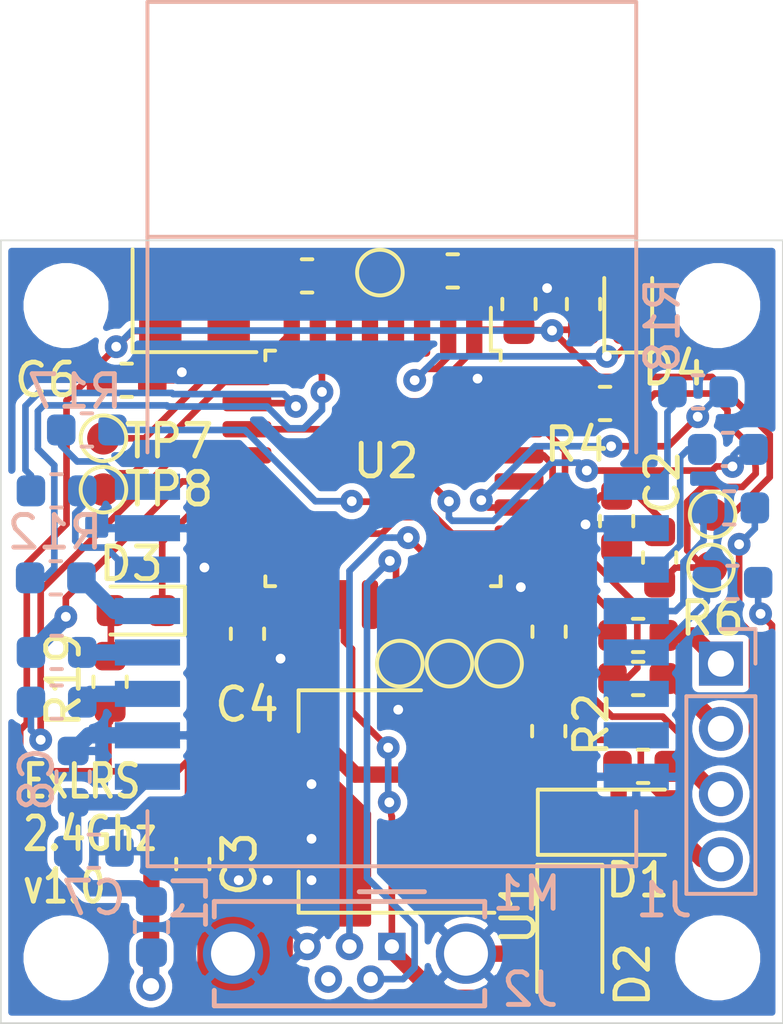
<source format=kicad_pcb>
(kicad_pcb (version 20171130) (host pcbnew "(5.1.5)-3")

  (general
    (thickness 1.6)
    (drawings 5)
    (tracks 439)
    (zones 0)
    (modules 50)
    (nets 46)
  )

  (page A4)
  (layers
    (0 F.Cu signal)
    (31 B.Cu signal)
    (32 B.Adhes user hide)
    (33 F.Adhes user hide)
    (34 B.Paste user hide)
    (35 F.Paste user hide)
    (36 B.SilkS user)
    (37 F.SilkS user)
    (38 B.Mask user)
    (39 F.Mask user)
    (40 Dwgs.User user hide)
    (41 Cmts.User user hide)
    (42 Eco1.User user hide)
    (43 Eco2.User user hide)
    (44 Edge.Cuts user)
    (45 Margin user hide)
    (46 B.CrtYd user hide)
    (47 F.CrtYd user)
    (48 B.Fab user hide)
    (49 F.Fab user hide)
  )

  (setup
    (last_trace_width 0.2032)
    (user_trace_width 0.203)
    (user_trace_width 0.3)
    (user_trace_width 0.5)
    (trace_clearance 0.1778)
    (zone_clearance 0.508)
    (zone_45_only no)
    (trace_min 0.2)
    (via_size 0.8)
    (via_drill 0.4)
    (via_min_size 0.4)
    (via_min_drill 0.3)
    (user_via 0.7 0.3)
    (uvia_size 0.3)
    (uvia_drill 0.1)
    (uvias_allowed no)
    (uvia_min_size 0.2)
    (uvia_min_drill 0.1)
    (edge_width 0.05)
    (segment_width 0.2)
    (pcb_text_width 0.3)
    (pcb_text_size 1.5 1.5)
    (mod_edge_width 0.12)
    (mod_text_size 1 1)
    (mod_text_width 0.15)
    (pad_size 1.524 1.524)
    (pad_drill 0.762)
    (pad_to_mask_clearance 0.051)
    (solder_mask_min_width 0.25)
    (aux_axis_origin 0 0)
    (visible_elements 7FFFFFFF)
    (pcbplotparams
      (layerselection 0x010fc_ffffffff)
      (usegerberextensions false)
      (usegerberattributes false)
      (usegerberadvancedattributes false)
      (creategerberjobfile false)
      (excludeedgelayer true)
      (linewidth 0.100000)
      (plotframeref false)
      (viasonmask false)
      (mode 1)
      (useauxorigin false)
      (hpglpennumber 1)
      (hpglpenspeed 20)
      (hpglpendiameter 15.000000)
      (psnegative false)
      (psa4output false)
      (plotreference true)
      (plotvalue true)
      (plotinvisibletext false)
      (padsonsilk false)
      (subtractmaskfromsilk false)
      (outputformat 1)
      (mirror false)
      (drillshape 1)
      (scaleselection 1)
      (outputdirectory ""))
  )

  (net 0 "")
  (net 1 GND)
  (net 2 "Net-(C1-Pad1)")
  (net 3 "Net-(C2-Pad2)")
  (net 4 +3V3)
  (net 5 "Net-(C7-Pad1)")
  (net 6 /VIN)
  (net 7 "Net-(D1-Pad1)")
  (net 8 /USBVDD)
  (net 9 "Net-(M1-Pad8)")
  (net 10 "Net-(M1-Pad9)")
  (net 11 "Net-(M1-Pad6)")
  (net 12 "Net-(M1-Pad11)")
  (net 13 "Net-(M1-Pad5)")
  (net 14 "Net-(M1-Pad4)")
  (net 15 "Net-(M1-Pad13)")
  (net 16 "Net-(M1-Pad3)")
  (net 17 "Net-(J1-Pad3)")
  (net 18 /BOOT0)
  (net 19 "Net-(R5-Pad1)")
  (net 20 /U1TX)
  (net 21 "Net-(R6-Pad1)")
  (net 22 /U1RX)
  (net 23 "Net-(R7-Pad1)")
  (net 24 /SX1280_MOSI)
  (net 25 /SX1280_MISO)
  (net 26 /SX1280_SCK)
  (net 27 /SX1280_nCS)
  (net 28 /SX1280_nRESET)
  (net 29 /SX1280_BUSY)
  (net 30 /CLK8M)
  (net 31 "Net-(R15-Pad1)")
  (net 32 /SX1280_DIO1)
  (net 33 /SX1280_RXEN)
  (net 34 /SX1280_TXEN)
  (net 35 /SWCLK)
  (net 36 /SWDIO)
  (net 37 /USB_DP)
  (net 38 /USB_DM)
  (net 39 /U2RX)
  (net 40 /U2TX)
  (net 41 "Net-(D3-Pad2)")
  (net 42 "Net-(D3-Pad1)")
  (net 43 "Net-(D4-Pad2)")
  (net 44 "Net-(D4-Pad1)")
  (net 45 "Net-(M1-Pad12)")

  (net_class Default "This is the default net class."
    (clearance 0.1778)
    (trace_width 0.2032)
    (via_dia 0.8)
    (via_drill 0.4)
    (uvia_dia 0.3)
    (uvia_drill 0.1)
    (add_net +3V3)
    (add_net /BOOT0)
    (add_net /CLK8M)
    (add_net /SWCLK)
    (add_net /SWDIO)
    (add_net /SX1280_BUSY)
    (add_net /SX1280_DIO1)
    (add_net /SX1280_MISO)
    (add_net /SX1280_MOSI)
    (add_net /SX1280_RXEN)
    (add_net /SX1280_SCK)
    (add_net /SX1280_TXEN)
    (add_net /SX1280_nCS)
    (add_net /SX1280_nRESET)
    (add_net /U1RX)
    (add_net /U1TX)
    (add_net /U2RX)
    (add_net /U2TX)
    (add_net /USBVDD)
    (add_net /USB_DM)
    (add_net /USB_DP)
    (add_net /VIN)
    (add_net GND)
    (add_net "Net-(C1-Pad1)")
    (add_net "Net-(C2-Pad2)")
    (add_net "Net-(C7-Pad1)")
    (add_net "Net-(D1-Pad1)")
    (add_net "Net-(D3-Pad1)")
    (add_net "Net-(D3-Pad2)")
    (add_net "Net-(D4-Pad1)")
    (add_net "Net-(D4-Pad2)")
    (add_net "Net-(J1-Pad3)")
    (add_net "Net-(M1-Pad11)")
    (add_net "Net-(M1-Pad12)")
    (add_net "Net-(M1-Pad13)")
    (add_net "Net-(M1-Pad3)")
    (add_net "Net-(M1-Pad4)")
    (add_net "Net-(M1-Pad5)")
    (add_net "Net-(M1-Pad6)")
    (add_net "Net-(M1-Pad8)")
    (add_net "Net-(M1-Pad9)")
    (add_net "Net-(R15-Pad1)")
    (add_net "Net-(R5-Pad1)")
    (add_net "Net-(R6-Pad1)")
    (add_net "Net-(R7-Pad1)")
  )

  (module MountingHole:MountingHole_2.2mm_M2_ISO7380 locked (layer F.Cu) (tedit 56D1B4CB) (tstamp 5EAB929A)
    (at 109 101)
    (descr "Mounting Hole 2.2mm, no annular, M2, ISO7380")
    (tags "mounting hole 2.2mm no annular m2 iso7380")
    (attr virtual)
    (fp_text reference MH1 (at 0.0676 0.0412) (layer F.SilkS) hide
      (effects (font (size 1 1) (thickness 0.15)))
    )
    (fp_text value MountingHole_2.2mm_M2_ISO7380 (at 0 2.75) (layer F.Fab) hide
      (effects (font (size 1 1) (thickness 0.15)))
    )
    (fp_text user %R (at 0.3 0) (layer F.Fab) hide
      (effects (font (size 1 1) (thickness 0.15)))
    )
    (fp_circle (center 0 0) (end 1.75 0) (layer Cmts.User) (width 0.15))
    (fp_circle (center 0 0) (end 2 0) (layer F.CrtYd) (width 0.05))
    (pad 1 np_thru_hole circle (at 0 0) (size 2.2 2.2) (drill 2.2) (layers *.Cu *.Mask))
  )

  (module MountingHole:MountingHole_2.2mm_M2_ISO7380 locked (layer F.Cu) (tedit 56D1B4CB) (tstamp 5EAB9293)
    (at 129 101)
    (descr "Mounting Hole 2.2mm, no annular, M2, ISO7380")
    (tags "mounting hole 2.2mm no annular m2 iso7380")
    (attr virtual)
    (fp_text reference MH2 (at 0.032 -0.0096) (layer F.SilkS) hide
      (effects (font (size 1 1) (thickness 0.15)))
    )
    (fp_text value MountingHole_2.2mm_M2_ISO7380 (at 0 2.75) (layer F.Fab) hide
      (effects (font (size 1 1) (thickness 0.15)))
    )
    (fp_circle (center 0 0) (end 2 0) (layer F.CrtYd) (width 0.05))
    (fp_circle (center 0 0) (end 1.75 0) (layer Cmts.User) (width 0.15))
    (fp_text user %R (at 0.3 0) (layer F.Fab) hide
      (effects (font (size 1 1) (thickness 0.15)))
    )
    (pad 1 np_thru_hole circle (at 0 0) (size 2.2 2.2) (drill 2.2) (layers *.Cu *.Mask))
  )

  (module MountingHole:MountingHole_2.2mm_M2_ISO7380 locked (layer F.Cu) (tedit 56D1B4CB) (tstamp 5EAB923A)
    (at 129 121)
    (descr "Mounting Hole 2.2mm, no annular, M2, ISO7380")
    (tags "mounting hole 2.2mm no annular m2 iso7380")
    (attr virtual)
    (fp_text reference MH2 (at -0.0188 -0.0452) (layer F.SilkS) hide
      (effects (font (size 1 1) (thickness 0.15)))
    )
    (fp_text value MountingHole_2.2mm_M2_ISO7380 (at 0 2.75) (layer F.Fab) hide
      (effects (font (size 1 1) (thickness 0.15)))
    )
    (fp_text user %R (at 0.3 0) (layer F.Fab) hide
      (effects (font (size 1 1) (thickness 0.15)))
    )
    (fp_circle (center 0 0) (end 1.75 0) (layer Cmts.User) (width 0.15))
    (fp_circle (center 0 0) (end 2 0) (layer F.CrtYd) (width 0.05))
    (pad 1 np_thru_hole circle (at 0 0) (size 2.2 2.2) (drill 2.2) (layers *.Cu *.Mask))
  )

  (module MountingHole:MountingHole_2.2mm_M2_ISO7380 locked (layer F.Cu) (tedit 56D1B4CB) (tstamp 5EAB9224)
    (at 109 121)
    (descr "Mounting Hole 2.2mm, no annular, M2, ISO7380")
    (tags "mounting hole 2.2mm no annular m2 iso7380")
    (attr virtual)
    (fp_text reference MH1 (at 0.0168 0.0056) (layer F.SilkS) hide
      (effects (font (size 1 1) (thickness 0.15)))
    )
    (fp_text value MountingHole_2.2mm_M2_ISO7380 (at 0 2.75) (layer F.Fab) hide
      (effects (font (size 1 1) (thickness 0.15)))
    )
    (fp_circle (center 0 0) (end 2 0) (layer F.CrtYd) (width 0.05))
    (fp_circle (center 0 0) (end 1.75 0) (layer Cmts.User) (width 0.15))
    (fp_text user %R (at 0.3 0) (layer F.Fab) hide
      (effects (font (size 1 1) (thickness 0.15)))
    )
    (pad 1 np_thru_hole circle (at 0 0) (size 2.2 2.2) (drill 2.2) (layers *.Cu *.Mask))
  )

  (module Connector_USB:USB_Micro-B_Wuerth_614105150721_Vertical_CircularHoles (layer B.Cu) (tedit 5A142044) (tstamp 5EAB891E)
    (at 119 120.65 180)
    (descr "USB Micro-B receptacle, through-hole, vertical, http://katalog.we-online.de/em/datasheet/614105150721.pdf")
    (tags "usb micro receptacle vertical")
    (path /5EAD631D)
    (fp_text reference J2 (at -4.2408 -1.3208) (layer B.SilkS)
      (effects (font (size 1 1) (thickness 0.15)) (justify mirror))
    )
    (fp_text value USB_B_Micro (at 1.3 -2.92) (layer B.Fab)
      (effects (font (size 1 1) (thickness 0.15)) (justify mirror))
    )
    (fp_text user %R (at 1.3 -0.22) (layer B.Fab)
      (effects (font (size 1 1) (thickness 0.15)) (justify mirror))
    )
    (fp_line (start 6.3 1.73) (end -3.7 1.73) (layer B.CrtYd) (width 0.05))
    (fp_line (start 6.3 -2.17) (end 6.3 1.73) (layer B.CrtYd) (width 0.05))
    (fp_line (start -3.7 -2.17) (end 6.3 -2.17) (layer B.CrtYd) (width 0.05))
    (fp_line (start -3.7 1.73) (end -3.7 -2.17) (layer B.CrtYd) (width 0.05))
    (fp_line (start -1 1.68) (end 1 1.68) (layer B.SilkS) (width 0.15))
    (fp_line (start 5.45 -1.82) (end 5.45 -1.345) (layer B.SilkS) (width 0.15))
    (fp_line (start -2.85 -1.82) (end 5.45 -1.82) (layer B.SilkS) (width 0.15))
    (fp_line (start -2.85 -1.345) (end -2.85 -1.82) (layer B.SilkS) (width 0.15))
    (fp_line (start 5.45 1.38) (end 5.45 0.905) (layer B.SilkS) (width 0.15))
    (fp_line (start -2.85 1.38) (end 5.45 1.38) (layer B.SilkS) (width 0.15))
    (fp_line (start -2.85 0.905) (end -2.85 1.38) (layer B.SilkS) (width 0.15))
    (fp_line (start -2.7 -1.67) (end -2.7 1.23) (layer B.Fab) (width 0.15))
    (fp_line (start 5.3 -1.67) (end -2.7 -1.67) (layer B.Fab) (width 0.15))
    (fp_line (start 5.3 1.23) (end 5.3 -1.67) (layer B.Fab) (width 0.15))
    (fp_line (start 1 1.23) (end 5.3 1.23) (layer B.Fab) (width 0.15))
    (fp_line (start 0 0.23) (end 1 1.23) (layer B.Fab) (width 0.15))
    (fp_line (start -1 1.23) (end 0 0.23) (layer B.Fab) (width 0.15))
    (fp_line (start -2.7 1.23) (end -1 1.23) (layer B.Fab) (width 0.15))
    (pad 6 thru_hole circle (at 4.875 -0.22 180) (size 1.85 1.85) (drill 1.35) (layers *.Cu *.Mask)
      (net 1 GND))
    (pad 6 thru_hole circle (at -2.275 -0.22 180) (size 1.85 1.85) (drill 1.35) (layers *.Cu *.Mask)
      (net 1 GND))
    (pad 5 thru_hole circle (at 2.6 0 180) (size 0.84 0.84) (drill 0.44) (layers *.Cu *.Mask)
      (net 1 GND))
    (pad 4 thru_hole circle (at 1.95 -1 180) (size 0.84 0.84) (drill 0.44) (layers *.Cu *.Mask))
    (pad 3 thru_hole circle (at 1.3 0 180) (size 0.84 0.84) (drill 0.44) (layers *.Cu *.Mask)
      (net 37 /USB_DP))
    (pad 2 thru_hole circle (at 0.65 -1 180) (size 0.84 0.84) (drill 0.44) (layers *.Cu *.Mask)
      (net 38 /USB_DM))
    (pad 1 thru_hole rect (at 0 0 180) (size 0.84 0.84) (drill 0.44) (layers *.Cu *.Mask)
      (net 8 /USBVDD))
    (model ${KIPRJMOD}/models/614105150721_Download_STP_614105150721_rev1.stp
      (offset (xyz 1.2954 -0.127 1.5494))
      (scale (xyz 1 1 1))
      (rotate (xyz 90 0 0))
    )
  )

  (module TestPoint:TestPoint_Pad_D1.0mm (layer F.Cu) (tedit 5A0F774F) (tstamp 5EAB8C1C)
    (at 110.1496 106.6424)
    (descr "SMD pad as test Point, diameter 1.0mm")
    (tags "test point SMD pad")
    (path /5EC7BBE4)
    (attr virtual)
    (fp_text reference TP8 (at 2.0168 -0.0132) (layer F.SilkS)
      (effects (font (size 1 1) (thickness 0.15)))
    )
    (fp_text value TestPoint (at -6.7208 -0.1148) (layer F.Fab)
      (effects (font (size 1 1) (thickness 0.15)))
    )
    (fp_circle (center 0 0) (end 0 0.7) (layer F.SilkS) (width 0.12))
    (fp_circle (center 0 0) (end 1 0) (layer F.CrtYd) (width 0.05))
    (fp_text user %R (at 0 0.0376) (layer F.Fab)
      (effects (font (size 1 1) (thickness 0.15)))
    )
    (pad 1 smd circle (at 0 0) (size 1 1) (layers F.Cu F.Mask)
      (net 39 /U2RX))
  )

  (module TestPoint:TestPoint_Pad_D1.0mm (layer F.Cu) (tedit 5A0F774F) (tstamp 5EAB8C14)
    (at 110.1496 105.0676)
    (descr "SMD pad as test Point, diameter 1.0mm")
    (tags "test point SMD pad")
    (path /5EC7B72D)
    (attr virtual)
    (fp_text reference TP7 (at 2.0168 0.0884) (layer F.SilkS)
      (effects (font (size 1 1) (thickness 0.15)))
    )
    (fp_text value TestPoint (at -6.67 -0.1148) (layer F.Fab)
      (effects (font (size 1 1) (thickness 0.15)))
    )
    (fp_circle (center 0 0) (end 0 0.7) (layer F.SilkS) (width 0.12))
    (fp_circle (center 0 0) (end 1 0) (layer F.CrtYd) (width 0.05))
    (fp_text user %R (at -0.066 0.0884) (layer F.Fab)
      (effects (font (size 1 1) (thickness 0.15)))
    )
    (pad 1 smd circle (at 0 0) (size 1 1) (layers F.Cu F.Mask)
      (net 40 /U2TX))
  )

  (module TestPoint:TestPoint_Pad_D1.0mm (layer F.Cu) (tedit 5A0F774F) (tstamp 5EAB8C0C)
    (at 119.2428 111.9764)
    (descr "SMD pad as test Point, diameter 1.0mm")
    (tags "test point SMD pad")
    (path /5EB006C9)
    (attr virtual)
    (fp_text reference TP6 (at 0.0864 -0.0132 90) (layer F.SilkS) hide
      (effects (font (size 1 1) (thickness 0.15)))
    )
    (fp_text value TestPoint (at 0.3912 21.4244 90) (layer F.Fab)
      (effects (font (size 1 1) (thickness 0.15)))
    )
    (fp_circle (center 0 0) (end 0 0.7) (layer F.SilkS) (width 0.12))
    (fp_circle (center 0 0) (end 1 0) (layer F.CrtYd) (width 0.05))
    (fp_text user %R (at 0.188 -0.6228 90) (layer F.Fab)
      (effects (font (size 1 1) (thickness 0.15)))
    )
    (pad 1 smd circle (at 0 0) (size 1 1) (layers F.Cu F.Mask)
      (net 1 GND))
  )

  (module TestPoint:TestPoint_Pad_D1.0mm (layer F.Cu) (tedit 5A0F774F) (tstamp 5EAB8C04)
    (at 122.2908 111.9764)
    (descr "SMD pad as test Point, diameter 1.0mm")
    (tags "test point SMD pad")
    (path /5EAFE869)
    (attr virtual)
    (fp_text reference TP5 (at 0.0864 0.0884 90) (layer F.SilkS) hide
      (effects (font (size 1 1) (thickness 0.15)))
    )
    (fp_text value TestPoint (at 0.1372 21.5768 90) (layer F.Fab)
      (effects (font (size 1 1) (thickness 0.15)))
    )
    (fp_circle (center 0 0) (end 0 0.7) (layer F.SilkS) (width 0.12))
    (fp_circle (center 0 0) (end 1 0) (layer F.CrtYd) (width 0.05))
    (fp_text user %R (at 0.0864 -0.572 90) (layer F.Fab)
      (effects (font (size 1 1) (thickness 0.15)))
    )
    (pad 1 smd circle (at 0 0) (size 1 1) (layers F.Cu F.Mask)
      (net 35 /SWCLK))
  )

  (module TestPoint:TestPoint_Pad_D1.0mm (layer F.Cu) (tedit 5A0F774F) (tstamp 5EAC9E9F)
    (at 120.7668 111.9764)
    (descr "SMD pad as test Point, diameter 1.0mm")
    (tags "test point SMD pad")
    (path /5EAFE093)
    (attr virtual)
    (fp_text reference TP4 (at 0.188 0.0376 90) (layer F.SilkS) hide
      (effects (font (size 1 1) (thickness 0.15)))
    )
    (fp_text value TestPoint (at 0.188 21.526 90) (layer F.Fab)
      (effects (font (size 1 1) (thickness 0.15)))
    )
    (fp_circle (center 0 0) (end 0 0.7) (layer F.SilkS) (width 0.12))
    (fp_circle (center 0 0) (end 1 0) (layer F.CrtYd) (width 0.05))
    (fp_text user %R (at 0.0864 -0.6228 90) (layer F.Fab)
      (effects (font (size 1 1) (thickness 0.15)))
    )
    (pad 1 smd circle (at 0 0) (size 1 1) (layers F.Cu F.Mask)
      (net 36 /SWDIO))
  )

  (module TestPoint:TestPoint_Pad_D1.0mm (layer F.Cu) (tedit 5A0F774F) (tstamp 5EAB8BF4)
    (at 118.6332 99.9876)
    (descr "SMD pad as test Point, diameter 1.0mm")
    (tags "test point SMD pad")
    (path /5EAC1314)
    (attr virtual)
    (fp_text reference TP3 (at 0.0864 -2.2992 90) (layer F.SilkS) hide
      (effects (font (size 1 1) (thickness 0.15)))
    )
    (fp_text value TestPoint (at 0.0864 -7.1252 90) (layer F.Fab)
      (effects (font (size 1 1) (thickness 0.15)))
    )
    (fp_circle (center 0 0) (end 0 0.7) (layer F.SilkS) (width 0.12))
    (fp_circle (center 0 0) (end 1 0) (layer F.CrtYd) (width 0.05))
    (fp_text user %R (at 0.0864 -2.2992 90) (layer F.Fab)
      (effects (font (size 1 1) (thickness 0.15)))
    )
    (pad 1 smd circle (at 0 0) (size 1 1) (layers F.Cu F.Mask)
      (net 19 "Net-(R5-Pad1)"))
  )

  (module TestPoint:TestPoint_Pad_D1.0mm (layer F.Cu) (tedit 5A0F774F) (tstamp 5EAB8BEC)
    (at 128.7932 109.03)
    (descr "SMD pad as test Point, diameter 1.0mm")
    (tags "test point SMD pad")
    (path /5EACAE43)
    (attr virtual)
    (fp_text reference TP2 (at 3.5408 0.0376) (layer F.SilkS) hide
      (effects (font (size 1 1) (thickness 0.15)))
    )
    (fp_text value TestPoint (at 8.2144 0.7996) (layer F.Fab)
      (effects (font (size 1 1) (thickness 0.15)))
    )
    (fp_circle (center 0 0) (end 0 0.7) (layer F.SilkS) (width 0.12))
    (fp_circle (center 0 0) (end 1 0) (layer F.CrtYd) (width 0.05))
    (fp_text user %R (at 0 -1.45) (layer F.Fab)
      (effects (font (size 1 1) (thickness 0.15)))
    )
    (pad 1 smd circle (at 0 0) (size 1 1) (layers F.Cu F.Mask)
      (net 3 "Net-(C2-Pad2)"))
  )

  (module TestPoint:TestPoint_Pad_D1.0mm (layer F.Cu) (tedit 5A0F774F) (tstamp 5EAB8BE4)
    (at 128.844 107.4044)
    (descr "SMD pad as test Point, diameter 1.0mm")
    (tags "test point SMD pad")
    (path /5EB424D7)
    (attr virtual)
    (fp_text reference TP1 (at 3.5408 -0.0132) (layer F.SilkS) hide
      (effects (font (size 1 1) (thickness 0.15)))
    )
    (fp_text value TestPoint (at 8.4684 0.444) (layer F.Fab)
      (effects (font (size 1 1) (thickness 0.15)))
    )
    (fp_circle (center 0 0) (end 0 0.7) (layer F.SilkS) (width 0.12))
    (fp_circle (center 0 0) (end 1 0) (layer F.CrtYd) (width 0.05))
    (fp_text user %R (at 0 -1.45) (layer F.Fab)
      (effects (font (size 1 1) (thickness 0.15)))
    )
    (pad 1 smd circle (at 0 0) (size 1 1) (layers F.Cu F.Mask)
      (net 4 +3V3))
  )

  (module Resistor_SMD:R_0603_1608Metric (layer F.Cu) (tedit 5B301BBD) (tstamp 5EAB8BDC)
    (at 124.8816 100.9528 90)
    (descr "Resistor SMD 0603 (1608 Metric), square (rectangular) end terminal, IPC_7351 nominal, (Body size source: http://www.tortai-tech.com/upload/download/2011102023233369053.pdf), generated with kicad-footprint-generator")
    (tags resistor)
    (path /5EC60400)
    (attr smd)
    (fp_text reference R20 (at 3.366 0.1372 90) (layer F.SilkS) hide
      (effects (font (size 1 1) (thickness 0.15)))
    )
    (fp_text value 100E (at 3.7216 0.0356 90) (layer F.Fab)
      (effects (font (size 1 1) (thickness 0.15)))
    )
    (fp_text user %R (at 0 0 90) (layer F.Fab)
      (effects (font (size 0.4 0.4) (thickness 0.06)))
    )
    (fp_line (start 1.48 0.73) (end -1.48 0.73) (layer F.CrtYd) (width 0.05))
    (fp_line (start 1.48 -0.73) (end 1.48 0.73) (layer F.CrtYd) (width 0.05))
    (fp_line (start -1.48 -0.73) (end 1.48 -0.73) (layer F.CrtYd) (width 0.05))
    (fp_line (start -1.48 0.73) (end -1.48 -0.73) (layer F.CrtYd) (width 0.05))
    (fp_line (start -0.162779 0.51) (end 0.162779 0.51) (layer F.SilkS) (width 0.12))
    (fp_line (start -0.162779 -0.51) (end 0.162779 -0.51) (layer F.SilkS) (width 0.12))
    (fp_line (start 0.8 0.4) (end -0.8 0.4) (layer F.Fab) (width 0.1))
    (fp_line (start 0.8 -0.4) (end 0.8 0.4) (layer F.Fab) (width 0.1))
    (fp_line (start -0.8 -0.4) (end 0.8 -0.4) (layer F.Fab) (width 0.1))
    (fp_line (start -0.8 0.4) (end -0.8 -0.4) (layer F.Fab) (width 0.1))
    (pad 2 smd roundrect (at 0.7875 0 90) (size 0.875 0.95) (layers F.Cu F.Paste F.Mask) (roundrect_rratio 0.25)
      (net 43 "Net-(D4-Pad2)"))
    (pad 1 smd roundrect (at -0.7875 0 90) (size 0.875 0.95) (layers F.Cu F.Paste F.Mask) (roundrect_rratio 0.25)
      (net 4 +3V3))
    (model ${KISYS3DMOD}/Resistor_SMD.3dshapes/R_0603_1608Metric.wrl
      (at (xyz 0 0 0))
      (scale (xyz 1 1 1))
      (rotate (xyz 0 0 0))
    )
  )

  (module Resistor_SMD:R_0603_1608Metric (layer F.Cu) (tedit 5B301BBD) (tstamp 5EAB8BCB)
    (at 110.3528 112.5352 90)
    (descr "Resistor SMD 0603 (1608 Metric), square (rectangular) end terminal, IPC_7351 nominal, (Body size source: http://www.tortai-tech.com/upload/download/2011102023233369053.pdf), generated with kicad-footprint-generator")
    (tags resistor)
    (path /5EC5F81F)
    (attr smd)
    (fp_text reference R19 (at 0.064 -1.43 90) (layer F.SilkS)
      (effects (font (size 1 1) (thickness 0.15)))
    )
    (fp_text value 100E (at -0.0376 -2.352 180) (layer F.Fab)
      (effects (font (size 1 1) (thickness 0.15)))
    )
    (fp_text user %R (at 0 0 90) (layer F.Fab)
      (effects (font (size 0.4 0.4) (thickness 0.06)))
    )
    (fp_line (start 1.48 0.73) (end -1.48 0.73) (layer F.CrtYd) (width 0.05))
    (fp_line (start 1.48 -0.73) (end 1.48 0.73) (layer F.CrtYd) (width 0.05))
    (fp_line (start -1.48 -0.73) (end 1.48 -0.73) (layer F.CrtYd) (width 0.05))
    (fp_line (start -1.48 0.73) (end -1.48 -0.73) (layer F.CrtYd) (width 0.05))
    (fp_line (start -0.162779 0.51) (end 0.162779 0.51) (layer F.SilkS) (width 0.12))
    (fp_line (start -0.162779 -0.51) (end 0.162779 -0.51) (layer F.SilkS) (width 0.12))
    (fp_line (start 0.8 0.4) (end -0.8 0.4) (layer F.Fab) (width 0.1))
    (fp_line (start 0.8 -0.4) (end 0.8 0.4) (layer F.Fab) (width 0.1))
    (fp_line (start -0.8 -0.4) (end 0.8 -0.4) (layer F.Fab) (width 0.1))
    (fp_line (start -0.8 0.4) (end -0.8 -0.4) (layer F.Fab) (width 0.1))
    (pad 2 smd roundrect (at 0.7875 0 90) (size 0.875 0.95) (layers F.Cu F.Paste F.Mask) (roundrect_rratio 0.25)
      (net 41 "Net-(D3-Pad2)"))
    (pad 1 smd roundrect (at -0.7875 0 90) (size 0.875 0.95) (layers F.Cu F.Paste F.Mask) (roundrect_rratio 0.25)
      (net 4 +3V3))
    (model ${KISYS3DMOD}/Resistor_SMD.3dshapes/R_0603_1608Metric.wrl
      (at (xyz 0 0 0))
      (scale (xyz 1 1 1))
      (rotate (xyz 0 0 0))
    )
  )

  (module Connector_PinHeader_2.00mm:PinHeader_1x04_P2.00mm_Vertical (layer B.Cu) (tedit 59FED667) (tstamp 5EAB88F2)
    (at 129.098 111.9764 180)
    (descr "Through hole straight pin header, 1x04, 2.00mm pitch, single row")
    (tags "Through hole pin header THT 1x04 2.00mm single row")
    (path /5EA9A7CB)
    (fp_text reference J1 (at 1.7424 -7.2512) (layer B.SilkS)
      (effects (font (size 1 1) (thickness 0.15)) (justify mirror))
    )
    (fp_text value Conn_01x04_Male (at -7.9096 -2.476) (layer B.Fab)
      (effects (font (size 1 1) (thickness 0.15)) (justify mirror))
    )
    (fp_text user %R (at 0 -3 270) (layer B.Fab)
      (effects (font (size 1 1) (thickness 0.15)) (justify mirror))
    )
    (fp_line (start 1.5 1.5) (end -1.5 1.5) (layer B.CrtYd) (width 0.05))
    (fp_line (start 1.5 -7.5) (end 1.5 1.5) (layer B.CrtYd) (width 0.05))
    (fp_line (start -1.5 -7.5) (end 1.5 -7.5) (layer B.CrtYd) (width 0.05))
    (fp_line (start -1.5 1.5) (end -1.5 -7.5) (layer B.CrtYd) (width 0.05))
    (fp_line (start -1.06 1.06) (end 0 1.06) (layer B.SilkS) (width 0.12))
    (fp_line (start -1.06 0) (end -1.06 1.06) (layer B.SilkS) (width 0.12))
    (fp_line (start -1.06 -1) (end 1.06 -1) (layer B.SilkS) (width 0.12))
    (fp_line (start 1.06 -1) (end 1.06 -7.06) (layer B.SilkS) (width 0.12))
    (fp_line (start -1.06 -1) (end -1.06 -7.06) (layer B.SilkS) (width 0.12))
    (fp_line (start -1.06 -7.06) (end 1.06 -7.06) (layer B.SilkS) (width 0.12))
    (fp_line (start -1 0.5) (end -0.5 1) (layer B.Fab) (width 0.1))
    (fp_line (start -1 -7) (end -1 0.5) (layer B.Fab) (width 0.1))
    (fp_line (start 1 -7) (end -1 -7) (layer B.Fab) (width 0.1))
    (fp_line (start 1 1) (end 1 -7) (layer B.Fab) (width 0.1))
    (fp_line (start -0.5 1) (end 1 1) (layer B.Fab) (width 0.1))
    (pad 4 thru_hole oval (at 0 -6 180) (size 1.35 1.35) (drill 0.8) (layers *.Cu *.Mask)
      (net 6 /VIN))
    (pad 3 thru_hole oval (at 0 -4 180) (size 1.35 1.35) (drill 0.8) (layers *.Cu *.Mask)
      (net 17 "Net-(J1-Pad3)"))
    (pad 2 thru_hole oval (at 0 -2 180) (size 1.35 1.35) (drill 0.8) (layers *.Cu *.Mask)
      (net 22 /U1RX))
    (pad 1 thru_hole rect (at 0 0 180) (size 1.35 1.35) (drill 0.8) (layers *.Cu *.Mask)
      (net 20 /U1TX))
    (model ${KISYS3DMOD}/Connector_PinHeader_2.00mm.3dshapes/PinHeader_1x04_P2.00mm_Vertical.wrl
      (at (xyz 0 0 0))
      (scale (xyz 1 1 1))
      (rotate (xyz 0 0 0))
    )
  )

  (module LED_SMD:LED_0603_1608Metric (layer F.Cu) (tedit 5B301BBE) (tstamp 5EAB88DA)
    (at 126.2532 100.9528 90)
    (descr "LED SMD 0603 (1608 Metric), square (rectangular) end terminal, IPC_7351 nominal, (Body size source: http://www.tortai-tech.com/upload/download/2011102023233369053.pdf), generated with kicad-footprint-generator")
    (tags diode)
    (path /5EC5EDE9)
    (attr smd)
    (fp_text reference D4 (at -1.968 1.4072 180) (layer F.SilkS)
      (effects (font (size 1 1) (thickness 0.15)))
    )
    (fp_text value GRN (at 3.3152 0.188 90) (layer F.Fab)
      (effects (font (size 1 1) (thickness 0.15)))
    )
    (fp_text user %R (at 0 0 90) (layer F.Fab)
      (effects (font (size 0.4 0.4) (thickness 0.06)))
    )
    (fp_line (start 1.48 0.73) (end -1.48 0.73) (layer F.CrtYd) (width 0.05))
    (fp_line (start 1.48 -0.73) (end 1.48 0.73) (layer F.CrtYd) (width 0.05))
    (fp_line (start -1.48 -0.73) (end 1.48 -0.73) (layer F.CrtYd) (width 0.05))
    (fp_line (start -1.48 0.73) (end -1.48 -0.73) (layer F.CrtYd) (width 0.05))
    (fp_line (start -1.485 0.735) (end 0.8 0.735) (layer F.SilkS) (width 0.12))
    (fp_line (start -1.485 -0.735) (end -1.485 0.735) (layer F.SilkS) (width 0.12))
    (fp_line (start 0.8 -0.735) (end -1.485 -0.735) (layer F.SilkS) (width 0.12))
    (fp_line (start 0.8 0.4) (end 0.8 -0.4) (layer F.Fab) (width 0.1))
    (fp_line (start -0.8 0.4) (end 0.8 0.4) (layer F.Fab) (width 0.1))
    (fp_line (start -0.8 -0.1) (end -0.8 0.4) (layer F.Fab) (width 0.1))
    (fp_line (start -0.5 -0.4) (end -0.8 -0.1) (layer F.Fab) (width 0.1))
    (fp_line (start 0.8 -0.4) (end -0.5 -0.4) (layer F.Fab) (width 0.1))
    (pad 2 smd roundrect (at 0.7875 0 90) (size 0.875 0.95) (layers F.Cu F.Paste F.Mask) (roundrect_rratio 0.25)
      (net 43 "Net-(D4-Pad2)"))
    (pad 1 smd roundrect (at -0.7875 0 90) (size 0.875 0.95) (layers F.Cu F.Paste F.Mask) (roundrect_rratio 0.25)
      (net 44 "Net-(D4-Pad1)"))
    (model ${KISYS3DMOD}/LED_SMD.3dshapes/LED_0603_1608Metric.wrl
      (at (xyz 0 0 0))
      (scale (xyz 1 1 1))
      (rotate (xyz 0 0 0))
    )
  )

  (module LED_SMD:LED_0603_1608Metric (layer F.Cu) (tedit 5B301BBE) (tstamp 5EAC32D4)
    (at 111.1656 110.3508 180)
    (descr "LED SMD 0603 (1608 Metric), square (rectangular) end terminal, IPC_7351 nominal, (Body size source: http://www.tortai-tech.com/upload/download/2011102023233369053.pdf), generated with kicad-footprint-generator")
    (tags diode)
    (path /5EC4637B)
    (attr smd)
    (fp_text reference D3 (at 0.1676 1.4356) (layer F.SilkS)
      (effects (font (size 1 1) (thickness 0.15)))
    )
    (fp_text value RED (at 2.8092 0.064) (layer F.Fab)
      (effects (font (size 1 1) (thickness 0.15)))
    )
    (fp_text user %R (at 0 0) (layer F.Fab)
      (effects (font (size 0.4 0.4) (thickness 0.06)))
    )
    (fp_line (start 1.48 0.73) (end -1.48 0.73) (layer F.CrtYd) (width 0.05))
    (fp_line (start 1.48 -0.73) (end 1.48 0.73) (layer F.CrtYd) (width 0.05))
    (fp_line (start -1.48 -0.73) (end 1.48 -0.73) (layer F.CrtYd) (width 0.05))
    (fp_line (start -1.48 0.73) (end -1.48 -0.73) (layer F.CrtYd) (width 0.05))
    (fp_line (start -1.485 0.735) (end 0.8 0.735) (layer F.SilkS) (width 0.12))
    (fp_line (start -1.485 -0.735) (end -1.485 0.735) (layer F.SilkS) (width 0.12))
    (fp_line (start 0.8 -0.735) (end -1.485 -0.735) (layer F.SilkS) (width 0.12))
    (fp_line (start 0.8 0.4) (end 0.8 -0.4) (layer F.Fab) (width 0.1))
    (fp_line (start -0.8 0.4) (end 0.8 0.4) (layer F.Fab) (width 0.1))
    (fp_line (start -0.8 -0.1) (end -0.8 0.4) (layer F.Fab) (width 0.1))
    (fp_line (start -0.5 -0.4) (end -0.8 -0.1) (layer F.Fab) (width 0.1))
    (fp_line (start 0.8 -0.4) (end -0.5 -0.4) (layer F.Fab) (width 0.1))
    (pad 2 smd roundrect (at 0.7875 0 180) (size 0.875 0.95) (layers F.Cu F.Paste F.Mask) (roundrect_rratio 0.25)
      (net 41 "Net-(D3-Pad2)"))
    (pad 1 smd roundrect (at -0.7875 0 180) (size 0.875 0.95) (layers F.Cu F.Paste F.Mask) (roundrect_rratio 0.25)
      (net 42 "Net-(D3-Pad1)"))
    (model ${KISYS3DMOD}/LED_SMD.3dshapes/LED_0603_1608Metric.wrl
      (at (xyz 0 0 0))
      (scale (xyz 1 1 1))
      (rotate (xyz 0 0 0))
    )
  )

  (module Oscillator:Oscillator_SMD_Abracon_ASE-4Pin_3.2x2.5mm (layer F.Cu) (tedit 58CD3344) (tstamp 5EAB7D28)
    (at 112.9436 100.8512)
    (descr "Miniature Crystal Clock Oscillator Abracon ASE series, http://www.abracon.com/Oscillators/ASEseries.pdf, 3.2x2.5mm^2 package")
    (tags "SMD SMT crystal oscillator")
    (path /5EAB4C03)
    (attr smd)
    (fp_text reference X1 (at 0 -2.45) (layer F.SilkS) hide
      (effects (font (size 1 1) (thickness 0.15)))
    )
    (fp_text value ASE-8.000MHZ-LC-T (at 0.0356 -10.224 90) (layer F.Fab)
      (effects (font (size 1 1) (thickness 0.15)))
    )
    (fp_circle (center 0 0) (end 0.058333 0) (layer F.Adhes) (width 0.116667))
    (fp_circle (center 0 0) (end 0.133333 0) (layer F.Adhes) (width 0.083333))
    (fp_circle (center 0 0) (end 0.208333 0) (layer F.Adhes) (width 0.083333))
    (fp_circle (center 0 0) (end 0.25 0) (layer F.Adhes) (width 0.1))
    (fp_line (start 2 -1.7) (end -2 -1.7) (layer F.CrtYd) (width 0.05))
    (fp_line (start 2 1.7) (end 2 -1.7) (layer F.CrtYd) (width 0.05))
    (fp_line (start -2 1.7) (end 2 1.7) (layer F.CrtYd) (width 0.05))
    (fp_line (start -2 -1.7) (end -2 1.7) (layer F.CrtYd) (width 0.05))
    (fp_line (start -1.9 1.575) (end 1.9 1.575) (layer F.SilkS) (width 0.12))
    (fp_line (start -1.9 -1.575) (end -1.9 1.575) (layer F.SilkS) (width 0.12))
    (fp_line (start -1.6 0.25) (end -0.6 1.25) (layer F.Fab) (width 0.1))
    (fp_line (start -1.6 -1.15) (end -1.5 -1.25) (layer F.Fab) (width 0.1))
    (fp_line (start -1.6 1.15) (end -1.6 -1.15) (layer F.Fab) (width 0.1))
    (fp_line (start -1.5 1.25) (end -1.6 1.15) (layer F.Fab) (width 0.1))
    (fp_line (start 1.5 1.25) (end -1.5 1.25) (layer F.Fab) (width 0.1))
    (fp_line (start 1.6 1.15) (end 1.5 1.25) (layer F.Fab) (width 0.1))
    (fp_line (start 1.6 -1.15) (end 1.6 1.15) (layer F.Fab) (width 0.1))
    (fp_line (start 1.5 -1.25) (end 1.6 -1.15) (layer F.Fab) (width 0.1))
    (fp_line (start -1.5 -1.25) (end 1.5 -1.25) (layer F.Fab) (width 0.1))
    (fp_text user %R (at 0 0) (layer F.Fab)
      (effects (font (size 0.7 0.7) (thickness 0.105)))
    )
    (pad 4 smd rect (at -1.05 -0.825) (size 1.3 1.1) (layers F.Cu F.Paste F.Mask)
      (net 4 +3V3))
    (pad 3 smd rect (at 1.05 -0.825) (size 1.3 1.1) (layers F.Cu F.Paste F.Mask)
      (net 31 "Net-(R15-Pad1)"))
    (pad 2 smd rect (at 1.05 0.825) (size 1.3 1.1) (layers F.Cu F.Paste F.Mask)
      (net 1 GND))
    (pad 1 smd rect (at -1.05 0.825) (size 1.3 1.1) (layers F.Cu F.Paste F.Mask)
      (net 4 +3V3))
    (model ${KISYS3DMOD}/Oscillator.3dshapes/Oscillator_SMD_Abracon_ASE-4Pin_3.2x2.5mm.wrl
      (at (xyz 0 0 0))
      (scale (xyz 1 1 1))
      (rotate (xyz 0 0 0))
    )
  )

  (module Package_QFP:LQFP-32_7x7mm_P0.8mm (layer F.Cu) (tedit 5D9F72AF) (tstamp 5EAB7D0C)
    (at 118.7284 105.9914 270)
    (descr "LQFP, 32 Pin (https://www.nxp.com/docs/en/package-information/SOT358-1.pdf), generated with kicad-footprint-generator ipc_gullwing_generator.py")
    (tags "LQFP QFP")
    (path /5EA8EA8A)
    (attr smd)
    (fp_text reference U2 (at -0.2258 -0.0928 180) (layer F.SilkS)
      (effects (font (size 1 1) (thickness 0.15)))
    )
    (fp_text value STM32L412KBT6 (at -1.3942 -0.1944 180) (layer F.Fab)
      (effects (font (size 0.5 0.5) (thickness 0.125)))
    )
    (fp_text user %R (at 0 0 90) (layer F.Fab)
      (effects (font (size 1 1) (thickness 0.15)))
    )
    (fp_line (start 5.18 3.3) (end 5.18 0) (layer F.CrtYd) (width 0.05))
    (fp_line (start 3.75 3.3) (end 5.18 3.3) (layer F.CrtYd) (width 0.05))
    (fp_line (start 3.75 3.75) (end 3.75 3.3) (layer F.CrtYd) (width 0.05))
    (fp_line (start 3.3 3.75) (end 3.75 3.75) (layer F.CrtYd) (width 0.05))
    (fp_line (start 3.3 5.18) (end 3.3 3.75) (layer F.CrtYd) (width 0.05))
    (fp_line (start 0 5.18) (end 3.3 5.18) (layer F.CrtYd) (width 0.05))
    (fp_line (start -5.18 3.3) (end -5.18 0) (layer F.CrtYd) (width 0.05))
    (fp_line (start -3.75 3.3) (end -5.18 3.3) (layer F.CrtYd) (width 0.05))
    (fp_line (start -3.75 3.75) (end -3.75 3.3) (layer F.CrtYd) (width 0.05))
    (fp_line (start -3.3 3.75) (end -3.75 3.75) (layer F.CrtYd) (width 0.05))
    (fp_line (start -3.3 5.18) (end -3.3 3.75) (layer F.CrtYd) (width 0.05))
    (fp_line (start 0 5.18) (end -3.3 5.18) (layer F.CrtYd) (width 0.05))
    (fp_line (start 5.18 -3.3) (end 5.18 0) (layer F.CrtYd) (width 0.05))
    (fp_line (start 3.75 -3.3) (end 5.18 -3.3) (layer F.CrtYd) (width 0.05))
    (fp_line (start 3.75 -3.75) (end 3.75 -3.3) (layer F.CrtYd) (width 0.05))
    (fp_line (start 3.3 -3.75) (end 3.75 -3.75) (layer F.CrtYd) (width 0.05))
    (fp_line (start 3.3 -5.18) (end 3.3 -3.75) (layer F.CrtYd) (width 0.05))
    (fp_line (start 0 -5.18) (end 3.3 -5.18) (layer F.CrtYd) (width 0.05))
    (fp_line (start -5.18 -3.3) (end -5.18 0) (layer F.CrtYd) (width 0.05))
    (fp_line (start -3.75 -3.3) (end -5.18 -3.3) (layer F.CrtYd) (width 0.05))
    (fp_line (start -3.75 -3.75) (end -3.75 -3.3) (layer F.CrtYd) (width 0.05))
    (fp_line (start -3.3 -3.75) (end -3.75 -3.75) (layer F.CrtYd) (width 0.05))
    (fp_line (start -3.3 -5.18) (end -3.3 -3.75) (layer F.CrtYd) (width 0.05))
    (fp_line (start 0 -5.18) (end -3.3 -5.18) (layer F.CrtYd) (width 0.05))
    (fp_line (start -3.5 -2.5) (end -2.5 -3.5) (layer F.Fab) (width 0.1))
    (fp_line (start -3.5 3.5) (end -3.5 -2.5) (layer F.Fab) (width 0.1))
    (fp_line (start 3.5 3.5) (end -3.5 3.5) (layer F.Fab) (width 0.1))
    (fp_line (start 3.5 -3.5) (end 3.5 3.5) (layer F.Fab) (width 0.1))
    (fp_line (start -2.5 -3.5) (end 3.5 -3.5) (layer F.Fab) (width 0.1))
    (fp_line (start -3.61 -3.31) (end -4.925 -3.31) (layer F.SilkS) (width 0.12))
    (fp_line (start -3.61 -3.61) (end -3.61 -3.31) (layer F.SilkS) (width 0.12))
    (fp_line (start -3.31 -3.61) (end -3.61 -3.61) (layer F.SilkS) (width 0.12))
    (fp_line (start 3.61 -3.61) (end 3.61 -3.31) (layer F.SilkS) (width 0.12))
    (fp_line (start 3.31 -3.61) (end 3.61 -3.61) (layer F.SilkS) (width 0.12))
    (fp_line (start -3.61 3.61) (end -3.61 3.31) (layer F.SilkS) (width 0.12))
    (fp_line (start -3.31 3.61) (end -3.61 3.61) (layer F.SilkS) (width 0.12))
    (fp_line (start 3.61 3.61) (end 3.61 3.31) (layer F.SilkS) (width 0.12))
    (fp_line (start 3.31 3.61) (end 3.61 3.61) (layer F.SilkS) (width 0.12))
    (pad 32 smd roundrect (at -2.8 -4.175 270) (size 0.5 1.5) (layers F.Cu F.Paste F.Mask) (roundrect_rratio 0.25)
      (net 1 GND))
    (pad 31 smd roundrect (at -2 -4.175 270) (size 0.5 1.5) (layers F.Cu F.Paste F.Mask) (roundrect_rratio 0.25)
      (net 18 /BOOT0))
    (pad 30 smd roundrect (at -1.2 -4.175 270) (size 0.5 1.5) (layers F.Cu F.Paste F.Mask) (roundrect_rratio 0.25)
      (net 23 "Net-(R7-Pad1)"))
    (pad 29 smd roundrect (at -0.4 -4.175 270) (size 0.5 1.5) (layers F.Cu F.Paste F.Mask) (roundrect_rratio 0.25)
      (net 21 "Net-(R6-Pad1)"))
    (pad 28 smd roundrect (at 0.4 -4.175 270) (size 0.5 1.5) (layers F.Cu F.Paste F.Mask) (roundrect_rratio 0.25))
    (pad 27 smd roundrect (at 1.2 -4.175 270) (size 0.5 1.5) (layers F.Cu F.Paste F.Mask) (roundrect_rratio 0.25)
      (net 34 /SX1280_TXEN))
    (pad 26 smd roundrect (at 2 -4.175 270) (size 0.5 1.5) (layers F.Cu F.Paste F.Mask) (roundrect_rratio 0.25)
      (net 33 /SX1280_RXEN))
    (pad 25 smd roundrect (at 2.8 -4.175 270) (size 0.5 1.5) (layers F.Cu F.Paste F.Mask) (roundrect_rratio 0.25)
      (net 29 /SX1280_BUSY))
    (pad 24 smd roundrect (at 4.175 -2.8 270) (size 1.5 0.5) (layers F.Cu F.Paste F.Mask) (roundrect_rratio 0.25)
      (net 35 /SWCLK))
    (pad 23 smd roundrect (at 4.175 -2 270) (size 1.5 0.5) (layers F.Cu F.Paste F.Mask) (roundrect_rratio 0.25)
      (net 36 /SWDIO))
    (pad 22 smd roundrect (at 4.175 -1.2 270) (size 1.5 0.5) (layers F.Cu F.Paste F.Mask) (roundrect_rratio 0.25)
      (net 37 /USB_DP))
    (pad 21 smd roundrect (at 4.175 -0.4 270) (size 1.5 0.5) (layers F.Cu F.Paste F.Mask) (roundrect_rratio 0.25)
      (net 38 /USB_DM))
    (pad 20 smd roundrect (at 4.175 0.4 270) (size 1.5 0.5) (layers F.Cu F.Paste F.Mask) (roundrect_rratio 0.25))
    (pad 19 smd roundrect (at 4.175 1.2 270) (size 1.5 0.5) (layers F.Cu F.Paste F.Mask) (roundrect_rratio 0.25)
      (net 8 /USBVDD))
    (pad 18 smd roundrect (at 4.175 2 270) (size 1.5 0.5) (layers F.Cu F.Paste F.Mask) (roundrect_rratio 0.25))
    (pad 17 smd roundrect (at 4.175 2.8 270) (size 1.5 0.5) (layers F.Cu F.Paste F.Mask) (roundrect_rratio 0.25)
      (net 4 +3V3))
    (pad 16 smd roundrect (at 2.8 4.175 270) (size 0.5 1.5) (layers F.Cu F.Paste F.Mask) (roundrect_rratio 0.25)
      (net 1 GND))
    (pad 15 smd roundrect (at 2 4.175 270) (size 0.5 1.5) (layers F.Cu F.Paste F.Mask) (roundrect_rratio 0.25)
      (net 32 /SX1280_DIO1))
    (pad 14 smd roundrect (at 1.2 4.175 270) (size 0.5 1.5) (layers F.Cu F.Paste F.Mask) (roundrect_rratio 0.25)
      (net 42 "Net-(D3-Pad1)"))
    (pad 13 smd roundrect (at 0.4 4.175 270) (size 0.5 1.5) (layers F.Cu F.Paste F.Mask) (roundrect_rratio 0.25)
      (net 24 /SX1280_MOSI))
    (pad 12 smd roundrect (at -0.4 4.175 270) (size 0.5 1.5) (layers F.Cu F.Paste F.Mask) (roundrect_rratio 0.25)
      (net 25 /SX1280_MISO))
    (pad 11 smd roundrect (at -1.2 4.175 270) (size 0.5 1.5) (layers F.Cu F.Paste F.Mask) (roundrect_rratio 0.25)
      (net 28 /SX1280_nRESET))
    (pad 10 smd roundrect (at -2 4.175 270) (size 0.5 1.5) (layers F.Cu F.Paste F.Mask) (roundrect_rratio 0.25)
      (net 27 /SX1280_nCS))
    (pad 9 smd roundrect (at -2.8 4.175 270) (size 0.5 1.5) (layers F.Cu F.Paste F.Mask) (roundrect_rratio 0.25)
      (net 39 /U2RX))
    (pad 8 smd roundrect (at -4.175 2.8 270) (size 1.5 0.5) (layers F.Cu F.Paste F.Mask) (roundrect_rratio 0.25)
      (net 40 /U2TX))
    (pad 7 smd roundrect (at -4.175 2 270) (size 1.5 0.5) (layers F.Cu F.Paste F.Mask) (roundrect_rratio 0.25)
      (net 26 /SX1280_SCK))
    (pad 6 smd roundrect (at -4.175 1.2 270) (size 1.5 0.5) (layers F.Cu F.Paste F.Mask) (roundrect_rratio 0.25)
      (net 30 /CLK8M))
    (pad 5 smd roundrect (at -4.175 0.4 270) (size 1.5 0.5) (layers F.Cu F.Paste F.Mask) (roundrect_rratio 0.25)
      (net 4 +3V3))
    (pad 4 smd roundrect (at -4.175 -0.4 270) (size 1.5 0.5) (layers F.Cu F.Paste F.Mask) (roundrect_rratio 0.25)
      (net 19 "Net-(R5-Pad1)"))
    (pad 3 smd roundrect (at -4.175 -1.2 270) (size 1.5 0.5) (layers F.Cu F.Paste F.Mask) (roundrect_rratio 0.25))
    (pad 2 smd roundrect (at -4.175 -2 270) (size 1.5 0.5) (layers F.Cu F.Paste F.Mask) (roundrect_rratio 0.25)
      (net 44 "Net-(D4-Pad1)"))
    (pad 1 smd roundrect (at -4.175 -2.8 270) (size 1.5 0.5) (layers F.Cu F.Paste F.Mask) (roundrect_rratio 0.25)
      (net 4 +3V3))
    (model ${KISYS3DMOD}/Package_QFP.3dshapes/LQFP-32_7x7mm_P0.8mm.wrl
      (at (xyz 0 0 0))
      (scale (xyz 1 1 1))
      (rotate (xyz 0 0 0))
    )
  )

  (module Package_TO_SOT_SMD:SOT-223-5 (layer F.Cu) (tedit 5A02FF57) (tstamp 5EAB7CC1)
    (at 118.11 116.205 180)
    (descr "module CMS SOT223 5 pins, http://ww1.microchip.com/downloads/en/DeviceDoc/51751a.pdf")
    (tags "CMS SOT")
    (path /5EA9589F)
    (attr smd)
    (fp_text reference U1 (at -4.7752 -3.3782 90) (layer F.SilkS)
      (effects (font (size 1 1) (thickness 0.15)))
    )
    (fp_text value LP38692MPX-3.3_NOPB (at 0.762 -15.9258 90) (layer F.Fab)
      (effects (font (size 1 1) (thickness 0.15)))
    )
    (fp_line (start 4.4 3.6) (end -4.4 3.6) (layer F.CrtYd) (width 0.05))
    (fp_line (start 4.4 3.6) (end 4.4 -3.6) (layer F.CrtYd) (width 0.05))
    (fp_line (start -4.4 -3.6) (end -4.4 3.6) (layer F.CrtYd) (width 0.05))
    (fp_line (start -4.4 -3.6) (end 4.4 -3.6) (layer F.CrtYd) (width 0.05))
    (fp_line (start 1.9125 -3.35) (end 1.9125 3.35) (layer F.Fab) (width 0.1))
    (fp_line (start -1.7875 3.35) (end 1.9125 3.35) (layer F.Fab) (width 0.1))
    (fp_line (start -4.0375 -3.41) (end 1.9725 -3.41) (layer F.SilkS) (width 0.12))
    (fp_line (start -0.7375 -3.35) (end 1.9125 -3.35) (layer F.Fab) (width 0.1))
    (fp_line (start -1.7875 3.41) (end 1.9725 3.41) (layer F.SilkS) (width 0.12))
    (fp_line (start -1.7875 -2.3) (end -1.7875 3.35) (layer F.Fab) (width 0.1))
    (fp_line (start 1.9725 -3.41) (end 1.9725 -2.15) (layer F.SilkS) (width 0.12))
    (fp_line (start 1.9725 3.41) (end 1.9725 2.15) (layer F.SilkS) (width 0.12))
    (fp_line (start -1.7875 -2.3) (end -0.7375 -3.35) (layer F.Fab) (width 0.1))
    (fp_text user %R (at 0 0 90) (layer F.Fab)
      (effects (font (size 0.8 0.8) (thickness 0.12)))
    )
    (pad 1 smd rect (at -3.05 -2.25 180) (size 2.2 1) (layers F.Cu F.Paste F.Mask)
      (net 2 "Net-(C1-Pad1)"))
    (pad 3 smd rect (at -3.05 0.75 180) (size 2.2 1) (layers F.Cu F.Paste F.Mask)
      (net 4 +3V3))
    (pad 5 smd rect (at 3.25 0 180) (size 1.8 3.4) (layers F.Cu F.Paste F.Mask)
      (net 1 GND))
    (pad 2 smd rect (at -3.05 -0.75 180) (size 2.2 1) (layers F.Cu F.Paste F.Mask))
    (pad 4 smd rect (at -3.05 2.25 180) (size 2.2 1) (layers F.Cu F.Paste F.Mask)
      (net 2 "Net-(C1-Pad1)"))
    (model ${KISYS3DMOD}/Package_TO_SOT_SMD.3dshapes/SOT-223.wrl
      (at (xyz 0 0 0))
      (scale (xyz 1 1 1))
      (rotate (xyz 0 0 0))
    )
  )

  (module Resistor_SMD:R_0603_1608Metric (layer B.Cu) (tedit 5B301BBD) (tstamp 5EAB7CAA)
    (at 128.397 103.6452)
    (descr "Resistor SMD 0603 (1608 Metric), square (rectangular) end terminal, IPC_7351 nominal, (Body size source: http://www.tortai-tech.com/upload/download/2011102023233369053.pdf), generated with kicad-footprint-generator")
    (tags resistor)
    (path /5EBDA2A3)
    (attr smd)
    (fp_text reference R18 (at -1.0922 -2.0452 90) (layer B.SilkS)
      (effects (font (size 1 1) (thickness 0.15)) (justify mirror))
    )
    (fp_text value 100E (at 2.921 -0.0132) (layer B.Fab)
      (effects (font (size 1 1) (thickness 0.15)) (justify mirror))
    )
    (fp_text user %R (at 0 0) (layer B.Fab)
      (effects (font (size 0.4 0.4) (thickness 0.06)) (justify mirror))
    )
    (fp_line (start 1.48 -0.73) (end -1.48 -0.73) (layer B.CrtYd) (width 0.05))
    (fp_line (start 1.48 0.73) (end 1.48 -0.73) (layer B.CrtYd) (width 0.05))
    (fp_line (start -1.48 0.73) (end 1.48 0.73) (layer B.CrtYd) (width 0.05))
    (fp_line (start -1.48 -0.73) (end -1.48 0.73) (layer B.CrtYd) (width 0.05))
    (fp_line (start -0.162779 -0.51) (end 0.162779 -0.51) (layer B.SilkS) (width 0.12))
    (fp_line (start -0.162779 0.51) (end 0.162779 0.51) (layer B.SilkS) (width 0.12))
    (fp_line (start 0.8 -0.4) (end -0.8 -0.4) (layer B.Fab) (width 0.1))
    (fp_line (start 0.8 0.4) (end 0.8 -0.4) (layer B.Fab) (width 0.1))
    (fp_line (start -0.8 0.4) (end 0.8 0.4) (layer B.Fab) (width 0.1))
    (fp_line (start -0.8 -0.4) (end -0.8 0.4) (layer B.Fab) (width 0.1))
    (pad 2 smd roundrect (at 0.7875 0) (size 0.875 0.95) (layers B.Cu B.Paste B.Mask) (roundrect_rratio 0.25)
      (net 34 /SX1280_TXEN))
    (pad 1 smd roundrect (at -0.7875 0) (size 0.875 0.95) (layers B.Cu B.Paste B.Mask) (roundrect_rratio 0.25)
      (net 10 "Net-(M1-Pad9)"))
    (model ${KISYS3DMOD}/Resistor_SMD.3dshapes/R_0603_1608Metric.wrl
      (at (xyz 0 0 0))
      (scale (xyz 1 1 1))
      (rotate (xyz 0 0 0))
    )
  )

  (module Resistor_SMD:R_0603_1608Metric (layer B.Cu) (tedit 5B301BBD) (tstamp 5EAB7C99)
    (at 109.6416 104.8136)
    (descr "Resistor SMD 0603 (1608 Metric), square (rectangular) end terminal, IPC_7351 nominal, (Body size source: http://www.tortai-tech.com/upload/download/2011102023233369053.pdf), generated with kicad-footprint-generator")
    (tags resistor)
    (path /5EBD9FE6)
    (attr smd)
    (fp_text reference R17 (at -0.3708 -1.1816) (layer B.SilkS)
      (effects (font (size 1 1) (thickness 0.15)) (justify mirror))
    )
    (fp_text value 100E (at -3.4696 -0.0132) (layer B.Fab)
      (effects (font (size 1 1) (thickness 0.15)) (justify mirror))
    )
    (fp_text user %R (at 0 0) (layer B.Fab)
      (effects (font (size 0.4 0.4) (thickness 0.06)) (justify mirror))
    )
    (fp_line (start 1.48 -0.73) (end -1.48 -0.73) (layer B.CrtYd) (width 0.05))
    (fp_line (start 1.48 0.73) (end 1.48 -0.73) (layer B.CrtYd) (width 0.05))
    (fp_line (start -1.48 0.73) (end 1.48 0.73) (layer B.CrtYd) (width 0.05))
    (fp_line (start -1.48 -0.73) (end -1.48 0.73) (layer B.CrtYd) (width 0.05))
    (fp_line (start -0.162779 -0.51) (end 0.162779 -0.51) (layer B.SilkS) (width 0.12))
    (fp_line (start -0.162779 0.51) (end 0.162779 0.51) (layer B.SilkS) (width 0.12))
    (fp_line (start 0.8 -0.4) (end -0.8 -0.4) (layer B.Fab) (width 0.1))
    (fp_line (start 0.8 0.4) (end 0.8 -0.4) (layer B.Fab) (width 0.1))
    (fp_line (start -0.8 0.4) (end 0.8 0.4) (layer B.Fab) (width 0.1))
    (fp_line (start -0.8 -0.4) (end -0.8 0.4) (layer B.Fab) (width 0.1))
    (pad 2 smd roundrect (at 0.7875 0) (size 0.875 0.95) (layers B.Cu B.Paste B.Mask) (roundrect_rratio 0.25)
      (net 33 /SX1280_RXEN))
    (pad 1 smd roundrect (at -0.7875 0) (size 0.875 0.95) (layers B.Cu B.Paste B.Mask) (roundrect_rratio 0.25)
      (net 9 "Net-(M1-Pad8)"))
    (model ${KISYS3DMOD}/Resistor_SMD.3dshapes/R_0603_1608Metric.wrl
      (at (xyz 0 0 0))
      (scale (xyz 1 1 1))
      (rotate (xyz 0 0 0))
    )
  )

  (module Resistor_SMD:R_0603_1608Metric (layer B.Cu) (tedit 5B301BBD) (tstamp 5EAB7C88)
    (at 129.4536 109.4872)
    (descr "Resistor SMD 0603 (1608 Metric), square (rectangular) end terminal, IPC_7351 nominal, (Body size source: http://www.tortai-tech.com/upload/download/2011102023233369053.pdf), generated with kicad-footprint-generator")
    (tags resistor)
    (path /5EBD9EA3)
    (attr smd)
    (fp_text reference R16 (at 0.0864 0.0376) (layer B.SilkS) hide
      (effects (font (size 1 1) (thickness 0.15)) (justify mirror))
    )
    (fp_text value 100E (at 2.6264 0.0884) (layer B.Fab)
      (effects (font (size 1 1) (thickness 0.15)) (justify mirror))
    )
    (fp_text user %R (at 0 0) (layer B.Fab)
      (effects (font (size 0.4 0.4) (thickness 0.06)) (justify mirror))
    )
    (fp_line (start 1.48 -0.73) (end -1.48 -0.73) (layer B.CrtYd) (width 0.05))
    (fp_line (start 1.48 0.73) (end 1.48 -0.73) (layer B.CrtYd) (width 0.05))
    (fp_line (start -1.48 0.73) (end 1.48 0.73) (layer B.CrtYd) (width 0.05))
    (fp_line (start -1.48 -0.73) (end -1.48 0.73) (layer B.CrtYd) (width 0.05))
    (fp_line (start -0.162779 -0.51) (end 0.162779 -0.51) (layer B.SilkS) (width 0.12))
    (fp_line (start -0.162779 0.51) (end 0.162779 0.51) (layer B.SilkS) (width 0.12))
    (fp_line (start 0.8 -0.4) (end -0.8 -0.4) (layer B.Fab) (width 0.1))
    (fp_line (start 0.8 0.4) (end 0.8 -0.4) (layer B.Fab) (width 0.1))
    (fp_line (start -0.8 0.4) (end 0.8 0.4) (layer B.Fab) (width 0.1))
    (fp_line (start -0.8 -0.4) (end -0.8 0.4) (layer B.Fab) (width 0.1))
    (pad 2 smd roundrect (at 0.7875 0) (size 0.875 0.95) (layers B.Cu B.Paste B.Mask) (roundrect_rratio 0.25)
      (net 32 /SX1280_DIO1))
    (pad 1 smd roundrect (at -0.7875 0) (size 0.875 0.95) (layers B.Cu B.Paste B.Mask) (roundrect_rratio 0.25)
      (net 15 "Net-(M1-Pad13)"))
    (model ${KISYS3DMOD}/Resistor_SMD.3dshapes/R_0603_1608Metric.wrl
      (at (xyz 0 0 0))
      (scale (xyz 1 1 1))
      (rotate (xyz 0 0 0))
    )
  )

  (module Resistor_SMD:R_0603_1608Metric (layer F.Cu) (tedit 5B301BBD) (tstamp 5EAB7C77)
    (at 116.398 100.0892)
    (descr "Resistor SMD 0603 (1608 Metric), square (rectangular) end terminal, IPC_7351 nominal, (Body size source: http://www.tortai-tech.com/upload/download/2011102023233369053.pdf), generated with kicad-footprint-generator")
    (tags resistor)
    (path /5EAB9627)
    (attr smd)
    (fp_text reference R15 (at 0.1372 -2.6548 90) (layer F.SilkS) hide
      (effects (font (size 1 1) (thickness 0.15)))
    )
    (fp_text value 33E (at 0 1.43) (layer F.Fab)
      (effects (font (size 1 1) (thickness 0.15)))
    )
    (fp_text user %R (at 0 0) (layer F.Fab)
      (effects (font (size 0.4 0.4) (thickness 0.06)))
    )
    (fp_line (start 1.48 0.73) (end -1.48 0.73) (layer F.CrtYd) (width 0.05))
    (fp_line (start 1.48 -0.73) (end 1.48 0.73) (layer F.CrtYd) (width 0.05))
    (fp_line (start -1.48 -0.73) (end 1.48 -0.73) (layer F.CrtYd) (width 0.05))
    (fp_line (start -1.48 0.73) (end -1.48 -0.73) (layer F.CrtYd) (width 0.05))
    (fp_line (start -0.162779 0.51) (end 0.162779 0.51) (layer F.SilkS) (width 0.12))
    (fp_line (start -0.162779 -0.51) (end 0.162779 -0.51) (layer F.SilkS) (width 0.12))
    (fp_line (start 0.8 0.4) (end -0.8 0.4) (layer F.Fab) (width 0.1))
    (fp_line (start 0.8 -0.4) (end 0.8 0.4) (layer F.Fab) (width 0.1))
    (fp_line (start -0.8 -0.4) (end 0.8 -0.4) (layer F.Fab) (width 0.1))
    (fp_line (start -0.8 0.4) (end -0.8 -0.4) (layer F.Fab) (width 0.1))
    (pad 2 smd roundrect (at 0.7875 0) (size 0.875 0.95) (layers F.Cu F.Paste F.Mask) (roundrect_rratio 0.25)
      (net 30 /CLK8M))
    (pad 1 smd roundrect (at -0.7875 0) (size 0.875 0.95) (layers F.Cu F.Paste F.Mask) (roundrect_rratio 0.25)
      (net 31 "Net-(R15-Pad1)"))
    (model ${KISYS3DMOD}/Resistor_SMD.3dshapes/R_0603_1608Metric.wrl
      (at (xyz 0 0 0))
      (scale (xyz 1 1 1))
      (rotate (xyz 0 0 0))
    )
  )

  (module Resistor_SMD:R_0603_1608Metric (layer B.Cu) (tedit 5B301BBD) (tstamp 5EAB7C66)
    (at 129.352 107.2012)
    (descr "Resistor SMD 0603 (1608 Metric), square (rectangular) end terminal, IPC_7351 nominal, (Body size source: http://www.tortai-tech.com/upload/download/2011102023233369053.pdf), generated with kicad-footprint-generator")
    (tags resistor)
    (path /5EBD99B4)
    (attr smd)
    (fp_text reference R14 (at 0.0864 0.0376) (layer B.SilkS) hide
      (effects (font (size 1 1) (thickness 0.15)) (justify mirror))
    )
    (fp_text value 100E (at 2.8296 -0.0132) (layer B.Fab)
      (effects (font (size 1 1) (thickness 0.15)) (justify mirror))
    )
    (fp_text user %R (at 0 0) (layer B.Fab)
      (effects (font (size 0.4 0.4) (thickness 0.06)) (justify mirror))
    )
    (fp_line (start 1.48 -0.73) (end -1.48 -0.73) (layer B.CrtYd) (width 0.05))
    (fp_line (start 1.48 0.73) (end 1.48 -0.73) (layer B.CrtYd) (width 0.05))
    (fp_line (start -1.48 0.73) (end 1.48 0.73) (layer B.CrtYd) (width 0.05))
    (fp_line (start -1.48 -0.73) (end -1.48 0.73) (layer B.CrtYd) (width 0.05))
    (fp_line (start -0.162779 -0.51) (end 0.162779 -0.51) (layer B.SilkS) (width 0.12))
    (fp_line (start -0.162779 0.51) (end 0.162779 0.51) (layer B.SilkS) (width 0.12))
    (fp_line (start 0.8 -0.4) (end -0.8 -0.4) (layer B.Fab) (width 0.1))
    (fp_line (start 0.8 0.4) (end 0.8 -0.4) (layer B.Fab) (width 0.1))
    (fp_line (start -0.8 0.4) (end 0.8 0.4) (layer B.Fab) (width 0.1))
    (fp_line (start -0.8 -0.4) (end -0.8 0.4) (layer B.Fab) (width 0.1))
    (pad 2 smd roundrect (at 0.7875 0) (size 0.875 0.95) (layers B.Cu B.Paste B.Mask) (roundrect_rratio 0.25)
      (net 29 /SX1280_BUSY))
    (pad 1 smd roundrect (at -0.7875 0) (size 0.875 0.95) (layers B.Cu B.Paste B.Mask) (roundrect_rratio 0.25)
      (net 45 "Net-(M1-Pad12)"))
    (model ${KISYS3DMOD}/Resistor_SMD.3dshapes/R_0603_1608Metric.wrl
      (at (xyz 0 0 0))
      (scale (xyz 1 1 1))
      (rotate (xyz 0 0 0))
    )
  )

  (module Resistor_SMD:R_0603_1608Metric (layer B.Cu) (tedit 5B301BBD) (tstamp 5EAB7C55)
    (at 129.3115 105.41)
    (descr "Resistor SMD 0603 (1608 Metric), square (rectangular) end terminal, IPC_7351 nominal, (Body size source: http://www.tortai-tech.com/upload/download/2011102023233369053.pdf), generated with kicad-footprint-generator")
    (tags resistor)
    (path /5EBB3E81)
    (attr smd)
    (fp_text reference R13 (at 0.0253 0.0508) (layer B.SilkS) hide
      (effects (font (size 1 1) (thickness 0.15)) (justify mirror))
    )
    (fp_text value 100E (at 2.7685 -0.0508) (layer B.Fab)
      (effects (font (size 1 1) (thickness 0.15)) (justify mirror))
    )
    (fp_text user %R (at 0 0) (layer B.Fab)
      (effects (font (size 0.4 0.4) (thickness 0.06)) (justify mirror))
    )
    (fp_line (start 1.48 -0.73) (end -1.48 -0.73) (layer B.CrtYd) (width 0.05))
    (fp_line (start 1.48 0.73) (end 1.48 -0.73) (layer B.CrtYd) (width 0.05))
    (fp_line (start -1.48 0.73) (end 1.48 0.73) (layer B.CrtYd) (width 0.05))
    (fp_line (start -1.48 -0.73) (end -1.48 0.73) (layer B.CrtYd) (width 0.05))
    (fp_line (start -0.162779 -0.51) (end 0.162779 -0.51) (layer B.SilkS) (width 0.12))
    (fp_line (start -0.162779 0.51) (end 0.162779 0.51) (layer B.SilkS) (width 0.12))
    (fp_line (start 0.8 -0.4) (end -0.8 -0.4) (layer B.Fab) (width 0.1))
    (fp_line (start 0.8 0.4) (end 0.8 -0.4) (layer B.Fab) (width 0.1))
    (fp_line (start -0.8 0.4) (end 0.8 0.4) (layer B.Fab) (width 0.1))
    (fp_line (start -0.8 -0.4) (end -0.8 0.4) (layer B.Fab) (width 0.1))
    (pad 2 smd roundrect (at 0.7875 0) (size 0.875 0.95) (layers B.Cu B.Paste B.Mask) (roundrect_rratio 0.25)
      (net 28 /SX1280_nRESET))
    (pad 1 smd roundrect (at -0.7875 0) (size 0.875 0.95) (layers B.Cu B.Paste B.Mask) (roundrect_rratio 0.25)
      (net 12 "Net-(M1-Pad11)"))
    (model ${KISYS3DMOD}/Resistor_SMD.3dshapes/R_0603_1608Metric.wrl
      (at (xyz 0 0 0))
      (scale (xyz 1 1 1))
      (rotate (xyz 0 0 0))
    )
  )

  (module Resistor_SMD:R_0603_1608Metric (layer B.Cu) (tedit 5B301BBD) (tstamp 5EAB7C44)
    (at 108.712 106.68 180)
    (descr "Resistor SMD 0603 (1608 Metric), square (rectangular) end terminal, IPC_7351 nominal, (Body size source: http://www.tortai-tech.com/upload/download/2011102023233369053.pdf), generated with kicad-footprint-generator")
    (tags resistor)
    (path /5EBB3E7A)
    (attr smd)
    (fp_text reference R12 (at 0.0508 -1.27) (layer B.SilkS)
      (effects (font (size 1 1) (thickness 0.15)) (justify mirror))
    )
    (fp_text value 100E (at 2.8448 -0.0508) (layer B.Fab)
      (effects (font (size 1 1) (thickness 0.15)) (justify mirror))
    )
    (fp_text user %R (at 0 0) (layer B.Fab)
      (effects (font (size 0.4 0.4) (thickness 0.06)) (justify mirror))
    )
    (fp_line (start 1.48 -0.73) (end -1.48 -0.73) (layer B.CrtYd) (width 0.05))
    (fp_line (start 1.48 0.73) (end 1.48 -0.73) (layer B.CrtYd) (width 0.05))
    (fp_line (start -1.48 0.73) (end 1.48 0.73) (layer B.CrtYd) (width 0.05))
    (fp_line (start -1.48 -0.73) (end -1.48 0.73) (layer B.CrtYd) (width 0.05))
    (fp_line (start -0.162779 -0.51) (end 0.162779 -0.51) (layer B.SilkS) (width 0.12))
    (fp_line (start -0.162779 0.51) (end 0.162779 0.51) (layer B.SilkS) (width 0.12))
    (fp_line (start 0.8 -0.4) (end -0.8 -0.4) (layer B.Fab) (width 0.1))
    (fp_line (start 0.8 0.4) (end 0.8 -0.4) (layer B.Fab) (width 0.1))
    (fp_line (start -0.8 0.4) (end 0.8 0.4) (layer B.Fab) (width 0.1))
    (fp_line (start -0.8 -0.4) (end -0.8 0.4) (layer B.Fab) (width 0.1))
    (pad 2 smd roundrect (at 0.7875 0 180) (size 0.875 0.95) (layers B.Cu B.Paste B.Mask) (roundrect_rratio 0.25)
      (net 27 /SX1280_nCS))
    (pad 1 smd roundrect (at -0.7875 0 180) (size 0.875 0.95) (layers B.Cu B.Paste B.Mask) (roundrect_rratio 0.25)
      (net 11 "Net-(M1-Pad6)"))
    (model ${KISYS3DMOD}/Resistor_SMD.3dshapes/R_0603_1608Metric.wrl
      (at (xyz 0 0 0))
      (scale (xyz 1 1 1))
      (rotate (xyz 0 0 0))
    )
  )

  (module Resistor_SMD:R_0603_1608Metric (layer B.Cu) (tedit 5B301BBD) (tstamp 5EAB7C33)
    (at 108.6865 109.347 180)
    (descr "Resistor SMD 0603 (1608 Metric), square (rectangular) end terminal, IPC_7351 nominal, (Body size source: http://www.tortai-tech.com/upload/download/2011102023233369053.pdf), generated with kicad-footprint-generator")
    (tags resistor)
    (path /5EBB3E73)
    (attr smd)
    (fp_text reference R11 (at -0.0255 -0.0254) (layer B.SilkS) hide
      (effects (font (size 1 1) (thickness 0.15)) (justify mirror))
    )
    (fp_text value 100E (at 0 -1.43) (layer B.Fab) hide
      (effects (font (size 1 1) (thickness 0.15)) (justify mirror))
    )
    (fp_text user %R (at 0.135 0) (layer B.Fab)
      (effects (font (size 0.4 0.4) (thickness 0.06)) (justify mirror))
    )
    (fp_line (start 1.48 -0.73) (end -1.48 -0.73) (layer B.CrtYd) (width 0.05))
    (fp_line (start 1.48 0.73) (end 1.48 -0.73) (layer B.CrtYd) (width 0.05))
    (fp_line (start -1.48 0.73) (end 1.48 0.73) (layer B.CrtYd) (width 0.05))
    (fp_line (start -1.48 -0.73) (end -1.48 0.73) (layer B.CrtYd) (width 0.05))
    (fp_line (start -0.162779 -0.51) (end 0.162779 -0.51) (layer B.SilkS) (width 0.12))
    (fp_line (start -0.162779 0.51) (end 0.162779 0.51) (layer B.SilkS) (width 0.12))
    (fp_line (start 0.8 -0.4) (end -0.8 -0.4) (layer B.Fab) (width 0.1))
    (fp_line (start 0.8 0.4) (end 0.8 -0.4) (layer B.Fab) (width 0.1))
    (fp_line (start -0.8 0.4) (end 0.8 0.4) (layer B.Fab) (width 0.1))
    (fp_line (start -0.8 -0.4) (end -0.8 0.4) (layer B.Fab) (width 0.1))
    (pad 2 smd roundrect (at 0.7875 0 180) (size 0.875 0.95) (layers B.Cu B.Paste B.Mask) (roundrect_rratio 0.25)
      (net 26 /SX1280_SCK))
    (pad 1 smd roundrect (at -0.7875 0 180) (size 0.875 0.95) (layers B.Cu B.Paste B.Mask) (roundrect_rratio 0.25)
      (net 13 "Net-(M1-Pad5)"))
    (model ${KISYS3DMOD}/Resistor_SMD.3dshapes/R_0603_1608Metric.wrl
      (at (xyz 0 0 0))
      (scale (xyz 1 1 1))
      (rotate (xyz 0 0 0))
    )
  )

  (module Resistor_SMD:R_0603_1608Metric (layer B.Cu) (tedit 5B301BBD) (tstamp 5EAB7C11)
    (at 108.712 113.157 180)
    (descr "Resistor SMD 0603 (1608 Metric), square (rectangular) end terminal, IPC_7351 nominal, (Body size source: http://www.tortai-tech.com/upload/download/2011102023233369053.pdf), generated with kicad-footprint-generator")
    (tags resistor)
    (path /5EBB3E6C)
    (attr smd)
    (fp_text reference R9 (at -0.0508 -0.127) (layer B.SilkS) hide
      (effects (font (size 1 1) (thickness 0.15)) (justify mirror))
    )
    (fp_text value 100E (at 0 -1.43) (layer B.Fab) hide
      (effects (font (size 1 1) (thickness 0.15)) (justify mirror))
    )
    (fp_text user %R (at 0 -0.22) (layer B.Fab)
      (effects (font (size 0.4 0.4) (thickness 0.06)) (justify mirror))
    )
    (fp_line (start 1.48 -0.73) (end -1.48 -0.73) (layer B.CrtYd) (width 0.05))
    (fp_line (start 1.48 0.73) (end 1.48 -0.73) (layer B.CrtYd) (width 0.05))
    (fp_line (start -1.48 0.73) (end 1.48 0.73) (layer B.CrtYd) (width 0.05))
    (fp_line (start -1.48 -0.73) (end -1.48 0.73) (layer B.CrtYd) (width 0.05))
    (fp_line (start -0.162779 -0.51) (end 0.162779 -0.51) (layer B.SilkS) (width 0.12))
    (fp_line (start -0.162779 0.51) (end 0.162779 0.51) (layer B.SilkS) (width 0.12))
    (fp_line (start 0.8 -0.4) (end -0.8 -0.4) (layer B.Fab) (width 0.1))
    (fp_line (start 0.8 0.4) (end 0.8 -0.4) (layer B.Fab) (width 0.1))
    (fp_line (start -0.8 0.4) (end 0.8 0.4) (layer B.Fab) (width 0.1))
    (fp_line (start -0.8 -0.4) (end -0.8 0.4) (layer B.Fab) (width 0.1))
    (pad 2 smd roundrect (at 0.7875 0 180) (size 0.875 0.95) (layers B.Cu B.Paste B.Mask) (roundrect_rratio 0.25)
      (net 25 /SX1280_MISO))
    (pad 1 smd roundrect (at -0.7875 0 180) (size 0.875 0.95) (layers B.Cu B.Paste B.Mask) (roundrect_rratio 0.25)
      (net 16 "Net-(M1-Pad3)"))
    (model ${KISYS3DMOD}/Resistor_SMD.3dshapes/R_0603_1608Metric.wrl
      (at (xyz 0 0 0))
      (scale (xyz 1 1 1))
      (rotate (xyz 0 0 0))
    )
  )

  (module Resistor_SMD:R_0603_1608Metric (layer B.Cu) (tedit 5B301BBD) (tstamp 5EAB7C00)
    (at 108.712 111.633 180)
    (descr "Resistor SMD 0603 (1608 Metric), square (rectangular) end terminal, IPC_7351 nominal, (Body size source: http://www.tortai-tech.com/upload/download/2011102023233369053.pdf), generated with kicad-footprint-generator")
    (tags resistor)
    (path /5EBD94B1)
    (attr smd)
    (fp_text reference R8 (at -0.1016 -0.0762) (layer B.SilkS) hide
      (effects (font (size 1 1) (thickness 0.15)) (justify mirror))
    )
    (fp_text value 100E (at 0 -1.43) (layer B.Fab) hide
      (effects (font (size 1 1) (thickness 0.15)) (justify mirror))
    )
    (fp_text user %R (at 0 0) (layer B.Fab)
      (effects (font (size 0.4 0.4) (thickness 0.06)) (justify mirror))
    )
    (fp_line (start 1.48 -0.73) (end -1.48 -0.73) (layer B.CrtYd) (width 0.05))
    (fp_line (start 1.48 0.73) (end 1.48 -0.73) (layer B.CrtYd) (width 0.05))
    (fp_line (start -1.48 0.73) (end 1.48 0.73) (layer B.CrtYd) (width 0.05))
    (fp_line (start -1.48 -0.73) (end -1.48 0.73) (layer B.CrtYd) (width 0.05))
    (fp_line (start -0.162779 -0.51) (end 0.162779 -0.51) (layer B.SilkS) (width 0.12))
    (fp_line (start -0.162779 0.51) (end 0.162779 0.51) (layer B.SilkS) (width 0.12))
    (fp_line (start 0.8 -0.4) (end -0.8 -0.4) (layer B.Fab) (width 0.1))
    (fp_line (start 0.8 0.4) (end 0.8 -0.4) (layer B.Fab) (width 0.1))
    (fp_line (start -0.8 0.4) (end 0.8 0.4) (layer B.Fab) (width 0.1))
    (fp_line (start -0.8 -0.4) (end -0.8 0.4) (layer B.Fab) (width 0.1))
    (pad 2 smd roundrect (at 0.7875 0 180) (size 0.875 0.95) (layers B.Cu B.Paste B.Mask) (roundrect_rratio 0.25)
      (net 24 /SX1280_MOSI))
    (pad 1 smd roundrect (at -0.7875 0 180) (size 0.875 0.95) (layers B.Cu B.Paste B.Mask) (roundrect_rratio 0.25)
      (net 14 "Net-(M1-Pad4)"))
    (model ${KISYS3DMOD}/Resistor_SMD.3dshapes/R_0603_1608Metric.wrl
      (at (xyz 0 0 0))
      (scale (xyz 1 1 1))
      (rotate (xyz 0 0 0))
    )
  )

  (module Resistor_SMD:R_0603_1608Metric (layer F.Cu) (tedit 5B301BBD) (tstamp 5EAB7BEF)
    (at 126.558 112.4336)
    (descr "Resistor SMD 0603 (1608 Metric), square (rectangular) end terminal, IPC_7351 nominal, (Body size source: http://www.tortai-tech.com/upload/download/2011102023233369053.pdf), generated with kicad-footprint-generator")
    (tags resistor)
    (path /5EB53888)
    (attr smd)
    (fp_text reference R7 (at -0.066 0.1392) (layer F.SilkS) hide
      (effects (font (size 1 1) (thickness 0.15)))
    )
    (fp_text value 33E (at 2.4232 0.444) (layer F.Fab)
      (effects (font (size 1 1) (thickness 0.15)))
    )
    (fp_text user %R (at 0 0) (layer F.Fab)
      (effects (font (size 0.4 0.4) (thickness 0.06)))
    )
    (fp_line (start 1.48 0.73) (end -1.48 0.73) (layer F.CrtYd) (width 0.05))
    (fp_line (start 1.48 -0.73) (end 1.48 0.73) (layer F.CrtYd) (width 0.05))
    (fp_line (start -1.48 -0.73) (end 1.48 -0.73) (layer F.CrtYd) (width 0.05))
    (fp_line (start -1.48 0.73) (end -1.48 -0.73) (layer F.CrtYd) (width 0.05))
    (fp_line (start -0.162779 0.51) (end 0.162779 0.51) (layer F.SilkS) (width 0.12))
    (fp_line (start -0.162779 -0.51) (end 0.162779 -0.51) (layer F.SilkS) (width 0.12))
    (fp_line (start 0.8 0.4) (end -0.8 0.4) (layer F.Fab) (width 0.1))
    (fp_line (start 0.8 -0.4) (end 0.8 0.4) (layer F.Fab) (width 0.1))
    (fp_line (start -0.8 -0.4) (end 0.8 -0.4) (layer F.Fab) (width 0.1))
    (fp_line (start -0.8 0.4) (end -0.8 -0.4) (layer F.Fab) (width 0.1))
    (pad 2 smd roundrect (at 0.7875 0) (size 0.875 0.95) (layers F.Cu F.Paste F.Mask) (roundrect_rratio 0.25)
      (net 22 /U1RX))
    (pad 1 smd roundrect (at -0.7875 0) (size 0.875 0.95) (layers F.Cu F.Paste F.Mask) (roundrect_rratio 0.25)
      (net 23 "Net-(R7-Pad1)"))
    (model ${KISYS3DMOD}/Resistor_SMD.3dshapes/R_0603_1608Metric.wrl
      (at (xyz 0 0 0))
      (scale (xyz 1 1 1))
      (rotate (xyz 0 0 0))
    )
  )

  (module Resistor_SMD:R_0603_1608Metric (layer F.Cu) (tedit 5B301BBD) (tstamp 5EAB7BDE)
    (at 126.558 111.1128)
    (descr "Resistor SMD 0603 (1608 Metric), square (rectangular) end terminal, IPC_7351 nominal, (Body size source: http://www.tortai-tech.com/upload/download/2011102023233369053.pdf), generated with kicad-footprint-generator")
    (tags resistor)
    (path /5EB52FD5)
    (attr smd)
    (fp_text reference R6 (at 2.2708 -0.5212) (layer F.SilkS)
      (effects (font (size 1 1) (thickness 0.15)))
    )
    (fp_text value 33E (at 2.5248 0.2916) (layer F.Fab)
      (effects (font (size 1 1) (thickness 0.15)))
    )
    (fp_text user %R (at 0 0) (layer F.Fab)
      (effects (font (size 0.4 0.4) (thickness 0.06)))
    )
    (fp_line (start 1.48 0.73) (end -1.48 0.73) (layer F.CrtYd) (width 0.05))
    (fp_line (start 1.48 -0.73) (end 1.48 0.73) (layer F.CrtYd) (width 0.05))
    (fp_line (start -1.48 -0.73) (end 1.48 -0.73) (layer F.CrtYd) (width 0.05))
    (fp_line (start -1.48 0.73) (end -1.48 -0.73) (layer F.CrtYd) (width 0.05))
    (fp_line (start -0.162779 0.51) (end 0.162779 0.51) (layer F.SilkS) (width 0.12))
    (fp_line (start -0.162779 -0.51) (end 0.162779 -0.51) (layer F.SilkS) (width 0.12))
    (fp_line (start 0.8 0.4) (end -0.8 0.4) (layer F.Fab) (width 0.1))
    (fp_line (start 0.8 -0.4) (end 0.8 0.4) (layer F.Fab) (width 0.1))
    (fp_line (start -0.8 -0.4) (end 0.8 -0.4) (layer F.Fab) (width 0.1))
    (fp_line (start -0.8 0.4) (end -0.8 -0.4) (layer F.Fab) (width 0.1))
    (pad 2 smd roundrect (at 0.7875 0) (size 0.875 0.95) (layers F.Cu F.Paste F.Mask) (roundrect_rratio 0.25)
      (net 20 /U1TX))
    (pad 1 smd roundrect (at -0.7875 0) (size 0.875 0.95) (layers F.Cu F.Paste F.Mask) (roundrect_rratio 0.25)
      (net 21 "Net-(R6-Pad1)"))
    (model ${KISYS3DMOD}/Resistor_SMD.3dshapes/R_0603_1608Metric.wrl
      (at (xyz 0 0 0))
      (scale (xyz 1 1 1))
      (rotate (xyz 0 0 0))
    )
  )

  (module Resistor_SMD:R_0603_1608Metric (layer F.Cu) (tedit 5B301BBD) (tstamp 5EAB7BCD)
    (at 120.8684 99.9368)
    (descr "Resistor SMD 0603 (1608 Metric), square (rectangular) end terminal, IPC_7351 nominal, (Body size source: http://www.tortai-tech.com/upload/download/2011102023233369053.pdf), generated with kicad-footprint-generator")
    (tags resistor)
    (path /5EABD81F)
    (attr smd)
    (fp_text reference R5 (at 0 -1.9944 90) (layer F.SilkS) hide
      (effects (font (size 1 1) (thickness 0.15)))
    )
    (fp_text value 10k (at -0.0152 -2.4516 90) (layer F.Fab)
      (effects (font (size 1 1) (thickness 0.15)))
    )
    (fp_text user %R (at 0 0) (layer F.Fab)
      (effects (font (size 0.4 0.4) (thickness 0.06)))
    )
    (fp_line (start 1.48 0.73) (end -1.48 0.73) (layer F.CrtYd) (width 0.05))
    (fp_line (start 1.48 -0.73) (end 1.48 0.73) (layer F.CrtYd) (width 0.05))
    (fp_line (start -1.48 -0.73) (end 1.48 -0.73) (layer F.CrtYd) (width 0.05))
    (fp_line (start -1.48 0.73) (end -1.48 -0.73) (layer F.CrtYd) (width 0.05))
    (fp_line (start -0.162779 0.51) (end 0.162779 0.51) (layer F.SilkS) (width 0.12))
    (fp_line (start -0.162779 -0.51) (end 0.162779 -0.51) (layer F.SilkS) (width 0.12))
    (fp_line (start 0.8 0.4) (end -0.8 0.4) (layer F.Fab) (width 0.1))
    (fp_line (start 0.8 -0.4) (end 0.8 0.4) (layer F.Fab) (width 0.1))
    (fp_line (start -0.8 -0.4) (end 0.8 -0.4) (layer F.Fab) (width 0.1))
    (fp_line (start -0.8 0.4) (end -0.8 -0.4) (layer F.Fab) (width 0.1))
    (pad 2 smd roundrect (at 0.7875 0) (size 0.875 0.95) (layers F.Cu F.Paste F.Mask) (roundrect_rratio 0.25)
      (net 4 +3V3))
    (pad 1 smd roundrect (at -0.7875 0) (size 0.875 0.95) (layers F.Cu F.Paste F.Mask) (roundrect_rratio 0.25)
      (net 19 "Net-(R5-Pad1)"))
    (model ${KISYS3DMOD}/Resistor_SMD.3dshapes/R_0603_1608Metric.wrl
      (at (xyz 0 0 0))
      (scale (xyz 1 1 1))
      (rotate (xyz 0 0 0))
    )
  )

  (module Resistor_SMD:R_0603_1608Metric (layer F.Cu) (tedit 5B301BBD) (tstamp 5EAB7BBC)
    (at 125.542 104.0008)
    (descr "Resistor SMD 0603 (1608 Metric), square (rectangular) end terminal, IPC_7351 nominal, (Body size source: http://www.tortai-tech.com/upload/download/2011102023233369053.pdf), generated with kicad-footprint-generator")
    (tags resistor)
    (path /5EAC30EF)
    (attr smd)
    (fp_text reference R4 (at -0.8788 1.2568) (layer F.SilkS)
      (effects (font (size 1 1) (thickness 0.15)))
    )
    (fp_text value 33E (at 2.4232 0.0884) (layer F.Fab)
      (effects (font (size 1 1) (thickness 0.15)))
    )
    (fp_text user %R (at 0 0) (layer F.Fab)
      (effects (font (size 0.4 0.4) (thickness 0.06)))
    )
    (fp_line (start 1.48 0.73) (end -1.48 0.73) (layer F.CrtYd) (width 0.05))
    (fp_line (start 1.48 -0.73) (end 1.48 0.73) (layer F.CrtYd) (width 0.05))
    (fp_line (start -1.48 -0.73) (end 1.48 -0.73) (layer F.CrtYd) (width 0.05))
    (fp_line (start -1.48 0.73) (end -1.48 -0.73) (layer F.CrtYd) (width 0.05))
    (fp_line (start -0.162779 0.51) (end 0.162779 0.51) (layer F.SilkS) (width 0.12))
    (fp_line (start -0.162779 -0.51) (end 0.162779 -0.51) (layer F.SilkS) (width 0.12))
    (fp_line (start 0.8 0.4) (end -0.8 0.4) (layer F.Fab) (width 0.1))
    (fp_line (start 0.8 -0.4) (end 0.8 0.4) (layer F.Fab) (width 0.1))
    (fp_line (start -0.8 -0.4) (end 0.8 -0.4) (layer F.Fab) (width 0.1))
    (fp_line (start -0.8 0.4) (end -0.8 -0.4) (layer F.Fab) (width 0.1))
    (pad 2 smd roundrect (at 0.7875 0) (size 0.875 0.95) (layers F.Cu F.Paste F.Mask) (roundrect_rratio 0.25)
      (net 3 "Net-(C2-Pad2)"))
    (pad 1 smd roundrect (at -0.7875 0) (size 0.875 0.95) (layers F.Cu F.Paste F.Mask) (roundrect_rratio 0.25)
      (net 18 /BOOT0))
    (model ${KISYS3DMOD}/Resistor_SMD.3dshapes/R_0603_1608Metric.wrl
      (at (xyz 0 0 0))
      (scale (xyz 1 1 1))
      (rotate (xyz 0 0 0))
    )
  )

  (module Resistor_SMD:R_0603_1608Metric (layer F.Cu) (tedit 5B301BBD) (tstamp 5EAB7BAB)
    (at 125.8976 107.6076 270)
    (descr "Resistor SMD 0603 (1608 Metric), square (rectangular) end terminal, IPC_7351 nominal, (Body size source: http://www.tortai-tech.com/upload/download/2011102023233369053.pdf), generated with kicad-footprint-generator")
    (tags resistor)
    (path /5EAC4293)
    (attr smd)
    (fp_text reference R3 (at -0.0132 -0.0864 90) (layer F.SilkS) hide
      (effects (font (size 1 1) (thickness 0.15)))
    )
    (fp_text value 10k (at -0.2164 1.2344 90) (layer F.Fab)
      (effects (font (size 1 1) (thickness 0.15)))
    )
    (fp_text user %R (at 0 0 90) (layer F.Fab)
      (effects (font (size 0.4 0.4) (thickness 0.06)))
    )
    (fp_line (start 1.48 0.73) (end -1.48 0.73) (layer F.CrtYd) (width 0.05))
    (fp_line (start 1.48 -0.73) (end 1.48 0.73) (layer F.CrtYd) (width 0.05))
    (fp_line (start -1.48 -0.73) (end 1.48 -0.73) (layer F.CrtYd) (width 0.05))
    (fp_line (start -1.48 0.73) (end -1.48 -0.73) (layer F.CrtYd) (width 0.05))
    (fp_line (start -0.162779 0.51) (end 0.162779 0.51) (layer F.SilkS) (width 0.12))
    (fp_line (start -0.162779 -0.51) (end 0.162779 -0.51) (layer F.SilkS) (width 0.12))
    (fp_line (start 0.8 0.4) (end -0.8 0.4) (layer F.Fab) (width 0.1))
    (fp_line (start 0.8 -0.4) (end 0.8 0.4) (layer F.Fab) (width 0.1))
    (fp_line (start -0.8 -0.4) (end 0.8 -0.4) (layer F.Fab) (width 0.1))
    (fp_line (start -0.8 0.4) (end -0.8 -0.4) (layer F.Fab) (width 0.1))
    (pad 2 smd roundrect (at 0.7875 0 270) (size 0.875 0.95) (layers F.Cu F.Paste F.Mask) (roundrect_rratio 0.25)
      (net 3 "Net-(C2-Pad2)"))
    (pad 1 smd roundrect (at -0.7875 0 270) (size 0.875 0.95) (layers F.Cu F.Paste F.Mask) (roundrect_rratio 0.25)
      (net 1 GND))
    (model ${KISYS3DMOD}/Resistor_SMD.3dshapes/R_0603_1608Metric.wrl
      (at (xyz 0 0 0))
      (scale (xyz 1 1 1))
      (rotate (xyz 0 0 0))
    )
  )

  (module Resistor_SMD:R_0603_1608Metric (layer F.Cu) (tedit 5B301BBD) (tstamp 5EABAA48)
    (at 123.8148 114.046 90)
    (descr "Resistor SMD 0603 (1608 Metric), square (rectangular) end terminal, IPC_7351 nominal, (Body size source: http://www.tortai-tech.com/upload/download/2011102023233369053.pdf), generated with kicad-footprint-generator")
    (tags resistor)
    (path /5EB4B7E2)
    (attr smd)
    (fp_text reference R2 (at 0.2032 1.3056 90) (layer F.SilkS)
      (effects (font (size 1 1) (thickness 0.15)))
    )
    (fp_text value 0.12E (at -1.0668 -1.0312 90) (layer F.Fab)
      (effects (font (size 1 1) (thickness 0.15)))
    )
    (fp_text user %R (at 0 0 90) (layer F.Fab)
      (effects (font (size 0.4 0.4) (thickness 0.06)))
    )
    (fp_line (start 1.48 0.73) (end -1.48 0.73) (layer F.CrtYd) (width 0.05))
    (fp_line (start 1.48 -0.73) (end 1.48 0.73) (layer F.CrtYd) (width 0.05))
    (fp_line (start -1.48 -0.73) (end 1.48 -0.73) (layer F.CrtYd) (width 0.05))
    (fp_line (start -1.48 0.73) (end -1.48 -0.73) (layer F.CrtYd) (width 0.05))
    (fp_line (start -0.162779 0.51) (end 0.162779 0.51) (layer F.SilkS) (width 0.12))
    (fp_line (start -0.162779 -0.51) (end 0.162779 -0.51) (layer F.SilkS) (width 0.12))
    (fp_line (start 0.8 0.4) (end -0.8 0.4) (layer F.Fab) (width 0.1))
    (fp_line (start 0.8 -0.4) (end 0.8 0.4) (layer F.Fab) (width 0.1))
    (fp_line (start -0.8 -0.4) (end 0.8 -0.4) (layer F.Fab) (width 0.1))
    (fp_line (start -0.8 0.4) (end -0.8 -0.4) (layer F.Fab) (width 0.1))
    (pad 2 smd roundrect (at 0.7875 0 90) (size 0.875 0.95) (layers F.Cu F.Paste F.Mask) (roundrect_rratio 0.25)
      (net 2 "Net-(C1-Pad1)"))
    (pad 1 smd roundrect (at -0.7875 0 90) (size 0.875 0.95) (layers F.Cu F.Paste F.Mask) (roundrect_rratio 0.25)
      (net 7 "Net-(D1-Pad1)"))
    (model ${KISYS3DMOD}/Resistor_SMD.3dshapes/R_0603_1608Metric.wrl
      (at (xyz 0 0 0))
      (scale (xyz 1 1 1))
      (rotate (xyz 0 0 0))
    )
  )

  (module Resistor_SMD:R_0603_1608Metric (layer F.Cu) (tedit 5B301BBD) (tstamp 5EAB7B89)
    (at 126.7104 115.126)
    (descr "Resistor SMD 0603 (1608 Metric), square (rectangular) end terminal, IPC_7351 nominal, (Body size source: http://www.tortai-tech.com/upload/download/2011102023233369053.pdf), generated with kicad-footprint-generator")
    (tags resistor)
    (path /5EB52423)
    (attr smd)
    (fp_text reference R1 (at 0.0356 0.0884) (layer F.SilkS) hide
      (effects (font (size 1 1) (thickness 0.15)))
    )
    (fp_text value 0.12E (at 3.0836 -0.0132) (layer F.Fab)
      (effects (font (size 1 1) (thickness 0.15)))
    )
    (fp_text user %R (at 0 0) (layer F.Fab)
      (effects (font (size 0.4 0.4) (thickness 0.06)))
    )
    (fp_line (start 1.48 0.73) (end -1.48 0.73) (layer F.CrtYd) (width 0.05))
    (fp_line (start 1.48 -0.73) (end 1.48 0.73) (layer F.CrtYd) (width 0.05))
    (fp_line (start -1.48 -0.73) (end 1.48 -0.73) (layer F.CrtYd) (width 0.05))
    (fp_line (start -1.48 0.73) (end -1.48 -0.73) (layer F.CrtYd) (width 0.05))
    (fp_line (start -0.162779 0.51) (end 0.162779 0.51) (layer F.SilkS) (width 0.12))
    (fp_line (start -0.162779 -0.51) (end 0.162779 -0.51) (layer F.SilkS) (width 0.12))
    (fp_line (start 0.8 0.4) (end -0.8 0.4) (layer F.Fab) (width 0.1))
    (fp_line (start 0.8 -0.4) (end 0.8 0.4) (layer F.Fab) (width 0.1))
    (fp_line (start -0.8 -0.4) (end 0.8 -0.4) (layer F.Fab) (width 0.1))
    (fp_line (start -0.8 0.4) (end -0.8 -0.4) (layer F.Fab) (width 0.1))
    (pad 2 smd roundrect (at 0.7875 0) (size 0.875 0.95) (layers F.Cu F.Paste F.Mask) (roundrect_rratio 0.25)
      (net 17 "Net-(J1-Pad3)"))
    (pad 1 smd roundrect (at -0.7875 0) (size 0.875 0.95) (layers F.Cu F.Paste F.Mask) (roundrect_rratio 0.25)
      (net 1 GND))
    (model ${KISYS3DMOD}/Resistor_SMD.3dshapes/R_0603_1608Metric.wrl
      (at (xyz 0 0 0))
      (scale (xyz 1 1 1))
      (rotate (xyz 0 0 0))
    )
  )

  (module SX1280_module:E28-2G4MxxS locked (layer B.Cu) (tedit 5EAB27B9) (tstamp 5EAB8E50)
    (at 119 111)
    (path /5EB72228)
    (attr smd)
    (fp_text reference M1 (at 4.1392 8.0244) (layer B.SilkS)
      (effects (font (size 1 1) (thickness 0.15)) (justify mirror))
    )
    (fp_text value Ebyte_E28-2G4MxxS (at 0 0 -270) (layer B.Fab)
      (effects (font (size 1 1) (thickness 0.15)) (justify mirror))
    )
    (fp_line (start -7.5 -12.11) (end 7.5 -12.11) (layer B.SilkS) (width 0.12))
    (fp_line (start -8.75 -5.1) (end 8.75 -5.1) (layer B.CrtYd) (width 0.05))
    (fp_line (start 7.5 5.5) (end 7.5 7.19) (layer B.SilkS) (width 0.12))
    (fp_line (start -7.5 7.19) (end 7.5 7.19) (layer B.SilkS) (width 0.12))
    (fp_line (start 7.5 -19.31) (end 7.5 -5.5) (layer B.SilkS) (width 0.12))
    (fp_line (start -7.5 -19.31) (end -7.5 -5.5) (layer B.SilkS) (width 0.12))
    (fp_line (start -8.75 5.1) (end 8.75 5.1) (layer B.CrtYd) (width 0.05))
    (fp_line (start -8.75 -5.1) (end -8.75 5.1) (layer B.CrtYd) (width 0.05))
    (fp_line (start 8.75 5.1) (end 8.75 -5.1) (layer B.CrtYd) (width 0.05))
    (fp_line (start -7.5 5.5) (end -7.5 7.19) (layer B.SilkS) (width 0.12))
    (fp_line (start -7.5 -19.31) (end 7.5 -19.31) (layer B.SilkS) (width 0.12))
    (pad 8 smd rect (at -7.5 -4.445 90) (size 0.8 2) (layers B.Cu B.Paste B.Mask)
      (net 9 "Net-(M1-Pad8)"))
    (pad 9 smd rect (at 7.5 -4.445 90) (size 0.8 2) (layers B.Cu B.Paste B.Mask)
      (net 10 "Net-(M1-Pad9)"))
    (pad 7 smd rect (at -7.5 -3.175 90) (size 0.8 2) (layers B.Cu B.Paste B.Mask)
      (net 1 GND))
    (pad 10 smd rect (at 7.5 -3.175 90) (size 0.8 2) (layers B.Cu B.Paste B.Mask)
      (net 1 GND))
    (pad 6 smd rect (at -7.5 -1.905 90) (size 0.8 2) (layers B.Cu B.Paste B.Mask)
      (net 11 "Net-(M1-Pad6)"))
    (pad 11 smd rect (at 7.5 -1.905 90) (size 0.8 2) (layers B.Cu B.Paste B.Mask)
      (net 12 "Net-(M1-Pad11)"))
    (pad 5 smd rect (at -7.5 -0.635 90) (size 0.8 2) (layers B.Cu B.Paste B.Mask)
      (net 13 "Net-(M1-Pad5)"))
    (pad 12 smd rect (at 7.5 -0.635 90) (size 0.8 2) (layers B.Cu B.Paste B.Mask)
      (net 45 "Net-(M1-Pad12)"))
    (pad 4 smd rect (at -7.5 0.635 90) (size 0.8 2) (layers B.Cu B.Paste B.Mask)
      (net 14 "Net-(M1-Pad4)"))
    (pad 13 smd rect (at 7.5 0.635 90) (size 0.8 2) (layers B.Cu B.Paste B.Mask)
      (net 15 "Net-(M1-Pad13)"))
    (pad 3 smd rect (at -7.5 1.905 90) (size 0.8 2) (layers B.Cu B.Paste B.Mask)
      (net 16 "Net-(M1-Pad3)"))
    (pad 14 smd rect (at 7.5 1.905 90) (size 0.8 2) (layers B.Cu B.Paste B.Mask))
    (pad 2 smd rect (at -7.5 3.175 90) (size 0.8 2) (layers B.Cu B.Paste B.Mask)
      (net 1 GND))
    (pad 15 smd rect (at 7.5 3.175 90) (size 0.8 2) (layers B.Cu B.Paste B.Mask))
    (pad 1 smd rect (at -7.5 4.445 90) (size 0.8 2) (layers B.Cu B.Paste B.Mask)
      (net 5 "Net-(C7-Pad1)"))
    (pad 16 smd rect (at 7.5 4.445 90) (size 0.8 2) (layers B.Cu B.Paste B.Mask)
      (net 1 GND))
    (model ${KIPRJMOD}/models/Ebyte_E28_module.step
      (offset (xyz 0 -6.1214 0.8128000000000001))
      (scale (xyz 1 1 1))
      (rotate (xyz 0 0 0))
    )
  )

  (module Inductor_SMD:L_0603_1608Metric (layer B.Cu) (tedit 5B301BBE) (tstamp 5EAB7B59)
    (at 111.6228 120.0536 90)
    (descr "Inductor SMD 0603 (1608 Metric), square (rectangular) end terminal, IPC_7351 nominal, (Body size source: http://www.tortai-tech.com/upload/download/2011102023233369053.pdf), generated with kicad-footprint-generator")
    (tags inductor)
    (path /5EB75C8A)
    (attr smd)
    (fp_text reference L1 (at 0.7752 1.204 90) (layer B.SilkS)
      (effects (font (size 1 1) (thickness 0.15)) (justify mirror))
    )
    (fp_text value 742792601 (at -5.27 0.188 90) (layer B.Fab)
      (effects (font (size 1 1) (thickness 0.15)) (justify mirror))
    )
    (fp_text user %R (at 0 0 90) (layer B.Fab)
      (effects (font (size 0.4 0.4) (thickness 0.06)) (justify mirror))
    )
    (fp_line (start 1.48 -0.73) (end -1.48 -0.73) (layer B.CrtYd) (width 0.05))
    (fp_line (start 1.48 0.73) (end 1.48 -0.73) (layer B.CrtYd) (width 0.05))
    (fp_line (start -1.48 0.73) (end 1.48 0.73) (layer B.CrtYd) (width 0.05))
    (fp_line (start -1.48 -0.73) (end -1.48 0.73) (layer B.CrtYd) (width 0.05))
    (fp_line (start -0.162779 -0.51) (end 0.162779 -0.51) (layer B.SilkS) (width 0.12))
    (fp_line (start -0.162779 0.51) (end 0.162779 0.51) (layer B.SilkS) (width 0.12))
    (fp_line (start 0.8 -0.4) (end -0.8 -0.4) (layer B.Fab) (width 0.1))
    (fp_line (start 0.8 0.4) (end 0.8 -0.4) (layer B.Fab) (width 0.1))
    (fp_line (start -0.8 0.4) (end 0.8 0.4) (layer B.Fab) (width 0.1))
    (fp_line (start -0.8 -0.4) (end -0.8 0.4) (layer B.Fab) (width 0.1))
    (pad 2 smd roundrect (at 0.7875 0 90) (size 0.875 0.95) (layers B.Cu B.Paste B.Mask) (roundrect_rratio 0.25)
      (net 5 "Net-(C7-Pad1)"))
    (pad 1 smd roundrect (at -0.7875 0 90) (size 0.875 0.95) (layers B.Cu B.Paste B.Mask) (roundrect_rratio 0.25)
      (net 4 +3V3))
    (model ${KISYS3DMOD}/Inductor_SMD.3dshapes/L_0603_1608Metric.wrl
      (at (xyz 0 0 0))
      (scale (xyz 1 1 1))
      (rotate (xyz 0 0 0))
    )
  )

  (module Diode_SMD:D_SOD-123 (layer F.Cu) (tedit 58645DC7) (tstamp 5EACABFA)
    (at 124.46 120.395 270)
    (descr SOD-123)
    (tags SOD-123)
    (path /5EAF4419)
    (attr smd)
    (fp_text reference D2 (at 1.1186 -1.9304 90) (layer F.SilkS)
      (effects (font (size 1 1) (thickness 0.15)))
    )
    (fp_text value MBR0520LT (at 5.9954 -0.1524 90) (layer F.Fab)
      (effects (font (size 1 1) (thickness 0.15)))
    )
    (fp_line (start -2.25 -1) (end 1.65 -1) (layer F.SilkS) (width 0.12))
    (fp_line (start -2.25 1) (end 1.65 1) (layer F.SilkS) (width 0.12))
    (fp_line (start -2.35 -1.15) (end -2.35 1.15) (layer F.CrtYd) (width 0.05))
    (fp_line (start 2.35 1.15) (end -2.35 1.15) (layer F.CrtYd) (width 0.05))
    (fp_line (start 2.35 -1.15) (end 2.35 1.15) (layer F.CrtYd) (width 0.05))
    (fp_line (start -2.35 -1.15) (end 2.35 -1.15) (layer F.CrtYd) (width 0.05))
    (fp_line (start -1.4 -0.9) (end 1.4 -0.9) (layer F.Fab) (width 0.1))
    (fp_line (start 1.4 -0.9) (end 1.4 0.9) (layer F.Fab) (width 0.1))
    (fp_line (start 1.4 0.9) (end -1.4 0.9) (layer F.Fab) (width 0.1))
    (fp_line (start -1.4 0.9) (end -1.4 -0.9) (layer F.Fab) (width 0.1))
    (fp_line (start -0.75 0) (end -0.35 0) (layer F.Fab) (width 0.1))
    (fp_line (start -0.35 0) (end -0.35 -0.55) (layer F.Fab) (width 0.1))
    (fp_line (start -0.35 0) (end -0.35 0.55) (layer F.Fab) (width 0.1))
    (fp_line (start -0.35 0) (end 0.25 -0.4) (layer F.Fab) (width 0.1))
    (fp_line (start 0.25 -0.4) (end 0.25 0.4) (layer F.Fab) (width 0.1))
    (fp_line (start 0.25 0.4) (end -0.35 0) (layer F.Fab) (width 0.1))
    (fp_line (start 0.25 0) (end 0.75 0) (layer F.Fab) (width 0.1))
    (fp_line (start -2.25 -1) (end -2.25 1) (layer F.SilkS) (width 0.12))
    (fp_text user %R (at 0 -2 90) (layer F.Fab)
      (effects (font (size 1 1) (thickness 0.15)))
    )
    (pad 2 smd rect (at 1.65 0 270) (size 0.9 1.2) (layers F.Cu F.Paste F.Mask)
      (net 8 /USBVDD))
    (pad 1 smd rect (at -1.65 0 270) (size 0.9 1.2) (layers F.Cu F.Paste F.Mask)
      (net 7 "Net-(D1-Pad1)"))
    (model ${KISYS3DMOD}/Diode_SMD.3dshapes/D_SOD-123.wrl
      (at (xyz 0 0 0))
      (scale (xyz 1 1 1))
      (rotate (xyz 0 0 0))
    )
  )

  (module Diode_SMD:D_SOD-123 (layer F.Cu) (tedit 58645DC7) (tstamp 5EAB7B2F)
    (at 125.73 116.84)
    (descr SOD-123)
    (tags SOD-123)
    (path /5EAEE7B7)
    (attr smd)
    (fp_text reference D1 (at 0.8128 1.778) (layer F.SilkS)
      (effects (font (size 1 1) (thickness 0.15)))
    )
    (fp_text value MBR0520LT (at 6.2992 0.1016) (layer F.Fab)
      (effects (font (size 1 1) (thickness 0.15)))
    )
    (fp_line (start -2.25 -1) (end 1.65 -1) (layer F.SilkS) (width 0.12))
    (fp_line (start -2.25 1) (end 1.65 1) (layer F.SilkS) (width 0.12))
    (fp_line (start -2.35 -1.15) (end -2.35 1.15) (layer F.CrtYd) (width 0.05))
    (fp_line (start 2.35 1.15) (end -2.35 1.15) (layer F.CrtYd) (width 0.05))
    (fp_line (start 2.35 -1.15) (end 2.35 1.15) (layer F.CrtYd) (width 0.05))
    (fp_line (start -2.35 -1.15) (end 2.35 -1.15) (layer F.CrtYd) (width 0.05))
    (fp_line (start -1.4 -0.9) (end 1.4 -0.9) (layer F.Fab) (width 0.1))
    (fp_line (start 1.4 -0.9) (end 1.4 0.9) (layer F.Fab) (width 0.1))
    (fp_line (start 1.4 0.9) (end -1.4 0.9) (layer F.Fab) (width 0.1))
    (fp_line (start -1.4 0.9) (end -1.4 -0.9) (layer F.Fab) (width 0.1))
    (fp_line (start -0.75 0) (end -0.35 0) (layer F.Fab) (width 0.1))
    (fp_line (start -0.35 0) (end -0.35 -0.55) (layer F.Fab) (width 0.1))
    (fp_line (start -0.35 0) (end -0.35 0.55) (layer F.Fab) (width 0.1))
    (fp_line (start -0.35 0) (end 0.25 -0.4) (layer F.Fab) (width 0.1))
    (fp_line (start 0.25 -0.4) (end 0.25 0.4) (layer F.Fab) (width 0.1))
    (fp_line (start 0.25 0.4) (end -0.35 0) (layer F.Fab) (width 0.1))
    (fp_line (start 0.25 0) (end 0.75 0) (layer F.Fab) (width 0.1))
    (fp_line (start -2.25 -1) (end -2.25 1) (layer F.SilkS) (width 0.12))
    (fp_text user %R (at 0.1016 -0.0508) (layer F.Fab)
      (effects (font (size 1 1) (thickness 0.15)))
    )
    (pad 2 smd rect (at 1.65 0) (size 0.9 1.2) (layers F.Cu F.Paste F.Mask)
      (net 6 /VIN))
    (pad 1 smd rect (at -1.65 0) (size 0.9 1.2) (layers F.Cu F.Paste F.Mask)
      (net 7 "Net-(D1-Pad1)"))
    (model ${KISYS3DMOD}/Diode_SMD.3dshapes/D_SOD-123.wrl
      (at (xyz 0 0 0))
      (scale (xyz 1 1 1))
      (rotate (xyz 0 0 0))
    )
  )

  (module Capacitor_SMD:C_0603_1608Metric (layer B.Cu) (tedit 5B301BBE) (tstamp 5EAB7B16)
    (at 109.22 115.443 270)
    (descr "Capacitor SMD 0603 (1608 Metric), square (rectangular) end terminal, IPC_7351 nominal, (Body size source: http://www.tortai-tech.com/upload/download/2011102023233369053.pdf), generated with kicad-footprint-generator")
    (tags capacitor)
    (path /5EB74E0A)
    (attr smd)
    (fp_text reference C8 (at 0.0762 1.1176 90) (layer B.SilkS)
      (effects (font (size 1 1) (thickness 0.15)) (justify mirror))
    )
    (fp_text value 10nF (at 0.0254 2.3368 180) (layer B.Fab)
      (effects (font (size 1 1) (thickness 0.15)) (justify mirror))
    )
    (fp_text user %R (at 0 0 90) (layer B.Fab)
      (effects (font (size 0.4 0.4) (thickness 0.06)) (justify mirror))
    )
    (fp_line (start 1.48 -0.73) (end -1.48 -0.73) (layer B.CrtYd) (width 0.05))
    (fp_line (start 1.48 0.73) (end 1.48 -0.73) (layer B.CrtYd) (width 0.05))
    (fp_line (start -1.48 0.73) (end 1.48 0.73) (layer B.CrtYd) (width 0.05))
    (fp_line (start -1.48 -0.73) (end -1.48 0.73) (layer B.CrtYd) (width 0.05))
    (fp_line (start -0.162779 -0.51) (end 0.162779 -0.51) (layer B.SilkS) (width 0.12))
    (fp_line (start -0.162779 0.51) (end 0.162779 0.51) (layer B.SilkS) (width 0.12))
    (fp_line (start 0.8 -0.4) (end -0.8 -0.4) (layer B.Fab) (width 0.1))
    (fp_line (start 0.8 0.4) (end 0.8 -0.4) (layer B.Fab) (width 0.1))
    (fp_line (start -0.8 0.4) (end 0.8 0.4) (layer B.Fab) (width 0.1))
    (fp_line (start -0.8 -0.4) (end -0.8 0.4) (layer B.Fab) (width 0.1))
    (pad 2 smd roundrect (at 0.7875 0 270) (size 0.875 0.95) (layers B.Cu B.Paste B.Mask) (roundrect_rratio 0.25)
      (net 5 "Net-(C7-Pad1)"))
    (pad 1 smd roundrect (at -0.7875 0 270) (size 0.875 0.95) (layers B.Cu B.Paste B.Mask) (roundrect_rratio 0.25)
      (net 1 GND))
    (model ${KISYS3DMOD}/Capacitor_SMD.3dshapes/C_0603_1608Metric.wrl
      (at (xyz 0 0 0))
      (scale (xyz 1 1 1))
      (rotate (xyz 0 0 0))
    )
  )

  (module Capacitor_SMD:C_0603_1608Metric (layer B.Cu) (tedit 5B301BBE) (tstamp 5EAB7B05)
    (at 109.855 117.729)
    (descr "Capacitor SMD 0603 (1608 Metric), square (rectangular) end terminal, IPC_7351 nominal, (Body size source: http://www.tortai-tech.com/upload/download/2011102023233369053.pdf), generated with kicad-footprint-generator")
    (tags capacitor)
    (path /5EB73C0D)
    (attr smd)
    (fp_text reference C7 (at 0 1.43) (layer B.SilkS)
      (effects (font (size 1 1) (thickness 0.15)) (justify mirror))
    )
    (fp_text value 2.2uF (at -2.921 0.0762) (layer B.Fab)
      (effects (font (size 1 1) (thickness 0.15)) (justify mirror))
    )
    (fp_text user %R (at 0 0) (layer B.Fab)
      (effects (font (size 0.4 0.4) (thickness 0.06)) (justify mirror))
    )
    (fp_line (start 1.48 -0.73) (end -1.48 -0.73) (layer B.CrtYd) (width 0.05))
    (fp_line (start 1.48 0.73) (end 1.48 -0.73) (layer B.CrtYd) (width 0.05))
    (fp_line (start -1.48 0.73) (end 1.48 0.73) (layer B.CrtYd) (width 0.05))
    (fp_line (start -1.48 -0.73) (end -1.48 0.73) (layer B.CrtYd) (width 0.05))
    (fp_line (start -0.162779 -0.51) (end 0.162779 -0.51) (layer B.SilkS) (width 0.12))
    (fp_line (start -0.162779 0.51) (end 0.162779 0.51) (layer B.SilkS) (width 0.12))
    (fp_line (start 0.8 -0.4) (end -0.8 -0.4) (layer B.Fab) (width 0.1))
    (fp_line (start 0.8 0.4) (end 0.8 -0.4) (layer B.Fab) (width 0.1))
    (fp_line (start -0.8 0.4) (end 0.8 0.4) (layer B.Fab) (width 0.1))
    (fp_line (start -0.8 -0.4) (end -0.8 0.4) (layer B.Fab) (width 0.1))
    (pad 2 smd roundrect (at 0.7875 0) (size 0.875 0.95) (layers B.Cu B.Paste B.Mask) (roundrect_rratio 0.25)
      (net 1 GND))
    (pad 1 smd roundrect (at -0.7875 0) (size 0.875 0.95) (layers B.Cu B.Paste B.Mask) (roundrect_rratio 0.25)
      (net 5 "Net-(C7-Pad1)"))
    (model ${KISYS3DMOD}/Capacitor_SMD.3dshapes/C_0603_1608Metric.wrl
      (at (xyz 0 0 0))
      (scale (xyz 1 1 1))
      (rotate (xyz 0 0 0))
    )
  )

  (module Capacitor_SMD:C_0603_1608Metric (layer F.Cu) (tedit 5B301BBE) (tstamp 5EAB7AF4)
    (at 110.8608 103.2896)
    (descr "Capacitor SMD 0603 (1608 Metric), square (rectangular) end terminal, IPC_7351 nominal, (Body size source: http://www.tortai-tech.com/upload/download/2011102023233369053.pdf), generated with kicad-footprint-generator")
    (tags capacitor)
    (path /5EAB7070)
    (attr smd)
    (fp_text reference C6 (at -2.4536 -0.0132) (layer F.SilkS)
      (effects (font (size 1 1) (thickness 0.15)))
    )
    (fp_text value 10nF (at -5.4 -0.0132) (layer F.Fab)
      (effects (font (size 1 1) (thickness 0.15)))
    )
    (fp_text user %R (at 0 0) (layer F.Fab)
      (effects (font (size 0.4 0.4) (thickness 0.06)))
    )
    (fp_line (start 1.48 0.73) (end -1.48 0.73) (layer F.CrtYd) (width 0.05))
    (fp_line (start 1.48 -0.73) (end 1.48 0.73) (layer F.CrtYd) (width 0.05))
    (fp_line (start -1.48 -0.73) (end 1.48 -0.73) (layer F.CrtYd) (width 0.05))
    (fp_line (start -1.48 0.73) (end -1.48 -0.73) (layer F.CrtYd) (width 0.05))
    (fp_line (start -0.162779 0.51) (end 0.162779 0.51) (layer F.SilkS) (width 0.12))
    (fp_line (start -0.162779 -0.51) (end 0.162779 -0.51) (layer F.SilkS) (width 0.12))
    (fp_line (start 0.8 0.4) (end -0.8 0.4) (layer F.Fab) (width 0.1))
    (fp_line (start 0.8 -0.4) (end 0.8 0.4) (layer F.Fab) (width 0.1))
    (fp_line (start -0.8 -0.4) (end 0.8 -0.4) (layer F.Fab) (width 0.1))
    (fp_line (start -0.8 0.4) (end -0.8 -0.4) (layer F.Fab) (width 0.1))
    (pad 2 smd roundrect (at 0.7875 0) (size 0.875 0.95) (layers F.Cu F.Paste F.Mask) (roundrect_rratio 0.25)
      (net 1 GND))
    (pad 1 smd roundrect (at -0.7875 0) (size 0.875 0.95) (layers F.Cu F.Paste F.Mask) (roundrect_rratio 0.25)
      (net 4 +3V3))
    (model ${KISYS3DMOD}/Capacitor_SMD.3dshapes/C_0603_1608Metric.wrl
      (at (xyz 0 0 0))
      (scale (xyz 1 1 1))
      (rotate (xyz 0 0 0))
    )
  )

  (module Capacitor_SMD:C_0603_1608Metric (layer F.Cu) (tedit 5B301BBE) (tstamp 5EAB7AE3)
    (at 122.9004 100.9528 90)
    (descr "Capacitor SMD 0603 (1608 Metric), square (rectangular) end terminal, IPC_7351 nominal, (Body size source: http://www.tortai-tech.com/upload/download/2011102023233369053.pdf), generated with kicad-footprint-generator")
    (tags capacitor)
    (path /5EAA55FA)
    (attr smd)
    (fp_text reference C5 (at 2.9596 0.0864 90) (layer F.SilkS) hide
      (effects (font (size 1 1) (thickness 0.15)))
    )
    (fp_text value 100nF (at 4.2804 0.0356 90) (layer F.Fab)
      (effects (font (size 1 1) (thickness 0.15)))
    )
    (fp_text user %R (at 0 0 90) (layer F.Fab)
      (effects (font (size 0.4 0.4) (thickness 0.06)))
    )
    (fp_line (start 1.48 0.73) (end -1.48 0.73) (layer F.CrtYd) (width 0.05))
    (fp_line (start 1.48 -0.73) (end 1.48 0.73) (layer F.CrtYd) (width 0.05))
    (fp_line (start -1.48 -0.73) (end 1.48 -0.73) (layer F.CrtYd) (width 0.05))
    (fp_line (start -1.48 0.73) (end -1.48 -0.73) (layer F.CrtYd) (width 0.05))
    (fp_line (start -0.162779 0.51) (end 0.162779 0.51) (layer F.SilkS) (width 0.12))
    (fp_line (start -0.162779 -0.51) (end 0.162779 -0.51) (layer F.SilkS) (width 0.12))
    (fp_line (start 0.8 0.4) (end -0.8 0.4) (layer F.Fab) (width 0.1))
    (fp_line (start 0.8 -0.4) (end 0.8 0.4) (layer F.Fab) (width 0.1))
    (fp_line (start -0.8 -0.4) (end 0.8 -0.4) (layer F.Fab) (width 0.1))
    (fp_line (start -0.8 0.4) (end -0.8 -0.4) (layer F.Fab) (width 0.1))
    (pad 2 smd roundrect (at 0.7875 0 90) (size 0.875 0.95) (layers F.Cu F.Paste F.Mask) (roundrect_rratio 0.25)
      (net 1 GND))
    (pad 1 smd roundrect (at -0.7875 0 90) (size 0.875 0.95) (layers F.Cu F.Paste F.Mask) (roundrect_rratio 0.25)
      (net 4 +3V3))
    (model ${KISYS3DMOD}/Capacitor_SMD.3dshapes/C_0603_1608Metric.wrl
      (at (xyz 0 0 0))
      (scale (xyz 1 1 1))
      (rotate (xyz 0 0 0))
    )
  )

  (module Capacitor_SMD:C_0603_1608Metric (layer F.Cu) (tedit 5B301BBE) (tstamp 5EAB7AD2)
    (at 114.5692 111.062 270)
    (descr "Capacitor SMD 0603 (1608 Metric), square (rectangular) end terminal, IPC_7351 nominal, (Body size source: http://www.tortai-tech.com/upload/download/2011102023233369053.pdf), generated with kicad-footprint-generator")
    (tags capacitor)
    (path /5EAA3FA3)
    (attr smd)
    (fp_text reference C4 (at 2.1712 0.0152 180) (layer F.SilkS)
      (effects (font (size 1 1) (thickness 0.15)))
    )
    (fp_text value 100nF (at 3.1364 -0.0864 90) (layer F.Fab)
      (effects (font (size 1 1) (thickness 0.15)))
    )
    (fp_text user %R (at 0 0 90) (layer F.Fab)
      (effects (font (size 0.4 0.4) (thickness 0.06)))
    )
    (fp_line (start 1.48 0.73) (end -1.48 0.73) (layer F.CrtYd) (width 0.05))
    (fp_line (start 1.48 -0.73) (end 1.48 0.73) (layer F.CrtYd) (width 0.05))
    (fp_line (start -1.48 -0.73) (end 1.48 -0.73) (layer F.CrtYd) (width 0.05))
    (fp_line (start -1.48 0.73) (end -1.48 -0.73) (layer F.CrtYd) (width 0.05))
    (fp_line (start -0.162779 0.51) (end 0.162779 0.51) (layer F.SilkS) (width 0.12))
    (fp_line (start -0.162779 -0.51) (end 0.162779 -0.51) (layer F.SilkS) (width 0.12))
    (fp_line (start 0.8 0.4) (end -0.8 0.4) (layer F.Fab) (width 0.1))
    (fp_line (start 0.8 -0.4) (end 0.8 0.4) (layer F.Fab) (width 0.1))
    (fp_line (start -0.8 -0.4) (end 0.8 -0.4) (layer F.Fab) (width 0.1))
    (fp_line (start -0.8 0.4) (end -0.8 -0.4) (layer F.Fab) (width 0.1))
    (pad 2 smd roundrect (at 0.7875 0 270) (size 0.875 0.95) (layers F.Cu F.Paste F.Mask) (roundrect_rratio 0.25)
      (net 1 GND))
    (pad 1 smd roundrect (at -0.7875 0 270) (size 0.875 0.95) (layers F.Cu F.Paste F.Mask) (roundrect_rratio 0.25)
      (net 4 +3V3))
    (model ${KISYS3DMOD}/Capacitor_SMD.3dshapes/C_0603_1608Metric.wrl
      (at (xyz 0 0 0))
      (scale (xyz 1 1 1))
      (rotate (xyz 0 0 0))
    )
  )

  (module Capacitor_SMD:C_0603_1608Metric (layer F.Cu) (tedit 5B301BBE) (tstamp 5EAB7AC1)
    (at 112.8928 118.1232 270)
    (descr "Capacitor SMD 0603 (1608 Metric), square (rectangular) end terminal, IPC_7351 nominal, (Body size source: http://www.tortai-tech.com/upload/download/2011102023233369053.pdf), generated with kicad-footprint-generator")
    (tags capacitor)
    (path /5EAA1022)
    (attr smd)
    (fp_text reference C3 (at 0 -1.43 90) (layer F.SilkS)
      (effects (font (size 1 1) (thickness 0.15)))
    )
    (fp_text value 2.2uF (at 0 1.43 90) (layer F.Fab)
      (effects (font (size 1 1) (thickness 0.15)))
    )
    (fp_text user %R (at 0 0 90) (layer F.Fab)
      (effects (font (size 0.4 0.4) (thickness 0.06)))
    )
    (fp_line (start 1.48 0.73) (end -1.48 0.73) (layer F.CrtYd) (width 0.05))
    (fp_line (start 1.48 -0.73) (end 1.48 0.73) (layer F.CrtYd) (width 0.05))
    (fp_line (start -1.48 -0.73) (end 1.48 -0.73) (layer F.CrtYd) (width 0.05))
    (fp_line (start -1.48 0.73) (end -1.48 -0.73) (layer F.CrtYd) (width 0.05))
    (fp_line (start -0.162779 0.51) (end 0.162779 0.51) (layer F.SilkS) (width 0.12))
    (fp_line (start -0.162779 -0.51) (end 0.162779 -0.51) (layer F.SilkS) (width 0.12))
    (fp_line (start 0.8 0.4) (end -0.8 0.4) (layer F.Fab) (width 0.1))
    (fp_line (start 0.8 -0.4) (end 0.8 0.4) (layer F.Fab) (width 0.1))
    (fp_line (start -0.8 -0.4) (end 0.8 -0.4) (layer F.Fab) (width 0.1))
    (fp_line (start -0.8 0.4) (end -0.8 -0.4) (layer F.Fab) (width 0.1))
    (pad 2 smd roundrect (at 0.7875 0 270) (size 0.875 0.95) (layers F.Cu F.Paste F.Mask) (roundrect_rratio 0.25)
      (net 1 GND))
    (pad 1 smd roundrect (at -0.7875 0 270) (size 0.875 0.95) (layers F.Cu F.Paste F.Mask) (roundrect_rratio 0.25)
      (net 4 +3V3))
    (model ${KISYS3DMOD}/Capacitor_SMD.3dshapes/C_0603_1608Metric.wrl
      (at (xyz 0 0 0))
      (scale (xyz 1 1 1))
      (rotate (xyz 0 0 0))
    )
  )

  (module Capacitor_SMD:C_0603_1608Metric (layer F.Cu) (tedit 5B301BBE) (tstamp 5EAB7AB0)
    (at 127.2184 108.7252 270)
    (descr "Capacitor SMD 0603 (1608 Metric), square (rectangular) end terminal, IPC_7351 nominal, (Body size source: http://www.tortai-tech.com/upload/download/2011102023233369053.pdf), generated with kicad-footprint-generator")
    (tags capacitor)
    (path /5EAC33E6)
    (attr smd)
    (fp_text reference C2 (at -2.2992 -0.0864 90) (layer F.SilkS)
      (effects (font (size 1 1) (thickness 0.15)))
    )
    (fp_text value 100nF (at 1.206 -2.5248 180) (layer F.Fab)
      (effects (font (size 1 1) (thickness 0.15)))
    )
    (fp_text user %R (at 0 0 90) (layer F.Fab)
      (effects (font (size 0.4 0.4) (thickness 0.06)))
    )
    (fp_line (start 1.48 0.73) (end -1.48 0.73) (layer F.CrtYd) (width 0.05))
    (fp_line (start 1.48 -0.73) (end 1.48 0.73) (layer F.CrtYd) (width 0.05))
    (fp_line (start -1.48 -0.73) (end 1.48 -0.73) (layer F.CrtYd) (width 0.05))
    (fp_line (start -1.48 0.73) (end -1.48 -0.73) (layer F.CrtYd) (width 0.05))
    (fp_line (start -0.162779 0.51) (end 0.162779 0.51) (layer F.SilkS) (width 0.12))
    (fp_line (start -0.162779 -0.51) (end 0.162779 -0.51) (layer F.SilkS) (width 0.12))
    (fp_line (start 0.8 0.4) (end -0.8 0.4) (layer F.Fab) (width 0.1))
    (fp_line (start 0.8 -0.4) (end 0.8 0.4) (layer F.Fab) (width 0.1))
    (fp_line (start -0.8 -0.4) (end 0.8 -0.4) (layer F.Fab) (width 0.1))
    (fp_line (start -0.8 0.4) (end -0.8 -0.4) (layer F.Fab) (width 0.1))
    (pad 2 smd roundrect (at 0.7875 0 270) (size 0.875 0.95) (layers F.Cu F.Paste F.Mask) (roundrect_rratio 0.25)
      (net 3 "Net-(C2-Pad2)"))
    (pad 1 smd roundrect (at -0.7875 0 270) (size 0.875 0.95) (layers F.Cu F.Paste F.Mask) (roundrect_rratio 0.25)
      (net 1 GND))
    (model ${KISYS3DMOD}/Capacitor_SMD.3dshapes/C_0603_1608Metric.wrl
      (at (xyz 0 0 0))
      (scale (xyz 1 1 1))
      (rotate (xyz 0 0 0))
    )
  )

  (module Capacitor_SMD:C_0603_1608Metric (layer F.Cu) (tedit 5B301BBE) (tstamp 5EAB7A9F)
    (at 123.825 110.998 90)
    (descr "Capacitor SMD 0603 (1608 Metric), square (rectangular) end terminal, IPC_7351 nominal, (Body size source: http://www.tortai-tech.com/upload/download/2011102023233369053.pdf), generated with kicad-footprint-generator")
    (tags capacitor)
    (path /5EA96A5D)
    (attr smd)
    (fp_text reference C1 (at 0.0508 -0.0254 90) (layer F.SilkS) hide
      (effects (font (size 1 1) (thickness 0.15)))
    )
    (fp_text value 2.2uF (at 0.7112 0.0254 90) (layer F.Fab)
      (effects (font (size 1 1) (thickness 0.15)))
    )
    (fp_text user %R (at 0 0 90) (layer F.Fab)
      (effects (font (size 0.4 0.4) (thickness 0.06)))
    )
    (fp_line (start 1.48 0.73) (end -1.48 0.73) (layer F.CrtYd) (width 0.05))
    (fp_line (start 1.48 -0.73) (end 1.48 0.73) (layer F.CrtYd) (width 0.05))
    (fp_line (start -1.48 -0.73) (end 1.48 -0.73) (layer F.CrtYd) (width 0.05))
    (fp_line (start -1.48 0.73) (end -1.48 -0.73) (layer F.CrtYd) (width 0.05))
    (fp_line (start -0.162779 0.51) (end 0.162779 0.51) (layer F.SilkS) (width 0.12))
    (fp_line (start -0.162779 -0.51) (end 0.162779 -0.51) (layer F.SilkS) (width 0.12))
    (fp_line (start 0.8 0.4) (end -0.8 0.4) (layer F.Fab) (width 0.1))
    (fp_line (start 0.8 -0.4) (end 0.8 0.4) (layer F.Fab) (width 0.1))
    (fp_line (start -0.8 -0.4) (end 0.8 -0.4) (layer F.Fab) (width 0.1))
    (fp_line (start -0.8 0.4) (end -0.8 -0.4) (layer F.Fab) (width 0.1))
    (pad 2 smd roundrect (at 0.7875 0 90) (size 0.875 0.95) (layers F.Cu F.Paste F.Mask) (roundrect_rratio 0.25)
      (net 1 GND))
    (pad 1 smd roundrect (at -0.7875 0 90) (size 0.875 0.95) (layers F.Cu F.Paste F.Mask) (roundrect_rratio 0.25)
      (net 2 "Net-(C1-Pad1)"))
    (model ${KISYS3DMOD}/Capacitor_SMD.3dshapes/C_0603_1608Metric.wrl
      (at (xyz 0 0 0))
      (scale (xyz 1 1 1))
      (rotate (xyz 0 0 0))
    )
  )

  (gr_text "ExLRS\n2.4Ghz\nv1.0" (at 107.5944 117.1956) (layer F.SilkS)
    (effects (font (size 1 0.8) (thickness 0.15)) (justify left))
  )
  (gr_line (start 131 123) (end 107 123) (layer Edge.Cuts) (width 0.05) (tstamp 5EAB92D2))
  (gr_line (start 131 99) (end 131 123) (layer Edge.Cuts) (width 0.05))
  (gr_line (start 107 99) (end 131 99) (layer Edge.Cuts) (width 0.05))
  (gr_line (start 107 123) (end 107 99) (layer Edge.Cuts) (width 0.05))

  (via (at 114.3 118.618) (size 0.7) (drill 0.3) (layers F.Cu B.Cu) (net 1))
  (via (at 115.189 118.618) (size 0.7) (drill 0.3) (layers F.Cu B.Cu) (net 1))
  (segment (start 109.7005 114.175) (end 111.5 114.175) (width 0.5) (layer B.Cu) (net 1))
  (segment (start 109.22 114.6555) (end 109.7005 114.175) (width 0.5) (layer B.Cu) (net 1))
  (segment (start 125.9585 115.443) (end 125.9585 119.4055) (width 0.5) (layer F.Cu) (net 1))
  (segment (start 124.494 120.87) (end 121.275 120.87) (width 0.5) (layer F.Cu) (net 1))
  (segment (start 125.9585 119.4055) (end 124.494 120.87) (width 0.5) (layer F.Cu) (net 1))
  (segment (start 111.5 107.825) (end 111.46599 107.79099) (width 0.5) (layer B.Cu) (net 1))
  (segment (start 126.5 107.825) (end 126.351014 107.676014) (width 0.5) (layer B.Cu) (net 1))
  (segment (start 126.351014 107.676014) (end 125.865557 107.676014) (width 0.5) (layer B.Cu) (net 1))
  (segment (start 112.8928 119.6378) (end 114.125 120.87) (width 0.2032) (layer F.Cu) (net 1))
  (segment (start 112.8928 118.9107) (end 112.8928 119.6378) (width 0.2032) (layer F.Cu) (net 1))
  (via (at 119.19542 113.389679) (size 0.7) (drill 0.3) (layers F.Cu B.Cu) (net 1))
  (segment (start 119.2428 113.342299) (end 119.19542 113.389679) (width 0.2032) (layer F.Cu) (net 1))
  (segment (start 119.2428 111.9764) (end 119.2428 113.342299) (width 0.2032) (layer F.Cu) (net 1))
  (segment (start 115.0442 111.8495) (end 115.0697 111.824) (width 0.2032) (layer F.Cu) (net 1))
  (segment (start 114.5692 111.8495) (end 115.0442 111.8495) (width 0.2032) (layer F.Cu) (net 1))
  (via (at 115.5852 111.824) (size 0.7) (drill 0.3) (layers F.Cu B.Cu) (net 1))
  (segment (start 115.0697 111.824) (end 115.5852 111.824) (width 0.2032) (layer F.Cu) (net 1))
  (via (at 113.2484 109.03) (size 0.7) (drill 0.3) (layers F.Cu B.Cu) (net 1))
  (segment (start 122.9034 103.1914) (end 122.5482 103.1914) (width 0.2032) (layer F.Cu) (net 1))
  (segment (start 122.5482 103.1914) (end 122.5008 103.2388) (width 0.2032) (layer F.Cu) (net 1))
  (via (at 121.6304 103.2388) (size 0.7) (drill 0.3) (layers F.Cu B.Cu) (net 1))
  (segment (start 122.5008 103.2388) (end 121.6304 103.2388) (width 0.2032) (layer F.Cu) (net 1))
  (segment (start 113.819279 101.7778) (end 112.905084 102.691995) (width 0.2032) (layer F.Cu) (net 1))
  (segment (start 113.9936 101.7778) (end 113.819279 101.7778) (width 0.2032) (layer F.Cu) (net 1))
  (segment (start 112.905084 102.691995) (end 112.555085 103.041994) (width 0.2032) (layer F.Cu) (net 1))
  (segment (start 111.6483 103.2896) (end 112.307479 103.2896) (width 0.2032) (layer F.Cu) (net 1))
  (segment (start 112.307479 103.2896) (end 112.555085 103.041994) (width 0.2032) (layer F.Cu) (net 1))
  (via (at 112.555085 103.041994) (size 0.7) (drill 0.3) (layers F.Cu B.Cu) (net 1))
  (segment (start 123.46469 100.1653) (end 123.764 100.46461) (width 0.2032) (layer F.Cu) (net 1))
  (segment (start 122.9004 100.1653) (end 123.46469 100.1653) (width 0.2032) (layer F.Cu) (net 1))
  (via (at 123.764 100.46461) (size 0.7) (drill 0.3) (layers F.Cu B.Cu) (net 1))
  (segment (start 126.3726 106.8201) (end 125.8976 106.8201) (width 0.2032) (layer F.Cu) (net 1))
  (segment (start 127.2184 107.5002) (end 126.5383 106.8201) (width 0.2032) (layer F.Cu) (net 1))
  (segment (start 126.5383 106.8201) (end 126.3726 106.8201) (width 0.2032) (layer F.Cu) (net 1))
  (segment (start 127.2184 107.9377) (end 127.2184 107.5002) (width 0.2032) (layer F.Cu) (net 1))
  (segment (start 125.4226 106.8201) (end 124.9832 107.2595) (width 0.2032) (layer F.Cu) (net 1))
  (segment (start 125.8976 106.8201) (end 125.4226 106.8201) (width 0.2032) (layer F.Cu) (net 1))
  (via (at 124.943231 107.7092) (size 0.7) (drill 0.3) (layers F.Cu B.Cu) (net 1))
  (segment (start 124.9832 107.2595) (end 124.9832 107.669231) (width 0.2032) (layer F.Cu) (net 1))
  (segment (start 124.9832 107.669231) (end 124.943231 107.7092) (width 0.2032) (layer F.Cu) (net 1))
  (segment (start 126.3842 107.7092) (end 126.5 107.825) (width 0.2032) (layer B.Cu) (net 1))
  (segment (start 124.943231 107.7092) (end 126.3842 107.7092) (width 0.2032) (layer B.Cu) (net 1))
  (via (at 122.957958 109.632842) (size 0.7) (drill 0.3) (layers F.Cu B.Cu) (net 1))
  (segment (start 123.247342 109.632842) (end 123.825 110.2105) (width 0.2032) (layer F.Cu) (net 1))
  (segment (start 122.957958 109.632842) (end 123.247342 109.632842) (width 0.2032) (layer F.Cu) (net 1))
  (via (at 116.5352 118.618) (size 0.7) (drill 0.3) (layers F.Cu B.Cu) (net 1))
  (via (at 116.5352 117.348) (size 0.7) (drill 0.3) (layers F.Cu B.Cu) (net 1))
  (via (at 116.5352 115.6716) (size 0.7) (drill 0.3) (layers F.Cu B.Cu) (net 1))
  (segment (start 113.2484 109.03) (end 113.2708 109.03) (width 0.2032) (layer F.Cu) (net 1))
  (segment (start 113.5094 108.7914) (end 114.5534 108.7914) (width 0.2032) (layer F.Cu) (net 1))
  (segment (start 113.2708 109.03) (end 113.5094 108.7914) (width 0.2032) (layer F.Cu) (net 1))
  (segment (start 121.8565 113.2585) (end 121.16 113.955) (width 0.5) (layer F.Cu) (net 2))
  (segment (start 122.4632 118.455) (end 123.002 117.9162) (width 0.2032) (layer F.Cu) (net 2))
  (segment (start 123.002 117.9162) (end 123.002 113.2464) (width 0.2032) (layer F.Cu) (net 2))
  (segment (start 121.16 118.455) (end 122.4632 118.455) (width 0.2032) (layer F.Cu) (net 2))
  (segment (start 123.002 113.2464) (end 121.8565 113.2585) (width 0.5) (layer F.Cu) (net 2))
  (segment (start 123.825 111.7855) (end 124.039799 112.000299) (width 0.5) (layer F.Cu) (net 2))
  (segment (start 123.0141 113.2585) (end 123.8148 113.2585) (width 0.5) (layer F.Cu) (net 2))
  (segment (start 123.002 113.2464) (end 123.0141 113.2585) (width 0.5) (layer F.Cu) (net 2))
  (segment (start 123.8148 111.7957) (end 123.825 111.7855) (width 0.5) (layer F.Cu) (net 2))
  (segment (start 123.8148 113.2585) (end 123.8148 111.7957) (width 0.5) (layer F.Cu) (net 2))
  (segment (start 126.3295 104.0008) (end 126.1516 104.0008) (width 0.2032) (layer F.Cu) (net 3))
  (segment (start 126.3295 104.0008) (end 125.9484 104.0008) (width 0.2032) (layer F.Cu) (net 3))
  (segment (start 127.0152 109.5127) (end 125.8976 108.3951) (width 0.2032) (layer F.Cu) (net 3))
  (segment (start 127.2184 109.5127) (end 127.0152 109.5127) (width 0.2032) (layer F.Cu) (net 3))
  (segment (start 126.767 104.0008) (end 126.3295 104.0008) (width 0.2032) (layer F.Cu) (net 3))
  (segment (start 127.0718 103.696) (end 126.767 104.0008) (width 0.2032) (layer F.Cu) (net 3))
  (segment (start 128.59 109.03) (end 128.064599 108.504599) (width 0.2032) (layer F.Cu) (net 3))
  (segment (start 127.2184 109.5127) (end 127.7011 109.03) (width 0.2032) (layer F.Cu) (net 3))
  (segment (start 127.7011 109.03) (end 128.59 109.03) (width 0.2032) (layer F.Cu) (net 3))
  (segment (start 128.064599 108.504599) (end 128.064599 107.015401) (width 0.2032) (layer F.Cu) (net 3))
  (segment (start 129.3012 104.6104) (end 129.3012 104.204) (width 0.2032) (layer F.Cu) (net 3))
  (segment (start 128.064599 107.015401) (end 128.2344 106.8456) (width 0.2032) (layer F.Cu) (net 3))
  (segment (start 128.2344 106.8456) (end 128.554086 106.5408) (width 0.2032) (layer F.Cu) (net 3))
  (segment (start 129.3012 104.204) (end 128.7932 103.696) (width 0.2032) (layer F.Cu) (net 3))
  (segment (start 128.7932 103.696) (end 127.0718 103.696) (width 0.2032) (layer F.Cu) (net 3))
  (segment (start 128.554086 106.5408) (end 129.131686 106.5408) (width 0.2032) (layer F.Cu) (net 3))
  (segment (start 130.1648 105.982) (end 130.114 105.4232) (width 0.2032) (layer F.Cu) (net 3))
  (segment (start 129.131686 106.5408) (end 129.151487 106.560601) (width 0.2032) (layer F.Cu) (net 3))
  (segment (start 129.151487 106.560601) (end 129.755713 106.560601) (width 0.2032) (layer F.Cu) (net 3))
  (segment (start 129.755713 106.560601) (end 130.1648 106.151514) (width 0.2032) (layer F.Cu) (net 3))
  (segment (start 130.114 105.4232) (end 129.3012 104.6104) (width 0.2032) (layer F.Cu) (net 3))
  (segment (start 130.1648 106.151514) (end 130.1648 105.982) (width 0.2032) (layer F.Cu) (net 3))
  (segment (start 128.064599 107.030287) (end 128.554086 106.5408) (width 0.2032) (layer F.Cu) (net 3))
  (segment (start 128.064599 108.301399) (end 128.064599 107.030287) (width 0.2032) (layer F.Cu) (net 3))
  (segment (start 111.8936 100.1278) (end 111.8936 101.7778) (width 0.2032) (layer F.Cu) (net 4))
  (segment (start 119.56 115.455) (end 119.485 115.38) (width 0.5) (layer F.Cu) (net 4))
  (segment (start 121.16 115.455) (end 119.56 115.455) (width 0.5) (layer F.Cu) (net 4))
  (segment (start 119.485 115.38) (end 117.8712 115.38) (width 0.5) (layer F.Cu) (net 4))
  (segment (start 117.8712 115.38) (end 116.2456 113.7544) (width 0.5) (layer F.Cu) (net 4))
  (segment (start 112.8928 116.8982) (end 112.8928 117.3357) (width 0.5) (layer F.Cu) (net 4))
  (segment (start 113.940558 113.7544) (end 112.8928 114.802158) (width 0.5) (layer F.Cu) (net 4))
  (segment (start 112.8928 114.802158) (end 112.8928 116.8982) (width 0.5) (layer F.Cu) (net 4))
  (segment (start 116.2456 113.7544) (end 113.940558 113.7544) (width 0.5) (layer F.Cu) (net 4))
  (segment (start 113.940558 113.7544) (end 113.7564 113.570242) (width 0.2032) (layer F.Cu) (net 4))
  (segment (start 113.7564 110.6123) (end 114.0942 110.2745) (width 0.2032) (layer F.Cu) (net 4))
  (segment (start 114.0942 110.2745) (end 114.5692 110.2745) (width 0.2032) (layer F.Cu) (net 4))
  (segment (start 113.7564 113.570242) (end 113.7564 110.6123) (width 0.2032) (layer F.Cu) (net 4))
  (segment (start 115.8203 110.2745) (end 115.9284 110.1664) (width 0.2032) (layer F.Cu) (net 4))
  (segment (start 114.5692 110.2745) (end 115.8203 110.2745) (width 0.2032) (layer F.Cu) (net 4))
  (segment (start 111.0404 101.7778) (end 111.8936 101.7778) (width 0.2032) (layer F.Cu) (net 4))
  (segment (start 110.0733 102.7449) (end 111.0404 101.7778) (width 0.2032) (layer F.Cu) (net 4))
  (segment (start 110.0733 103.2896) (end 110.0733 102.7449) (width 0.2032) (layer F.Cu) (net 4))
  (segment (start 121.5284 100.0643) (end 121.6559 99.9368) (width 0.2032) (layer F.Cu) (net 4))
  (segment (start 121.5284 101.8164) (end 121.5284 100.0643) (width 0.2032) (layer F.Cu) (net 4))
  (segment (start 121.6045 101.7403) (end 121.5284 101.8164) (width 0.2032) (layer F.Cu) (net 4))
  (segment (start 122.9004 101.7403) (end 121.6045 101.7403) (width 0.2032) (layer F.Cu) (net 4))
  (segment (start 113.940558 113.7544) (end 112.416558 115.2784) (width 0.2032) (layer F.Cu) (net 4))
  (segment (start 110.302 113.811) (end 110.302 115.2784) (width 0.2032) (layer F.Cu) (net 4))
  (segment (start 110.3528 113.3227) (end 110.3528 113.7602) (width 0.2032) (layer F.Cu) (net 4))
  (segment (start 112.416558 115.2784) (end 110.302 115.2784) (width 0.2032) (layer F.Cu) (net 4))
  (segment (start 110.3528 113.7602) (end 110.302 113.811) (width 0.2032) (layer F.Cu) (net 4))
  (segment (start 123.8911 101.7403) (end 123.9164 101.7656) (width 0.2032) (layer F.Cu) (net 4))
  (segment (start 123.9164 101.7656) (end 122.9004 101.7403) (width 0.2032) (layer F.Cu) (net 4))
  (via (at 123.9164 101.7656) (size 0.7) (drill 0.3) (layers F.Cu B.Cu) (net 4))
  (segment (start 124.8816 101.7403) (end 123.8911 101.7403) (width 0.2032) (layer F.Cu) (net 4))
  (segment (start 128.82403 103.188) (end 125.3388 103.188) (width 0.2032) (layer F.Cu) (net 4))
  (segment (start 130.596609 106.258535) (end 130.596609 104.960579) (width 0.2032) (layer F.Cu) (net 4))
  (segment (start 128.59 107.6076) (end 129.247544 107.6076) (width 0.2032) (layer F.Cu) (net 4))
  (segment (start 130.596609 104.960579) (end 128.82403 103.188) (width 0.2032) (layer F.Cu) (net 4))
  (segment (start 124.266399 102.115599) (end 123.9164 101.7656) (width 0.2032) (layer F.Cu) (net 4))
  (segment (start 129.247544 107.6076) (end 130.596609 106.258535) (width 0.2032) (layer F.Cu) (net 4))
  (segment (start 125.3388 103.188) (end 124.266399 102.115599) (width 0.2032) (layer F.Cu) (net 4))
  (segment (start 112.4178 117.3357) (end 112.8928 117.3357) (width 0.5) (layer F.Cu) (net 4))
  (segment (start 111.6076 121.8692) (end 111.6228 118.1307) (width 0.5) (layer F.Cu) (net 4))
  (via (at 111.6076 121.8692) (size 0.9) (drill 0.5) (layers F.Cu B.Cu) (net 4))
  (segment (start 111.6228 118.1307) (end 112.4178 117.3357) (width 0.5) (layer F.Cu) (net 4))
  (segment (start 111.6228 120.8411) (end 111.6076 121.8692) (width 0.5) (layer B.Cu) (net 4))
  (segment (start 109.6358 103.2896) (end 110.0733 103.2896) (width 0.2032) (layer F.Cu) (net 4))
  (segment (start 109.0168 107.696) (end 109.0168 103.9086) (width 0.2032) (layer F.Cu) (net 4))
  (segment (start 107.7976 108.9152) (end 109.0168 107.696) (width 0.2032) (layer F.Cu) (net 4))
  (segment (start 107.594409 114.858809) (end 107.594409 114.011087) (width 0.2032) (layer F.Cu) (net 4))
  (segment (start 107.7976 113.807896) (end 107.7976 108.9152) (width 0.2032) (layer F.Cu) (net 4))
  (segment (start 109.0168 103.9086) (end 109.6358 103.2896) (width 0.2032) (layer F.Cu) (net 4))
  (segment (start 110.302 115.2784) (end 108.014 115.2784) (width 0.2032) (layer F.Cu) (net 4))
  (segment (start 108.014 115.2784) (end 107.594409 114.858809) (width 0.2032) (layer F.Cu) (net 4))
  (segment (start 107.594409 114.011087) (end 107.7976 113.807896) (width 0.2032) (layer F.Cu) (net 4))
  (segment (start 120.8176 103.188) (end 120.8176 103.1596) (width 0.2032) (layer F.Cu) (net 4))
  (segment (start 120.8176 103.049124) (end 120.8176 103.188) (width 0.2032) (layer F.Cu) (net 4))
  (segment (start 121.5284 102.338324) (end 120.8176 103.049124) (width 0.2032) (layer F.Cu) (net 4))
  (segment (start 121.5284 101.8164) (end 121.5284 102.338324) (width 0.2032) (layer F.Cu) (net 4))
  (segment (start 118.3284 102.3976) (end 118.3132 102.4128) (width 0.2032) (layer F.Cu) (net 4))
  (segment (start 118.3284 101.8164) (end 118.3284 102.3976) (width 0.2032) (layer F.Cu) (net 4))
  (segment (start 118.7196 103.9368) (end 119.9388 103.9368) (width 0.2032) (layer F.Cu) (net 4))
  (segment (start 118.3132 103.5304) (end 118.7196 103.9368) (width 0.2032) (layer F.Cu) (net 4))
  (segment (start 119.9388 103.9368) (end 120.8176 103.188) (width 0.2032) (layer F.Cu) (net 4))
  (segment (start 118.3132 102.4128) (end 118.3132 103.5304) (width 0.2032) (layer F.Cu) (net 4))
  (segment (start 110.554 102.2736) (end 110.5408 102.2604) (width 0.2032) (layer F.Cu) (net 4))
  (via (at 110.5408 102.2604) (size 0.7) (drill 0.3) (layers F.Cu B.Cu) (net 4))
  (segment (start 110.6068 102.2736) (end 110.554 102.2736) (width 0.2032) (layer F.Cu) (net 4))
  (segment (start 111.0356 101.7656) (end 110.5408 102.2604) (width 0.2032) (layer B.Cu) (net 4))
  (segment (start 123.9164 101.7656) (end 111.0356 101.7656) (width 0.2032) (layer B.Cu) (net 4))
  (segment (start 109.22 116.6115) (end 109.22 117.9575) (width 0.5) (layer B.Cu) (net 5))
  (segment (start 110.7145 116.2305) (end 111.5 115.445) (width 0.5) (layer B.Cu) (net 5))
  (segment (start 109.22 116.2305) (end 110.7145 116.2305) (width 0.5) (layer B.Cu) (net 5))
  (segment (start 111.1995 118.8645) (end 111.76 119.425) (width 0.5) (layer B.Cu) (net 5))
  (segment (start 109.728 118.8645) (end 111.1995 118.8645) (width 0.5) (layer B.Cu) (net 5))
  (segment (start 109.0675 118.204) (end 109.728 118.8645) (width 0.5) (layer B.Cu) (net 5))
  (segment (start 109.0675 117.729) (end 109.0675 118.204) (width 0.5) (layer B.Cu) (net 5))
  (segment (start 128.5164 117.9764) (end 129.098 117.9764) (width 0.5) (layer F.Cu) (net 6))
  (segment (start 127.38 116.84) (end 128.5164 117.9764) (width 0.5) (layer F.Cu) (net 6))
  (segment (start 124.46 117.22) (end 124.08 116.84) (width 0.5) (layer F.Cu) (net 7))
  (segment (start 124.46 118.745) (end 124.46 117.22) (width 0.5) (layer F.Cu) (net 7))
  (segment (start 124.08 114.8345) (end 124.079 114.8335) (width 0.5) (layer F.Cu) (net 7))
  (segment (start 124.08 116.84) (end 124.08 114.8345) (width 0.5) (layer F.Cu) (net 7))
  (segment (start 119 120.65) (end 119 120.778) (width 0.5) (layer F.Cu) (net 8))
  (segment (start 123.36 122.045) (end 124.46 122.045) (width 0.5) (layer F.Cu) (net 8))
  (segment (start 123.182199 122.222801) (end 123.36 122.045) (width 0.5) (layer F.Cu) (net 8))
  (segment (start 120.444801 122.222801) (end 123.182199 122.222801) (width 0.5) (layer F.Cu) (net 8))
  (segment (start 119 120.778) (end 120.444801 122.222801) (width 0.5) (layer F.Cu) (net 8))
  (via (at 118.8872 114.554) (size 0.7) (drill 0.3) (layers F.Cu B.Cu) (net 8))
  (segment (start 118.9888 116.053426) (end 118.8872 115.951826) (width 0.2032) (layer B.Cu) (net 8))
  (segment (start 118.8872 115.951826) (end 118.8872 114.554) (width 0.2032) (layer B.Cu) (net 8))
  (segment (start 118.9228 116.2304) (end 118.9888 116.65) (width 0.2032) (layer F.Cu) (net 8))
  (segment (start 118.9228 116.2304) (end 118.9888 116.053426) (width 0.2032) (layer B.Cu) (net 8))
  (segment (start 119 116.6612) (end 119 119.2012) (width 0.2032) (layer F.Cu) (net 8))
  (via (at 118.9228 116.2304) (size 0.7) (drill 0.3) (layers F.Cu B.Cu) (net 8))
  (segment (start 119 119.2012) (end 119 120.65) (width 0.2032) (layer F.Cu) (net 8))
  (segment (start 118.9888 116.65) (end 119 116.6612) (width 0.2032) (layer F.Cu) (net 8))
  (segment (start 117.7784 113.4452) (end 118.8872 114.554) (width 0.2032) (layer F.Cu) (net 8))
  (segment (start 117.7784 111.53) (end 117.7784 113.4452) (width 0.2032) (layer F.Cu) (net 8))
  (segment (start 117.5284 110.1664) (end 117.5284 111.28) (width 0.2032) (layer F.Cu) (net 8))
  (segment (start 117.5284 111.28) (end 117.7784 111.53) (width 0.2032) (layer F.Cu) (net 8))
  (segment (start 111.5 106.555) (end 111 106.555) (width 0.5) (layer B.Cu) (net 9))
  (segment (start 111.5 106.555) (end 110.875 106.555) (width 0.2032) (layer B.Cu) (net 9))
  (segment (start 110.875 106.555) (end 110.0988 105.7788) (width 0.2032) (layer B.Cu) (net 9))
  (segment (start 108.8541 105.2886) (end 108.8541 104.8136) (width 0.2032) (layer B.Cu) (net 9))
  (segment (start 109.3443 105.7788) (end 108.8541 105.2886) (width 0.2032) (layer B.Cu) (net 9))
  (segment (start 110.0988 105.7788) (end 109.3443 105.7788) (width 0.2032) (layer B.Cu) (net 9))
  (segment (start 126.5 106.555) (end 126.9726 106.555) (width 0.2032) (layer B.Cu) (net 10))
  (segment (start 126.9726 106.555) (end 127.4572 106.0704) (width 0.2032) (layer B.Cu) (net 10))
  (segment (start 127.6095 104.1202) (end 127.6095 103.6452) (width 0.2032) (layer B.Cu) (net 10))
  (segment (start 127.4572 104.2725) (end 127.6095 104.1202) (width 0.2032) (layer B.Cu) (net 10))
  (segment (start 127.4572 106.0704) (end 127.4572 104.2725) (width 0.2032) (layer B.Cu) (net 10))
  (segment (start 110.9 109.095) (end 110.2254 108.4204) (width 0.2032) (layer B.Cu) (net 11))
  (segment (start 111.5 109.095) (end 110.9 109.095) (width 0.2032) (layer B.Cu) (net 11))
  (segment (start 110.2254 108.4204) (end 109.4892 108.4204) (width 0.2032) (layer B.Cu) (net 11))
  (segment (start 109.4892 108.4204) (end 109.286 108.2172) (width 0.2032) (layer B.Cu) (net 11))
  (segment (start 109.4995 107.155) (end 109.4995 106.68) (width 0.2032) (layer B.Cu) (net 11))
  (segment (start 109.286 107.3685) (end 109.4995 107.155) (width 0.2032) (layer B.Cu) (net 11))
  (segment (start 109.286 108.2172) (end 109.286 107.3685) (width 0.2032) (layer B.Cu) (net 11))
  (segment (start 127.84759 108.34741) (end 127.84759 105.64891) (width 0.2032) (layer B.Cu) (net 12))
  (segment (start 126.5 109.095) (end 127.1 109.095) (width 0.2032) (layer B.Cu) (net 12))
  (segment (start 128.0865 105.41) (end 128.524 105.41) (width 0.2032) (layer B.Cu) (net 12))
  (segment (start 127.84759 105.64891) (end 128.0865 105.41) (width 0.2032) (layer B.Cu) (net 12))
  (segment (start 127.1 109.095) (end 127.84759 108.34741) (width 0.2032) (layer B.Cu) (net 12))
  (segment (start 111.5 110.365) (end 110.746 110.365) (width 0.5) (layer B.Cu) (net 13))
  (segment (start 110.492 110.365) (end 109.474 109.347) (width 0.5) (layer B.Cu) (net 13))
  (segment (start 111.5 110.365) (end 110.492 110.365) (width 0.5) (layer B.Cu) (net 13))
  (segment (start 109.5015 111.635) (end 109.4995 111.633) (width 0.5) (layer B.Cu) (net 14))
  (segment (start 111.5 111.635) (end 109.5015 111.635) (width 0.5) (layer B.Cu) (net 14))
  (segment (start 127.1 111.635) (end 128.6661 110.0689) (width 0.2032) (layer B.Cu) (net 15))
  (segment (start 128.6661 109.9622) (end 128.6661 109.4872) (width 0.2032) (layer B.Cu) (net 15))
  (segment (start 128.6661 110.0689) (end 128.6661 109.9622) (width 0.2032) (layer B.Cu) (net 15))
  (segment (start 126.5 111.635) (end 127.1 111.635) (width 0.2032) (layer B.Cu) (net 15))
  (segment (start 109.7515 112.905) (end 109.4995 113.157) (width 0.5) (layer B.Cu) (net 16))
  (segment (start 111.5 112.905) (end 109.7515 112.905) (width 0.5) (layer B.Cu) (net 16))
  (segment (start 128.936786 115.9764) (end 129.098 115.9764) (width 0.5) (layer F.Cu) (net 17))
  (segment (start 128.086386 115.126) (end 128.936786 115.9764) (width 0.5) (layer F.Cu) (net 17))
  (segment (start 127.4979 115.126) (end 128.086386 115.126) (width 0.5) (layer F.Cu) (net 17))
  (segment (start 124.7451 103.9914) (end 124.7545 104.0008) (width 0.2032) (layer F.Cu) (net 18))
  (segment (start 122.9034 103.9914) (end 124.7451 103.9914) (width 0.2032) (layer F.Cu) (net 18))
  (segment (start 118.684 99.9368) (end 118.6332 99.9876) (width 0.2032) (layer F.Cu) (net 19))
  (segment (start 120.0809 99.9368) (end 118.684 99.9368) (width 0.2032) (layer F.Cu) (net 19))
  (segment (start 119.1284 101.0664) (end 119.1284 101.8164) (width 0.2032) (layer F.Cu) (net 19))
  (segment (start 119.6434 99.9368) (end 119.1284 100.4518) (width 0.2032) (layer F.Cu) (net 19))
  (segment (start 119.1284 100.4518) (end 119.1284 101.0664) (width 0.2032) (layer F.Cu) (net 19))
  (segment (start 120.0809 99.9368) (end 119.6434 99.9368) (width 0.2032) (layer F.Cu) (net 19))
  (segment (start 128.2344 111.1128) (end 129.098 111.9764) (width 0.5) (layer F.Cu) (net 20))
  (segment (start 127.3455 111.1128) (end 128.2344 111.1128) (width 0.5) (layer F.Cu) (net 20))
  (segment (start 123.93281 108.599974) (end 123.93281 105.87081) (width 0.2032) (layer F.Cu) (net 21))
  (segment (start 125.7705 111.1128) (end 125.7705 110.437664) (width 0.2032) (layer F.Cu) (net 21))
  (segment (start 123.6534 105.5914) (end 122.9034 105.5914) (width 0.2032) (layer F.Cu) (net 21))
  (segment (start 125.7705 110.437664) (end 123.93281 108.599974) (width 0.2032) (layer F.Cu) (net 21))
  (segment (start 123.93281 105.87081) (end 123.6534 105.5914) (width 0.2032) (layer F.Cu) (net 21))
  (segment (start 127.5552 112.4336) (end 129.098 113.9764) (width 0.5) (layer F.Cu) (net 22))
  (segment (start 127.3455 112.4336) (end 127.5552 112.4336) (width 0.5) (layer F.Cu) (net 22))
  (segment (start 126.208 112.4336) (end 125.7705 112.4336) (width 0.2032) (layer F.Cu) (net 23))
  (segment (start 123.6534 104.7914) (end 124.313821 105.451821) (width 0.2032) (layer F.Cu) (net 23))
  (segment (start 122.9034 104.7914) (end 123.6534 104.7914) (width 0.2032) (layer F.Cu) (net 23))
  (segment (start 126.5325 112.1091) (end 126.208 112.4336) (width 0.2032) (layer F.Cu) (net 23))
  (segment (start 124.313821 105.451821) (end 124.313821 107.990827) (width 0.2032) (layer F.Cu) (net 23))
  (segment (start 126.5325 110.209506) (end 126.5325 112.1091) (width 0.2032) (layer F.Cu) (net 23))
  (segment (start 124.313821 107.990827) (end 126.5325 110.209506) (width 0.2032) (layer F.Cu) (net 23))
  (segment (start 108.995409 109.965617) (end 108.995409 110.540751) (width 0.2032) (layer F.Cu) (net 24))
  (segment (start 114.5534 106.3914) (end 112.569626 106.3914) (width 0.2032) (layer F.Cu) (net 24))
  (segment (start 112.569626 106.3914) (end 108.995409 109.965617) (width 0.2032) (layer F.Cu) (net 24))
  (segment (start 108.995409 110.562091) (end 108.995409 110.540751) (width 0.5) (layer B.Cu) (net 24))
  (segment (start 107.9245 111.633) (end 108.995409 110.562091) (width 0.5) (layer B.Cu) (net 24))
  (via (at 108.995409 110.540751) (size 0.7) (drill 0.3) (layers F.Cu B.Cu) (net 24))
  (segment (start 107.9266 113.157) (end 107.9245 113.157) (width 0.2032) (layer B.Cu) (net 25))
  (segment (start 107.9245 114.01389) (end 108.22381 114.3132) (width 0.2032) (layer B.Cu) (net 25))
  (via (at 108.22381 114.3132) (size 0.7) (drill 0.3) (layers F.Cu B.Cu) (net 25))
  (segment (start 112.369 105.5914) (end 108.22381 109.73659) (width 0.2032) (layer F.Cu) (net 25))
  (segment (start 108.22381 113.818226) (end 108.22381 114.3132) (width 0.2032) (layer F.Cu) (net 25))
  (segment (start 114.5534 105.5914) (end 112.369 105.5914) (width 0.2032) (layer F.Cu) (net 25))
  (segment (start 108.22381 109.73659) (end 108.22381 113.818226) (width 0.2032) (layer F.Cu) (net 25))
  (segment (start 107.9245 113.157) (end 107.9245 114.01389) (width 0.2032) (layer B.Cu) (net 25))
  (via (at 116.8552 103.6452) (size 0.7) (drill 0.3) (layers F.Cu B.Cu) (net 26))
  (segment (start 116.8552 103.6452) (end 116.8552 103.0864) (width 0.2032) (layer F.Cu) (net 26))
  (segment (start 116.7284 102.9596) (end 116.7284 101.8164) (width 0.2032) (layer F.Cu) (net 26))
  (segment (start 116.8552 103.0864) (end 116.7284 102.9596) (width 0.2032) (layer F.Cu) (net 26))
  (segment (start 108.64141 109.04209) (end 108.64141 105.89621) (width 0.2032) (layer B.Cu) (net 26))
  (segment (start 108.31321 104.05919) (end 112.093446 104.05919) (width 0.2032) (layer B.Cu) (net 26))
  (segment (start 116.8552 104.204) (end 116.8552 104.140174) (width 0.2032) (layer B.Cu) (net 26))
  (segment (start 107.899 109.347) (end 108.3365 109.347) (width 0.2032) (layer B.Cu) (net 26))
  (segment (start 108.13719 104.23521) (end 108.31321 104.05919) (width 0.2032) (layer B.Cu) (net 26))
  (segment (start 112.128068 104.093812) (end 115.170212 104.093812) (width 0.2032) (layer B.Cu) (net 26))
  (segment (start 112.093446 104.05919) (end 112.128068 104.093812) (width 0.2032) (layer B.Cu) (net 26))
  (segment (start 116.8552 104.140174) (end 116.8552 103.6452) (width 0.2032) (layer B.Cu) (net 26))
  (segment (start 116.2964 104.7628) (end 116.8552 104.204) (width 0.2032) (layer B.Cu) (net 26))
  (segment (start 108.13719 105.39199) (end 108.13719 104.23521) (width 0.2032) (layer B.Cu) (net 26))
  (segment (start 115.8392 104.7628) (end 116.2964 104.7628) (width 0.2032) (layer B.Cu) (net 26))
  (segment (start 115.170212 104.093812) (end 115.8392 104.7628) (width 0.2032) (layer B.Cu) (net 26))
  (segment (start 108.64141 105.89621) (end 108.13719 105.39199) (width 0.2032) (layer B.Cu) (net 26))
  (segment (start 108.3365 109.347) (end 108.64141 109.04209) (width 0.2032) (layer B.Cu) (net 26))
  (segment (start 115.957922 103.9914) (end 116.055661 104.089139) (width 0.2032) (layer F.Cu) (net 27))
  (via (at 116.055661 104.089139) (size 0.7) (drill 0.3) (layers F.Cu B.Cu) (net 27))
  (segment (start 114.5534 103.9914) (end 115.957922 103.9914) (width 0.2032) (layer F.Cu) (net 27))
  (segment (start 107.9245 106.205) (end 107.756179 106.036679) (width 0.2032) (layer B.Cu) (net 27))
  (segment (start 107.756179 106.036679) (end 107.756179 104.077391) (width 0.2032) (layer B.Cu) (net 27))
  (segment (start 115.679323 103.712801) (end 115.705662 103.73914) (width 0.2032) (layer B.Cu) (net 27))
  (segment (start 107.756179 104.077391) (end 108.155391 103.678179) (width 0.2032) (layer B.Cu) (net 27))
  (segment (start 112.285887 103.712801) (end 115.679323 103.712801) (width 0.2032) (layer B.Cu) (net 27))
  (segment (start 107.9245 106.68) (end 107.9245 106.205) (width 0.2032) (layer B.Cu) (net 27))
  (segment (start 112.251265 103.678179) (end 112.285887 103.712801) (width 0.2032) (layer B.Cu) (net 27))
  (segment (start 115.705662 103.73914) (end 116.055661 104.089139) (width 0.2032) (layer B.Cu) (net 27))
  (segment (start 108.155391 103.678179) (end 112.251265 103.678179) (width 0.2032) (layer B.Cu) (net 27))
  (via (at 124.981207 106.057899) (size 0.7) (drill 0.3) (layers F.Cu B.Cu) (net 28))
  (segment (start 129.6615 105.41) (end 129.48459 105.58691) (width 0.2032) (layer B.Cu) (net 28))
  (segment (start 129.48459 105.58691) (end 129.48459 105.813037) (width 0.2032) (layer B.Cu) (net 28))
  (segment (start 130.099 105.41) (end 129.6615 105.41) (width 0.2032) (layer B.Cu) (net 28))
  (via (at 120.751138 107.003287) (size 0.7) (drill 0.3) (layers F.Cu B.Cu) (net 28))
  (segment (start 120.401139 106.653288) (end 120.751138 107.003287) (width 0.2032) (layer F.Cu) (net 28))
  (segment (start 118.539251 104.7914) (end 120.401139 106.653288) (width 0.2032) (layer F.Cu) (net 28))
  (segment (start 114.5534 104.7914) (end 118.539251 104.7914) (width 0.2032) (layer F.Cu) (net 28))
  (via (at 129.4536 105.9312) (size 0.7) (drill 0.3) (layers F.Cu B.Cu) (net 28))
  (segment (start 125.476181 106.057899) (end 124.981207 106.057899) (width 0.2032) (layer F.Cu) (net 28))
  (segment (start 128.831927 106.057899) (end 125.476181 106.057899) (width 0.2032) (layer F.Cu) (net 28))
  (segment (start 128.958626 105.9312) (end 128.831927 106.057899) (width 0.2032) (layer F.Cu) (net 28))
  (segment (start 129.4536 105.9312) (end 128.958626 105.9312) (width 0.2032) (layer F.Cu) (net 28))
  (segment (start 124.739708 105.8164) (end 124.981207 106.057899) (width 0.2032) (layer B.Cu) (net 28))
  (segment (start 120.751138 107.498261) (end 120.850239 107.597361) (width 0.2032) (layer B.Cu) (net 28))
  (segment (start 120.850239 107.597361) (end 122.120239 107.597361) (width 0.2032) (layer B.Cu) (net 28))
  (segment (start 120.751138 107.003287) (end 120.751138 107.498261) (width 0.2032) (layer B.Cu) (net 28))
  (segment (start 122.120239 107.597361) (end 123.9012 105.8164) (width 0.2032) (layer B.Cu) (net 28))
  (segment (start 123.9012 105.8164) (end 124.739708 105.8164) (width 0.2032) (layer B.Cu) (net 28))
  (via (at 129.6568 108.3188) (size 0.7) (drill 0.3) (layers F.Cu B.Cu) (net 29))
  (segment (start 128.682686 114.9736) (end 127.311086 113.602) (width 0.2032) (layer F.Cu) (net 29))
  (segment (start 130.052401 111.077879) (end 130.052401 114.781199) (width 0.2032) (layer F.Cu) (net 29))
  (segment (start 124.960421 112.803027) (end 124.960421 110.166415) (width 0.2032) (layer F.Cu) (net 29))
  (segment (start 125.759394 113.602) (end 124.960421 112.803027) (width 0.2032) (layer F.Cu) (net 29))
  (segment (start 130.052401 114.781199) (end 129.86 114.9736) (width 0.2032) (layer F.Cu) (net 29))
  (segment (start 124.960421 110.166415) (end 123.335406 108.5414) (width 0.2032) (layer F.Cu) (net 29))
  (segment (start 129.86 114.9736) (end 128.682686 114.9736) (width 0.2032) (layer F.Cu) (net 29))
  (segment (start 127.311086 113.602) (end 125.759394 113.602) (width 0.2032) (layer F.Cu) (net 29))
  (segment (start 123.335406 108.5414) (end 123.1534 108.5414) (width 0.2032) (layer F.Cu) (net 29))
  (segment (start 123.1534 108.5414) (end 122.9034 108.7914) (width 0.2032) (layer F.Cu) (net 29))
  (segment (start 129.6568 110.682278) (end 130.052401 111.077879) (width 0.2032) (layer F.Cu) (net 29))
  (segment (start 129.6568 108.3188) (end 129.6568 110.682278) (width 0.2032) (layer F.Cu) (net 29))
  (segment (start 130.1395 107.8361) (end 129.6568 108.3188) (width 0.2032) (layer B.Cu) (net 29))
  (segment (start 130.1395 107.2012) (end 130.1395 107.8361) (width 0.2032) (layer B.Cu) (net 29))
  (segment (start 117.1855 100.5642) (end 117.1855 100.0892) (width 0.2032) (layer F.Cu) (net 30))
  (segment (start 117.5284 100.9071) (end 117.1855 100.5642) (width 0.2032) (layer F.Cu) (net 30))
  (segment (start 117.5284 101.8164) (end 117.5284 100.9071) (width 0.2032) (layer F.Cu) (net 30))
  (segment (start 114.0322 100.0892) (end 113.9936 100.1278) (width 0.2032) (layer F.Cu) (net 31))
  (segment (start 115.6105 100.0892) (end 114.0322 100.0892) (width 0.2032) (layer F.Cu) (net 31))
  (segment (start 125.759394 114.3132) (end 125.6436 114.3132) (width 0.2032) (layer F.Cu) (net 32))
  (segment (start 125.8976 114.3132) (end 125.3388 114.3132) (width 0.2032) (layer F.Cu) (net 32))
  (segment (start 125.8976 114.3132) (end 125.6436 114.3132) (width 0.2032) (layer F.Cu) (net 32))
  (segment (start 125.3388 114.3132) (end 124.56921 113.54361) (width 0.2032) (layer F.Cu) (net 32))
  (segment (start 124.56921 113.54361) (end 124.5768 112.9924) (width 0.2032) (layer F.Cu) (net 32))
  (segment (start 124.5768 112.9924) (end 124.56921 112.833404) (width 0.2032) (layer F.Cu) (net 32))
  (segment (start 119.199961 107.485287) (end 119.78912 107.485287) (width 0.2032) (layer F.Cu) (net 32))
  (segment (start 124.57941 111.360404) (end 124.57941 112.98979) (width 0.2032) (layer F.Cu) (net 32))
  (segment (start 123.503584 111.06859) (end 124.287596 111.06859) (width 0.2032) (layer F.Cu) (net 32))
  (segment (start 122.05781 109.373886) (end 122.05781 109.622816) (width 0.2032) (layer F.Cu) (net 32))
  (segment (start 121.459924 108.776) (end 122.05781 109.373886) (width 0.2032) (layer F.Cu) (net 32))
  (segment (start 124.57941 112.98979) (end 124.5768 112.9924) (width 0.2032) (layer F.Cu) (net 32))
  (segment (start 119.78912 107.485287) (end 121.079833 108.776) (width 0.2032) (layer F.Cu) (net 32))
  (segment (start 121.079833 108.776) (end 121.459924 108.776) (width 0.2032) (layer F.Cu) (net 32))
  (segment (start 114.5534 107.9914) (end 118.693848 107.9914) (width 0.2032) (layer F.Cu) (net 32))
  (segment (start 124.287596 111.06859) (end 124.57941 111.360404) (width 0.2032) (layer F.Cu) (net 32))
  (segment (start 118.693848 107.9914) (end 119.199961 107.485287) (width 0.2032) (layer F.Cu) (net 32))
  (segment (start 122.05781 109.622816) (end 123.503584 111.06859) (width 0.2032) (layer F.Cu) (net 32))
  (via (at 130.315303 110.450659) (size 0.7) (drill 0.3) (layers F.Cu B.Cu) (net 32))
  (segment (start 130.2411 109.4872) (end 130.2411 110.376456) (width 0.2032) (layer B.Cu) (net 32))
  (segment (start 129.86 116.9548) (end 130.665302 116.149498) (width 0.2032) (layer F.Cu) (net 32))
  (segment (start 127.152993 115.960599) (end 128.053521 115.960599) (width 0.2032) (layer F.Cu) (net 32))
  (segment (start 128.109401 116.016479) (end 128.109401 116.400315) (width 0.2032) (layer F.Cu) (net 32))
  (segment (start 126.63981 115.447416) (end 127.152993 115.960599) (width 0.2032) (layer F.Cu) (net 32))
  (segment (start 128.109401 116.400315) (end 128.663886 116.9548) (width 0.2032) (layer F.Cu) (net 32))
  (segment (start 130.2411 110.376456) (end 130.315303 110.450659) (width 0.2032) (layer B.Cu) (net 32))
  (segment (start 128.663886 116.9548) (end 129.86 116.9548) (width 0.2032) (layer F.Cu) (net 32))
  (segment (start 130.665302 110.800658) (end 130.315303 110.450659) (width 0.2032) (layer F.Cu) (net 32))
  (segment (start 126.4056 114.3132) (end 126.63981 114.54741) (width 0.2032) (layer F.Cu) (net 32))
  (segment (start 130.665302 116.149498) (end 130.665302 110.800658) (width 0.2032) (layer F.Cu) (net 32))
  (segment (start 126.63981 114.54741) (end 126.63981 115.447416) (width 0.2032) (layer F.Cu) (net 32))
  (segment (start 128.053521 115.960599) (end 128.109401 116.016479) (width 0.2032) (layer F.Cu) (net 32))
  (segment (start 125.8976 114.3132) (end 126.4056 114.3132) (width 0.2032) (layer F.Cu) (net 32))
  (segment (start 120.84913 107.9914) (end 122.9034 107.9914) (width 0.2032) (layer F.Cu) (net 33))
  (segment (start 119.869721 107.011991) (end 120.84913 107.9914) (width 0.2032) (layer F.Cu) (net 33))
  (via (at 117.7696 106.998) (size 0.7) (drill 0.3) (layers F.Cu B.Cu) (net 33))
  (segment (start 117.611599 107.011991) (end 119.869721 107.011991) (width 0.2032) (layer F.Cu) (net 33))
  (segment (start 117.7696 106.998) (end 117.611599 107.011991) (width 0.2032) (layer F.Cu) (net 33))
  (segment (start 114.48741 104.8136) (end 110.4291 104.8136) (width 0.2032) (layer B.Cu) (net 33))
  (segment (start 117.7696 106.998) (end 116.652 106.998) (width 0.2032) (layer B.Cu) (net 33))
  (segment (start 116.652 106.998) (end 114.48741 104.8136) (width 0.2032) (layer B.Cu) (net 33))
  (via (at 128.3868 104.4072) (size 0.7) (drill 0.3) (layers F.Cu B.Cu) (net 34))
  (via (at 125.729916 105.312606) (size 0.7) (drill 0.3) (layers F.Cu B.Cu) (net 34))
  (segment (start 127.481394 105.312606) (end 128.3868 104.4072) (width 0.2032) (layer F.Cu) (net 34))
  (segment (start 125.729916 105.312606) (end 127.481394 105.312606) (width 0.2032) (layer F.Cu) (net 34))
  (segment (start 129.1488 103.6452) (end 128.3868 104.4072) (width 0.2032) (layer B.Cu) (net 34))
  (segment (start 129.1845 103.6452) (end 129.1488 103.6452) (width 0.2032) (layer B.Cu) (net 34))
  (segment (start 122.9034 107.1914) (end 121.968368 107.1914) (width 0.2032) (layer F.Cu) (net 34))
  (segment (start 121.968368 107.1914) (end 121.744919 106.967951) (width 0.2032) (layer F.Cu) (net 34))
  (segment (start 125.729916 105.312606) (end 123.400264 105.312606) (width 0.2032) (layer B.Cu) (net 34))
  (segment (start 123.400264 105.312606) (end 121.744919 106.967951) (width 0.2032) (layer B.Cu) (net 34))
  (via (at 121.744919 106.967951) (size 0.7) (drill 0.3) (layers F.Cu B.Cu) (net 34))
  (segment (start 122.2908 111.9764) (end 121.5284 111.214) (width 0.2032) (layer F.Cu) (net 35))
  (segment (start 121.5284 111.214) (end 121.5284 110.1664) (width 0.2032) (layer F.Cu) (net 35))
  (segment (start 120.7668 110.2048) (end 120.7284 110.1664) (width 0.2032) (layer F.Cu) (net 36))
  (segment (start 120.7668 111.9764) (end 120.7668 110.2048) (width 0.2032) (layer F.Cu) (net 36))
  (segment (start 118.718598 108.114688) (end 119.0071 108.114688) (width 0.2032) (layer B.Cu) (net 37))
  (segment (start 117.7 120.65) (end 117.7 109.133286) (width 0.2032) (layer B.Cu) (net 37))
  (segment (start 119.0071 108.114688) (end 119.502074 108.114688) (width 0.2032) (layer B.Cu) (net 37))
  (segment (start 119.9284 110.1664) (end 119.9284 108.541014) (width 0.2032) (layer F.Cu) (net 37))
  (via (at 119.502074 108.114688) (size 0.7) (drill 0.3) (layers F.Cu B.Cu) (net 37))
  (segment (start 117.7 109.133286) (end 118.718598 108.114688) (width 0.2032) (layer B.Cu) (net 37))
  (segment (start 119.9284 108.541014) (end 119.502074 108.114688) (width 0.2032) (layer F.Cu) (net 37))
  (segment (start 119.699401 120.006479) (end 118.237 118.544078) (width 0.2032) (layer B.Cu) (net 38))
  (segment (start 119.342922 121.65) (end 119.699401 121.293521) (width 0.2032) (layer B.Cu) (net 38))
  (segment (start 118.237 118.544078) (end 118.237 109.5278) (width 0.2032) (layer B.Cu) (net 38))
  (segment (start 119.699401 121.293521) (end 119.699401 120.006479) (width 0.2032) (layer B.Cu) (net 38))
  (segment (start 118.588001 109.176799) (end 118.938 108.8268) (width 0.2032) (layer B.Cu) (net 38))
  (segment (start 118.237 109.5278) (end 118.588001 109.176799) (width 0.2032) (layer B.Cu) (net 38))
  (segment (start 119.1284 110.1664) (end 119.1284 109.0172) (width 0.2032) (layer F.Cu) (net 38))
  (segment (start 119.1284 109.0172) (end 118.938 108.8268) (width 0.2032) (layer F.Cu) (net 38))
  (segment (start 118.35 121.65) (end 119.342922 121.65) (width 0.2032) (layer B.Cu) (net 38))
  (via (at 118.938 108.8268) (size 0.7) (drill 0.3) (layers F.Cu B.Cu) (net 38))
  (segment (start 110.1496 106.6424) (end 110.649599 106.142401) (width 0.2032) (layer F.Cu) (net 39))
  (segment (start 110.649599 106.142401) (end 111.080475 106.142401) (width 0.2032) (layer F.Cu) (net 39))
  (segment (start 114.5534 103.1914) (end 114.0118 103.1914) (width 0.2032) (layer F.Cu) (net 39))
  (segment (start 111.080475 106.122725) (end 111.080475 106.142401) (width 0.2032) (layer F.Cu) (net 39))
  (segment (start 114.0118 103.1914) (end 111.080475 106.122725) (width 0.2032) (layer F.Cu) (net 39))
  (segment (start 115.6784 102.0664) (end 115.9284 101.8164) (width 0.2032) (layer F.Cu) (net 40))
  (segment (start 115.239199 102.505601) (end 115.6784 102.0664) (width 0.2032) (layer F.Cu) (net 40))
  (segment (start 113.917275 102.505601) (end 115.239199 102.505601) (width 0.2032) (layer F.Cu) (net 40))
  (segment (start 113.52399 102.898886) (end 113.917275 102.505601) (width 0.2032) (layer F.Cu) (net 40))
  (segment (start 113.52399 102.96321) (end 113.52399 102.898886) (width 0.2032) (layer F.Cu) (net 40))
  (segment (start 111.4196 105.0676) (end 113.52399 102.96321) (width 0.2032) (layer F.Cu) (net 40))
  (segment (start 110.1496 105.0676) (end 111.4196 105.0676) (width 0.2032) (layer F.Cu) (net 40))
  (segment (start 110.3781 111.7224) (end 110.3528 111.7477) (width 0.2032) (layer F.Cu) (net 41))
  (segment (start 110.3781 110.3508) (end 110.3781 111.7224) (width 0.2032) (layer F.Cu) (net 41))
  (segment (start 111.9531 110.3508) (end 111.9531 108.2425) (width 0.2032) (layer F.Cu) (net 42))
  (segment (start 113.0042 107.1914) (end 114.5534 107.1914) (width 0.2032) (layer F.Cu) (net 42))
  (segment (start 111.9531 108.2425) (end 113.0042 107.1914) (width 0.2032) (layer F.Cu) (net 42))
  (segment (start 124.8816 100.1653) (end 126.2532 100.1653) (width 0.2032) (layer F.Cu) (net 43))
  (via (at 119.7 103.2896) (size 0.7) (drill 0.3) (layers F.Cu B.Cu) (net 44))
  (segment (start 120.355199 102.939601) (end 120.7284 102.5664) (width 0.2032) (layer F.Cu) (net 44))
  (segment (start 120.049999 102.939601) (end 120.355199 102.939601) (width 0.2032) (layer F.Cu) (net 44))
  (segment (start 120.7284 102.5664) (end 120.7284 101.8164) (width 0.2032) (layer F.Cu) (net 44))
  (segment (start 119.7 103.2896) (end 120.049999 102.939601) (width 0.2032) (layer F.Cu) (net 44))
  (via (at 125.596484 102.555562) (size 0.7) (drill 0.3) (layers F.Cu B.Cu) (net 44))
  (segment (start 119.7 103.2896) (end 120.434038 102.555562) (width 0.2032) (layer B.Cu) (net 44))
  (segment (start 126.2532 102.1778) (end 125.875438 102.555562) (width 0.2032) (layer F.Cu) (net 44))
  (segment (start 120.434038 102.555562) (end 125.10151 102.555562) (width 0.2032) (layer B.Cu) (net 44))
  (segment (start 125.875438 102.555562) (end 125.596484 102.555562) (width 0.2032) (layer F.Cu) (net 44))
  (segment (start 126.2532 101.7403) (end 126.2532 102.1778) (width 0.2032) (layer F.Cu) (net 44))
  (segment (start 125.10151 102.555562) (end 125.596484 102.555562) (width 0.2032) (layer B.Cu) (net 44))
  (segment (start 128.5645 107.6762) (end 128.5645 107.2012) (width 0.2032) (layer B.Cu) (net 45))
  (segment (start 128.5645 108.202252) (end 128.5645 107.6762) (width 0.2032) (layer B.Cu) (net 45))
  (segment (start 127.94919 108.85801) (end 128.0312 108.776) (width 0.2032) (layer B.Cu) (net 45))
  (segment (start 127.7032 110.365) (end 127.94919 110.11901) (width 0.2032) (layer B.Cu) (net 45))
  (segment (start 126.5 110.365) (end 127.7032 110.365) (width 0.2032) (layer B.Cu) (net 45))
  (segment (start 127.94919 110.11901) (end 127.94919 108.85801) (width 0.2032) (layer B.Cu) (net 45))
  (segment (start 128.0312 108.776) (end 128.5645 108.202252) (width 0.2032) (layer B.Cu) (net 45))

  (zone (net 1) (net_name GND) (layer F.Cu) (tstamp 0) (hatch edge 0.508)
    (connect_pads yes (clearance 0.203))
    (min_thickness 0.203)
    (fill yes (arc_segments 32) (thermal_gap 0.203) (thermal_bridge_width 0.25))
    (polygon
      (pts
        (xy 115.951 122.174) (xy 113.03 122.174) (xy 113.03 120.142) (xy 113.792 119.38) (xy 113.8453 114.2116)
        (xy 116.0043 114.2116)
      )
    )
    (filled_polygon
      (pts
        (xy 115.850177 122.0725) (xy 113.1315 122.0725) (xy 113.1315 120.184042) (xy 113.863771 119.451771) (xy 113.876394 119.43639)
        (xy 113.885774 119.418842) (xy 113.89155 119.399802) (xy 113.893495 119.381047) (xy 113.943464 114.535676) (xy 114.16604 114.3131)
        (xy 115.902118 114.3131)
      )
    )
  )
  (zone (net 1) (net_name GND) (layer B.Cu) (tstamp 0) (hatch edge 0.508)
    (connect_pads (clearance 0.2032))
    (min_thickness 0.2032)
    (fill yes (arc_segments 32) (thermal_gap 0.2032) (thermal_bridge_width 0.254))
    (polygon
      (pts
        (xy 131 123) (xy 107 123) (xy 107 99) (xy 131 99)
      )
    )
    (filled_polygon
      (pts
        (xy 130.6702 104.767075) (xy 130.609438 104.717208) (xy 130.518668 104.668691) (xy 130.420177 104.638814) (xy 130.31775 104.628726)
        (xy 129.88025 104.628726) (xy 129.777823 104.638814) (xy 129.679332 104.668691) (xy 129.588562 104.717208) (xy 129.509002 104.782502)
        (xy 129.443708 104.862062) (xy 129.395191 104.952832) (xy 129.365314 105.051323) (xy 129.35656 105.140204) (xy 129.267774 105.22899)
        (xy 129.267774 105.15375) (xy 129.257686 105.051323) (xy 129.227809 104.952832) (xy 129.179292 104.862062) (xy 129.113998 104.782502)
        (xy 129.034438 104.717208) (xy 128.979339 104.687758) (xy 129.016436 104.598198) (xy 129.0416 104.471692) (xy 129.0416 104.426474)
        (xy 129.40325 104.426474) (xy 129.505677 104.416386) (xy 129.604168 104.386509) (xy 129.694938 104.337992) (xy 129.774498 104.272698)
        (xy 129.839792 104.193138) (xy 129.888309 104.102368) (xy 129.918186 104.003877) (xy 129.928274 103.90145) (xy 129.928274 103.38895)
        (xy 129.918186 103.286523) (xy 129.888309 103.188032) (xy 129.839792 103.097262) (xy 129.774498 103.017702) (xy 129.694938 102.952408)
        (xy 129.604168 102.903891) (xy 129.505677 102.874014) (xy 129.40325 102.863926) (xy 128.96575 102.863926) (xy 128.863323 102.874014)
        (xy 128.764832 102.903891) (xy 128.674062 102.952408) (xy 128.594502 103.017702) (xy 128.529208 103.097262) (xy 128.480691 103.188032)
        (xy 128.450814 103.286523) (xy 128.440726 103.38895) (xy 128.440726 103.7524) (xy 128.353274 103.7524) (xy 128.353274 103.38895)
        (xy 128.343186 103.286523) (xy 128.313309 103.188032) (xy 128.264792 103.097262) (xy 128.199498 103.017702) (xy 128.119938 102.952408)
        (xy 128.029168 102.903891) (xy 127.930677 102.874014) (xy 127.82825 102.863926) (xy 127.39075 102.863926) (xy 127.288323 102.874014)
        (xy 127.189832 102.903891) (xy 127.099062 102.952408) (xy 127.019502 103.017702) (xy 126.954208 103.097262) (xy 126.905691 103.188032)
        (xy 126.875814 103.286523) (xy 126.865726 103.38895) (xy 126.865726 103.90145) (xy 126.875814 104.003877) (xy 126.905691 104.102368)
        (xy 126.954208 104.193138) (xy 127.019502 104.272698) (xy 127.050801 104.298385) (xy 127.0508 105.848726) (xy 126.106164 105.848726)
        (xy 126.147326 105.821222) (xy 126.238532 105.730016) (xy 126.310192 105.62277) (xy 126.359552 105.503604) (xy 126.384716 105.377098)
        (xy 126.384716 105.248114) (xy 126.359552 105.121608) (xy 126.310192 105.002442) (xy 126.238532 104.895196) (xy 126.147326 104.80399)
        (xy 126.04008 104.73233) (xy 125.920914 104.68297) (xy 125.794408 104.657806) (xy 125.665424 104.657806) (xy 125.538918 104.68297)
        (xy 125.419752 104.73233) (xy 125.312506 104.80399) (xy 125.2213 104.895196) (xy 125.213943 104.906206) (xy 123.420216 104.906206)
        (xy 123.400263 104.904241) (xy 123.38031 104.906206) (xy 123.380304 104.906206) (xy 123.328599 104.911299) (xy 123.320595 104.912087)
        (xy 123.297562 104.919074) (xy 123.243989 104.935325) (xy 123.173388 104.973062) (xy 123.111506 105.023848) (xy 123.098782 105.039352)
        (xy 121.822399 106.315735) (xy 121.809411 106.313151) (xy 121.680427 106.313151) (xy 121.553921 106.338315) (xy 121.434755 106.387675)
        (xy 121.327509 106.459335) (xy 121.236303 106.550541) (xy 121.231543 106.557666) (xy 121.168548 106.494671) (xy 121.061302 106.423011)
        (xy 120.942136 106.373651) (xy 120.81563 106.348487) (xy 120.686646 106.348487) (xy 120.56014 106.373651) (xy 120.440974 106.423011)
        (xy 120.333728 106.494671) (xy 120.242522 106.585877) (xy 120.170862 106.693123) (xy 120.121502 106.812289) (xy 120.096338 106.938795)
        (xy 120.096338 107.067779) (xy 120.121502 107.194285) (xy 120.170862 107.313451) (xy 120.242522 107.420697) (xy 120.333728 107.511903)
        (xy 120.344848 107.519333) (xy 120.350619 107.577931) (xy 120.373858 107.654537) (xy 120.385881 107.677029) (xy 120.411595 107.725137)
        (xy 120.462381 107.787019) (xy 120.477885 107.799743) (xy 120.548757 107.870615) (xy 120.561481 107.886119) (xy 120.623363 107.936905)
        (xy 120.693964 107.974642) (xy 120.770571 107.99788) (xy 120.830279 108.003761) (xy 120.830287 108.003761) (xy 120.85024 108.005726)
        (xy 120.87019 108.003761) (xy 122.100286 108.003761) (xy 122.120239 108.005726) (xy 122.140192 108.003761) (xy 122.140199 108.003761)
        (xy 122.199907 107.99788) (xy 122.276514 107.974642) (xy 122.347115 107.936905) (xy 122.408997 107.886119) (xy 122.421721 107.870615)
        (xy 124.069536 106.2228) (xy 124.34638 106.2228) (xy 124.351571 106.248897) (xy 124.400931 106.368063) (xy 124.472591 106.475309)
        (xy 124.563797 106.566515) (xy 124.671043 106.638175) (xy 124.790209 106.687535) (xy 124.916715 106.712699) (xy 125.045699 106.712699)
        (xy 125.172205 106.687535) (xy 125.193726 106.678621) (xy 125.193726 106.955) (xy 125.199611 107.014751) (xy 125.21704 107.072206)
        (xy 125.245342 107.125157) (xy 125.283432 107.171568) (xy 125.30589 107.19) (xy 125.283431 107.208431) (xy 125.245342 107.254843)
        (xy 125.217039 107.307794) (xy 125.19961 107.365249) (xy 125.193725 107.425) (xy 125.1952 107.7234) (xy 125.2714 107.7996)
        (xy 126.4746 107.7996) (xy 126.4746 107.7796) (xy 126.5254 107.7796) (xy 126.5254 107.7996) (xy 126.5454 107.7996)
        (xy 126.5454 107.8504) (xy 126.5254 107.8504) (xy 126.5254 107.8704) (xy 126.4746 107.8704) (xy 126.4746 107.8504)
        (xy 125.2714 107.8504) (xy 125.1952 107.9266) (xy 125.193725 108.225) (xy 125.19961 108.284751) (xy 125.217039 108.342206)
        (xy 125.245342 108.395157) (xy 125.283431 108.441569) (xy 125.30589 108.46) (xy 125.283432 108.478432) (xy 125.245342 108.524843)
        (xy 125.21704 108.577794) (xy 125.199611 108.635249) (xy 125.193726 108.695) (xy 125.193726 109.495) (xy 125.199611 109.554751)
        (xy 125.21704 109.612206) (xy 125.245342 109.665157) (xy 125.283432 109.711568) (xy 125.305891 109.73) (xy 125.283432 109.748432)
        (xy 125.245342 109.794843) (xy 125.21704 109.847794) (xy 125.199611 109.905249) (xy 125.193726 109.965) (xy 125.193726 110.765)
        (xy 125.199611 110.824751) (xy 125.21704 110.882206) (xy 125.245342 110.935157) (xy 125.283432 110.981568) (xy 125.305891 111)
        (xy 125.283432 111.018432) (xy 125.245342 111.064843) (xy 125.21704 111.117794) (xy 125.199611 111.175249) (xy 125.193726 111.235)
        (xy 125.193726 112.035) (xy 125.199611 112.094751) (xy 125.21704 112.152206) (xy 125.245342 112.205157) (xy 125.283432 112.251568)
        (xy 125.305891 112.27) (xy 125.283432 112.288432) (xy 125.245342 112.334843) (xy 125.21704 112.387794) (xy 125.199611 112.445249)
        (xy 125.193726 112.505) (xy 125.193726 113.305) (xy 125.199611 113.364751) (xy 125.21704 113.422206) (xy 125.245342 113.475157)
        (xy 125.283432 113.521568) (xy 125.305891 113.54) (xy 125.283432 113.558432) (xy 125.245342 113.604843) (xy 125.21704 113.657794)
        (xy 125.199611 113.715249) (xy 125.193726 113.775) (xy 125.193726 114.575) (xy 125.199611 114.634751) (xy 125.21704 114.692206)
        (xy 125.245342 114.745157) (xy 125.283432 114.791568) (xy 125.30589 114.81) (xy 125.283431 114.828431) (xy 125.245342 114.874843)
        (xy 125.217039 114.927794) (xy 125.19961 114.985249) (xy 125.193725 115.045) (xy 125.1952 115.3434) (xy 125.2714 115.4196)
        (xy 126.4746 115.4196) (xy 126.4746 115.3996) (xy 126.5254 115.3996) (xy 126.5254 115.4196) (xy 127.7286 115.4196)
        (xy 127.8048 115.3434) (xy 127.806275 115.045) (xy 127.80039 114.985249) (xy 127.782961 114.927794) (xy 127.754658 114.874843)
        (xy 127.716569 114.828431) (xy 127.69411 114.81) (xy 127.716568 114.791568) (xy 127.754658 114.745157) (xy 127.78296 114.692206)
        (xy 127.800389 114.634751) (xy 127.806274 114.575) (xy 127.806274 113.879898) (xy 128.1182 113.879898) (xy 128.1182 114.072902)
        (xy 128.155853 114.262197) (xy 128.229712 114.440509) (xy 128.33694 114.600986) (xy 128.473414 114.73746) (xy 128.633891 114.844688)
        (xy 128.812203 114.918547) (xy 129.001498 114.9562) (xy 129.194502 114.9562) (xy 129.383797 114.918547) (xy 129.562109 114.844688)
        (xy 129.722586 114.73746) (xy 129.85906 114.600986) (xy 129.966288 114.440509) (xy 130.040147 114.262197) (xy 130.0778 114.072902)
        (xy 130.0778 113.879898) (xy 130.040147 113.690603) (xy 129.966288 113.512291) (xy 129.85906 113.351814) (xy 129.722586 113.21534)
        (xy 129.562109 113.108112) (xy 129.383797 113.034253) (xy 129.194502 112.9966) (xy 129.001498 112.9966) (xy 128.812203 113.034253)
        (xy 128.633891 113.108112) (xy 128.473414 113.21534) (xy 128.33694 113.351814) (xy 128.229712 113.512291) (xy 128.155853 113.690603)
        (xy 128.1182 113.879898) (xy 127.806274 113.879898) (xy 127.806274 113.775) (xy 127.800389 113.715249) (xy 127.78296 113.657794)
        (xy 127.754658 113.604843) (xy 127.716568 113.558432) (xy 127.694109 113.54) (xy 127.716568 113.521568) (xy 127.754658 113.475157)
        (xy 127.78296 113.422206) (xy 127.800389 113.364751) (xy 127.806274 113.305) (xy 127.806274 112.505) (xy 127.800389 112.445249)
        (xy 127.78296 112.387794) (xy 127.754658 112.334843) (xy 127.716568 112.288432) (xy 127.694109 112.27) (xy 127.716568 112.251568)
        (xy 127.754658 112.205157) (xy 127.78296 112.152206) (xy 127.800389 112.094751) (xy 127.806274 112.035) (xy 127.806274 111.503462)
        (xy 128.156686 111.15305) (xy 128.14004 111.184194) (xy 128.122611 111.241649) (xy 128.116726 111.3014) (xy 128.116726 112.6514)
        (xy 128.122611 112.711151) (xy 128.14004 112.768606) (xy 128.168342 112.821557) (xy 128.206432 112.867968) (xy 128.252843 112.906058)
        (xy 128.305794 112.93436) (xy 128.363249 112.951789) (xy 128.423 112.957674) (xy 129.773 112.957674) (xy 129.832751 112.951789)
        (xy 129.890206 112.93436) (xy 129.943157 112.906058) (xy 129.989568 112.867968) (xy 130.027658 112.821557) (xy 130.05596 112.768606)
        (xy 130.073389 112.711151) (xy 130.079274 112.6514) (xy 130.079274 111.3014) (xy 130.073389 111.241649) (xy 130.05596 111.184194)
        (xy 130.027658 111.131243) (xy 129.989568 111.084832) (xy 129.943157 111.046742) (xy 129.890206 111.01844) (xy 129.832751 111.001011)
        (xy 129.773 110.995126) (xy 128.423 110.995126) (xy 128.363249 111.001011) (xy 128.305794 111.01844) (xy 128.274651 111.035086)
        (xy 128.939361 110.370376) (xy 128.954858 110.357658) (xy 128.967577 110.34216) (xy 128.967582 110.342155) (xy 128.984817 110.321154)
        (xy 129.005644 110.295776) (xy 129.033051 110.2445) (xy 129.085768 110.228509) (xy 129.176538 110.179992) (xy 129.256098 110.114698)
        (xy 129.321392 110.035138) (xy 129.369909 109.944368) (xy 129.399786 109.845877) (xy 129.409874 109.74345) (xy 129.409874 109.23095)
        (xy 129.399786 109.128523) (xy 129.369909 109.030032) (xy 129.321392 108.939262) (xy 129.256098 108.859702) (xy 129.176538 108.794408)
        (xy 129.085768 108.745891) (xy 128.987277 108.716014) (xy 128.88485 108.705926) (xy 128.65118 108.705926) (xy 128.843509 108.499011)
        (xy 128.853258 108.49101) (xy 128.870697 108.46976) (xy 128.875757 108.464317) (xy 128.883352 108.454341) (xy 128.904044 108.429128)
        (xy 128.907572 108.422528) (xy 128.9121 108.41658) (xy 128.926404 108.387295) (xy 128.941781 108.358527) (xy 128.943953 108.351368)
        (xy 128.947235 108.344648) (xy 128.955552 108.313128) (xy 128.965019 108.28192) (xy 128.965753 108.274473) (xy 128.96766 108.267244)
        (xy 128.969667 108.234732) (xy 128.9709 108.222212) (xy 128.9709 108.214754) (xy 128.972592 108.187342) (xy 128.9709 108.174855)
        (xy 128.9709 107.946534) (xy 128.984168 107.942509) (xy 129.074938 107.893992) (xy 129.154498 107.828698) (xy 129.219792 107.749138)
        (xy 129.268309 107.658368) (xy 129.298186 107.559877) (xy 129.308274 107.45745) (xy 129.308274 106.94495) (xy 129.298186 106.842523)
        (xy 129.268309 106.744032) (xy 129.219792 106.653262) (xy 129.154498 106.573702) (xy 129.074938 106.508408) (xy 128.984168 106.459891)
        (xy 128.885677 106.430014) (xy 128.78325 106.419926) (xy 128.34575 106.419926) (xy 128.25399 106.428963) (xy 128.25399 106.186225)
        (xy 128.30525 106.191274) (xy 128.74275 106.191274) (xy 128.845177 106.181186) (xy 128.848038 106.180318) (xy 128.873324 106.241364)
        (xy 128.944984 106.34861) (xy 129.03619 106.439816) (xy 129.143436 106.511476) (xy 129.262602 106.560836) (xy 129.389108 106.586)
        (xy 129.518092 106.586) (xy 129.543568 106.580932) (xy 129.484208 106.653262) (xy 129.435691 106.744032) (xy 129.405814 106.842523)
        (xy 129.395726 106.94495) (xy 129.395726 107.45745) (xy 129.405814 107.559877) (xy 129.435691 107.658368) (xy 129.454626 107.693793)
        (xy 129.346636 107.738524) (xy 129.23939 107.810184) (xy 129.148184 107.90139) (xy 129.076524 108.008636) (xy 129.027164 108.127802)
        (xy 129.002 108.254308) (xy 129.002 108.383292) (xy 129.027164 108.509798) (xy 129.076524 108.628964) (xy 129.148184 108.73621)
        (xy 129.23939 108.827416) (xy 129.346636 108.899076) (xy 129.465802 108.948436) (xy 129.569843 108.969131) (xy 129.537291 109.030032)
        (xy 129.507414 109.128523) (xy 129.497326 109.23095) (xy 129.497326 109.74345) (xy 129.507414 109.845877) (xy 129.537291 109.944368)
        (xy 129.585808 110.035138) (xy 129.651102 110.114698) (xy 129.72171 110.172645) (xy 129.685667 110.259661) (xy 129.660503 110.386167)
        (xy 129.660503 110.515151) (xy 129.685667 110.641657) (xy 129.735027 110.760823) (xy 129.806687 110.868069) (xy 129.897893 110.959275)
        (xy 130.005139 111.030935) (xy 130.124305 111.080295) (xy 130.250811 111.105459) (xy 130.379795 111.105459) (xy 130.506301 111.080295)
        (xy 130.625467 111.030935) (xy 130.670201 111.001045) (xy 130.670201 122.6702) (xy 107.3298 122.6702) (xy 107.3298 120.861639)
        (xy 107.5952 120.861639) (xy 107.5952 121.138361) (xy 107.649186 121.409765) (xy 107.755083 121.665422) (xy 107.908821 121.895508)
        (xy 108.104492 122.091179) (xy 108.334578 122.244917) (xy 108.590235 122.350814) (xy 108.861639 122.4048) (xy 109.138361 122.4048)
        (xy 109.409765 122.350814) (xy 109.665422 122.244917) (xy 109.895508 122.091179) (xy 110.091179 121.895508) (xy 110.244917 121.665422)
        (xy 110.350814 121.409765) (xy 110.4048 121.138361) (xy 110.4048 120.861639) (xy 110.357203 120.62235) (xy 110.841526 120.62235)
        (xy 110.841526 121.05985) (xy 110.851614 121.162277) (xy 110.881491 121.260768) (xy 110.930008 121.351538) (xy 110.99378 121.429243)
        (xy 110.938705 121.511668) (xy 110.881807 121.649033) (xy 110.8528 121.794859) (xy 110.8528 121.943541) (xy 110.881807 122.089367)
        (xy 110.938705 122.226732) (xy 111.021309 122.350357) (xy 111.126443 122.455491) (xy 111.250068 122.538095) (xy 111.387433 122.594993)
        (xy 111.533259 122.624) (xy 111.681941 122.624) (xy 111.827767 122.594993) (xy 111.965132 122.538095) (xy 112.088757 122.455491)
        (xy 112.193891 122.350357) (xy 112.276495 122.226732) (xy 112.333393 122.089367) (xy 112.3624 121.943541) (xy 112.3624 121.794859)
        (xy 112.345061 121.70769) (xy 113.323231 121.70769) (xy 113.419346 121.884461) (xy 113.630817 122.002635) (xy 113.861279 122.077282)
        (xy 114.101875 122.105533) (xy 114.34336 122.086304) (xy 114.576453 122.020333) (xy 114.792198 121.910155) (xy 114.830654 121.884461)
        (xy 114.926769 121.70769) (xy 114.125 120.905921) (xy 113.323231 121.70769) (xy 112.345061 121.70769) (xy 112.333393 121.649033)
        (xy 112.276495 121.511668) (xy 112.232448 121.445747) (xy 112.250298 121.431098) (xy 112.315592 121.351538) (xy 112.364109 121.260768)
        (xy 112.393986 121.162277) (xy 112.404074 121.05985) (xy 112.404074 120.846875) (xy 112.889467 120.846875) (xy 112.908696 121.08836)
        (xy 112.974667 121.321453) (xy 113.084845 121.537198) (xy 113.110539 121.575654) (xy 113.28731 121.671769) (xy 114.089079 120.87)
        (xy 114.160921 120.87) (xy 114.96269 121.671769) (xy 115.139461 121.575654) (xy 115.257635 121.364183) (xy 115.332282 121.133721)
        (xy 115.332869 121.12872) (xy 115.957201 121.12872) (xy 115.992721 121.253784) (xy 116.11834 121.321638) (xy 116.254782 121.363682)
        (xy 116.378793 121.376445) (xy 116.353054 121.438584) (xy 116.3252 121.578613) (xy 116.3252 121.721387) (xy 116.353054 121.861416)
        (xy 116.407691 121.993322) (xy 116.487011 122.112033) (xy 116.587967 122.212989) (xy 116.706678 122.292309) (xy 116.838584 122.346946)
        (xy 116.978613 122.3748) (xy 117.121387 122.3748) (xy 117.261416 122.346946) (xy 117.393322 122.292309) (xy 117.512033 122.212989)
        (xy 117.612989 122.112033) (xy 117.692309 121.993322) (xy 117.7 121.974754) (xy 117.707691 121.993322) (xy 117.787011 122.112033)
        (xy 117.887967 122.212989) (xy 118.006678 122.292309) (xy 118.138584 122.346946) (xy 118.278613 122.3748) (xy 118.421387 122.3748)
        (xy 118.561416 122.346946) (xy 118.693322 122.292309) (xy 118.812033 122.212989) (xy 118.912989 122.112033) (xy 118.950162 122.0564)
        (xy 119.322969 122.0564) (xy 119.342922 122.058365) (xy 119.362875 122.0564) (xy 119.362882 122.0564) (xy 119.42259 122.050519)
        (xy 119.499197 122.027281) (xy 119.569798 121.989544) (xy 119.63168 121.938758) (xy 119.644404 121.923254) (xy 119.859968 121.70769)
        (xy 120.473231 121.70769) (xy 120.569346 121.884461) (xy 120.780817 122.002635) (xy 121.011279 122.077282) (xy 121.251875 122.105533)
        (xy 121.49336 122.086304) (xy 121.726453 122.020333) (xy 121.942198 121.910155) (xy 121.980654 121.884461) (xy 122.076769 121.70769)
        (xy 121.275 120.905921) (xy 120.473231 121.70769) (xy 119.859968 121.70769) (xy 119.972656 121.595002) (xy 119.988159 121.582279)
        (xy 120.038945 121.520397) (xy 120.076682 121.449796) (xy 120.098984 121.376274) (xy 120.09992 121.37319) (xy 120.101912 121.35296)
        (xy 120.105801 121.313481) (xy 120.105801 121.313475) (xy 120.107766 121.293522) (xy 120.105801 121.273569) (xy 120.105801 121.254794)
        (xy 120.124667 121.321453) (xy 120.234845 121.537198) (xy 120.260539 121.575654) (xy 120.43731 121.671769) (xy 121.239079 120.87)
        (xy 121.310921 120.87) (xy 122.11269 121.671769) (xy 122.289461 121.575654) (xy 122.407635 121.364183) (xy 122.482282 121.133721)
        (xy 122.510533 120.893125) (xy 122.508026 120.861639) (xy 127.5952 120.861639) (xy 127.5952 121.138361) (xy 127.649186 121.409765)
        (xy 127.755083 121.665422) (xy 127.908821 121.895508) (xy 128.104492 122.091179) (xy 128.334578 122.244917) (xy 128.590235 122.350814)
        (xy 128.861639 122.4048) (xy 129.138361 122.4048) (xy 129.409765 122.350814) (xy 129.665422 122.244917) (xy 129.895508 122.091179)
        (xy 130.091179 121.895508) (xy 130.244917 121.665422) (xy 130.350814 121.409765) (xy 130.4048 121.138361) (xy 130.4048 120.861639)
        (xy 130.350814 120.590235) (xy 130.244917 120.334578) (xy 130.091179 120.104492) (xy 129.895508 119.908821) (xy 129.665422 119.755083)
        (xy 129.409765 119.649186) (xy 129.138361 119.5952) (xy 128.861639 119.5952) (xy 128.590235 119.649186) (xy 128.334578 119.755083)
        (xy 128.104492 119.908821) (xy 127.908821 120.104492) (xy 127.755083 120.334578) (xy 127.649186 120.590235) (xy 127.5952 120.861639)
        (xy 122.508026 120.861639) (xy 122.491304 120.65164) (xy 122.425333 120.418547) (xy 122.315155 120.202802) (xy 122.289461 120.164346)
        (xy 122.11269 120.068231) (xy 121.310921 120.87) (xy 121.239079 120.87) (xy 120.43731 120.068231) (xy 120.260539 120.164346)
        (xy 120.142365 120.375817) (xy 120.105801 120.488703) (xy 120.105801 120.03231) (xy 120.473231 120.03231) (xy 121.275 120.834079)
        (xy 122.076769 120.03231) (xy 121.980654 119.855539) (xy 121.769183 119.737365) (xy 121.538721 119.662718) (xy 121.298125 119.634467)
        (xy 121.05664 119.653696) (xy 120.823547 119.719667) (xy 120.607802 119.829845) (xy 120.569346 119.855539) (xy 120.473231 120.03231)
        (xy 120.105801 120.03231) (xy 120.105801 120.026431) (xy 120.107766 120.006478) (xy 120.105801 119.986525) (xy 120.105801 119.986519)
        (xy 120.09992 119.926811) (xy 120.099432 119.9252) (xy 120.088308 119.888531) (xy 120.076682 119.850204) (xy 120.038945 119.779603)
        (xy 119.988159 119.717721) (xy 119.972655 119.704997) (xy 118.6434 118.375742) (xy 118.6434 117.879898) (xy 128.1182 117.879898)
        (xy 128.1182 118.072902) (xy 128.155853 118.262197) (xy 128.229712 118.440509) (xy 128.33694 118.600986) (xy 128.473414 118.73746)
        (xy 128.633891 118.844688) (xy 128.812203 118.918547) (xy 129.001498 118.9562) (xy 129.194502 118.9562) (xy 129.383797 118.918547)
        (xy 129.562109 118.844688) (xy 129.722586 118.73746) (xy 129.85906 118.600986) (xy 129.966288 118.440509) (xy 130.040147 118.262197)
        (xy 130.0778 118.072902) (xy 130.0778 117.879898) (xy 130.040147 117.690603) (xy 129.966288 117.512291) (xy 129.85906 117.351814)
        (xy 129.722586 117.21534) (xy 129.562109 117.108112) (xy 129.383797 117.034253) (xy 129.194502 116.9966) (xy 129.001498 116.9966)
        (xy 128.812203 117.034253) (xy 128.633891 117.108112) (xy 128.473414 117.21534) (xy 128.33694 117.351814) (xy 128.229712 117.512291)
        (xy 128.155853 117.690603) (xy 128.1182 117.879898) (xy 118.6434 117.879898) (xy 118.6434 116.823419) (xy 118.731802 116.860036)
        (xy 118.858308 116.8852) (xy 118.987292 116.8852) (xy 119.113798 116.860036) (xy 119.232964 116.810676) (xy 119.34021 116.739016)
        (xy 119.431416 116.64781) (xy 119.503076 116.540564) (xy 119.552436 116.421398) (xy 119.5776 116.294892) (xy 119.5776 116.165908)
        (xy 119.552436 116.039402) (xy 119.503076 115.920236) (xy 119.452805 115.845) (xy 125.193725 115.845) (xy 125.19961 115.904751)
        (xy 125.217039 115.962206) (xy 125.245342 116.015157) (xy 125.283431 116.061569) (xy 125.329843 116.099658) (xy 125.382794 116.127961)
        (xy 125.440249 116.14539) (xy 125.5 116.151275) (xy 126.3984 116.1498) (xy 126.4746 116.0736) (xy 126.4746 115.4704)
        (xy 126.5254 115.4704) (xy 126.5254 116.0736) (xy 126.6016 116.1498) (xy 127.5 116.151275) (xy 127.559751 116.14539)
        (xy 127.617206 116.127961) (xy 127.670157 116.099658) (xy 127.716569 116.061569) (xy 127.754658 116.015157) (xy 127.782961 115.962206)
        (xy 127.80039 115.904751) (xy 127.802837 115.879898) (xy 128.1182 115.879898) (xy 128.1182 116.072902) (xy 128.155853 116.262197)
        (xy 128.229712 116.440509) (xy 128.33694 116.600986) (xy 128.473414 116.73746) (xy 128.633891 116.844688) (xy 128.812203 116.918547)
        (xy 129.001498 116.9562) (xy 129.194502 116.9562) (xy 129.383797 116.918547) (xy 129.562109 116.844688) (xy 129.722586 116.73746)
        (xy 129.85906 116.600986) (xy 129.966288 116.440509) (xy 130.040147 116.262197) (xy 130.0778 116.072902) (xy 130.0778 115.879898)
        (xy 130.040147 115.690603) (xy 129.966288 115.512291) (xy 129.85906 115.351814) (xy 129.722586 115.21534) (xy 129.562109 115.108112)
        (xy 129.383797 115.034253) (xy 129.194502 114.9966) (xy 129.001498 114.9966) (xy 128.812203 115.034253) (xy 128.633891 115.108112)
        (xy 128.473414 115.21534) (xy 128.33694 115.351814) (xy 128.229712 115.512291) (xy 128.155853 115.690603) (xy 128.1182 115.879898)
        (xy 127.802837 115.879898) (xy 127.806275 115.845) (xy 127.8048 115.5466) (xy 127.7286 115.4704) (xy 126.5254 115.4704)
        (xy 126.4746 115.4704) (xy 125.2714 115.4704) (xy 125.1952 115.5466) (xy 125.193725 115.845) (xy 119.452805 115.845)
        (xy 119.431416 115.81299) (xy 119.34021 115.721784) (xy 119.2936 115.69064) (xy 119.2936 115.069973) (xy 119.30461 115.062616)
        (xy 119.395816 114.97141) (xy 119.467476 114.864164) (xy 119.516836 114.744998) (xy 119.542 114.618492) (xy 119.542 114.489508)
        (xy 119.516836 114.363002) (xy 119.467476 114.243836) (xy 119.395816 114.13659) (xy 119.30461 114.045384) (xy 119.197364 113.973724)
        (xy 119.078198 113.924364) (xy 118.951692 113.8992) (xy 118.822708 113.8992) (xy 118.696202 113.924364) (xy 118.6434 113.946235)
        (xy 118.6434 109.696136) (xy 118.86052 109.479016) (xy 118.873508 109.4816) (xy 119.002492 109.4816) (xy 119.128998 109.456436)
        (xy 119.248164 109.407076) (xy 119.35541 109.335416) (xy 119.446616 109.24421) (xy 119.518276 109.136964) (xy 119.567636 109.017798)
        (xy 119.5928 108.891292) (xy 119.5928 108.76427) (xy 119.693072 108.744324) (xy 119.812238 108.694964) (xy 119.919484 108.623304)
        (xy 120.01069 108.532098) (xy 120.08235 108.424852) (xy 120.13171 108.305686) (xy 120.156874 108.17918) (xy 120.156874 108.050196)
        (xy 120.13171 107.92369) (xy 120.08235 107.804524) (xy 120.01069 107.697278) (xy 119.919484 107.606072) (xy 119.812238 107.534412)
        (xy 119.693072 107.485052) (xy 119.566566 107.459888) (xy 119.437582 107.459888) (xy 119.311076 107.485052) (xy 119.19191 107.534412)
        (xy 119.084664 107.606072) (xy 118.993458 107.697278) (xy 118.986101 107.708288) (xy 118.73855 107.708288) (xy 118.718597 107.706323)
        (xy 118.698644 107.708288) (xy 118.698638 107.708288) (xy 118.646933 107.713381) (xy 118.638929 107.714169) (xy 118.6211 107.719578)
        (xy 118.562323 107.737407) (xy 118.491722 107.775144) (xy 118.42984 107.82593) (xy 118.417116 107.841434) (xy 117.426741 108.831809)
        (xy 117.411243 108.844528) (xy 117.398524 108.860026) (xy 117.398518 108.860032) (xy 117.390142 108.870239) (xy 117.360457 108.90641)
        (xy 117.344947 108.935428) (xy 117.322719 108.977012) (xy 117.299481 109.053618) (xy 117.291635 109.133286) (xy 117.293601 109.153249)
        (xy 117.2936 120.049838) (xy 117.237967 120.087011) (xy 117.137011 120.187967) (xy 117.057691 120.306678) (xy 117.049196 120.327187)
        (xy 117.007334 120.248035) (xy 117.003784 120.242721) (xy 116.87872 120.207201) (xy 116.435921 120.65) (xy 116.450064 120.664143)
        (xy 116.414143 120.700064) (xy 116.4 120.685921) (xy 115.957201 121.12872) (xy 115.332869 121.12872) (xy 115.360533 120.893125)
        (xy 115.341304 120.65164) (xy 115.339936 120.646805) (xy 115.671701 120.646805) (xy 115.685071 120.788951) (xy 115.725917 120.925756)
        (xy 115.792666 121.051965) (xy 115.796216 121.057279) (xy 115.92128 121.092799) (xy 116.364079 120.65) (xy 115.92128 120.207201)
        (xy 115.796216 120.242721) (xy 115.728362 120.36834) (xy 115.686318 120.504782) (xy 115.671701 120.646805) (xy 115.339936 120.646805)
        (xy 115.275333 120.418547) (xy 115.165155 120.202802) (xy 115.144094 120.17128) (xy 115.957201 120.17128) (xy 116.4 120.614079)
        (xy 116.842799 120.17128) (xy 116.807279 120.046216) (xy 116.68166 119.978362) (xy 116.545218 119.936318) (xy 116.403195 119.921701)
        (xy 116.261049 119.935071) (xy 116.124244 119.975917) (xy 115.998035 120.042666) (xy 115.992721 120.046216) (xy 115.957201 120.17128)
        (xy 115.144094 120.17128) (xy 115.139461 120.164346) (xy 114.96269 120.068231) (xy 114.160921 120.87) (xy 114.089079 120.87)
        (xy 113.28731 120.068231) (xy 113.110539 120.164346) (xy 112.992365 120.375817) (xy 112.917718 120.606279) (xy 112.889467 120.846875)
        (xy 112.404074 120.846875) (xy 112.404074 120.62235) (xy 112.393986 120.519923) (xy 112.364109 120.421432) (xy 112.315592 120.330662)
        (xy 112.250298 120.251102) (xy 112.170738 120.185808) (xy 112.079968 120.137291) (xy 111.981477 120.107414) (xy 111.87905 120.097326)
        (xy 111.36655 120.097326) (xy 111.264123 120.107414) (xy 111.165632 120.137291) (xy 111.074862 120.185808) (xy 110.995302 120.251102)
        (xy 110.930008 120.330662) (xy 110.881491 120.421432) (xy 110.851614 120.519923) (xy 110.841526 120.62235) (xy 110.357203 120.62235)
        (xy 110.350814 120.590235) (xy 110.244917 120.334578) (xy 110.091179 120.104492) (xy 110.018997 120.03231) (xy 113.323231 120.03231)
        (xy 114.125 120.834079) (xy 114.926769 120.03231) (xy 114.830654 119.855539) (xy 114.619183 119.737365) (xy 114.388721 119.662718)
        (xy 114.148125 119.634467) (xy 113.90664 119.653696) (xy 113.673547 119.719667) (xy 113.457802 119.829845) (xy 113.419346 119.855539)
        (xy 113.323231 120.03231) (xy 110.018997 120.03231) (xy 109.895508 119.908821) (xy 109.665422 119.755083) (xy 109.409765 119.649186)
        (xy 109.138361 119.5952) (xy 108.861639 119.5952) (xy 108.590235 119.649186) (xy 108.334578 119.755083) (xy 108.104492 119.908821)
        (xy 107.908821 120.104492) (xy 107.755083 120.334578) (xy 107.649186 120.590235) (xy 107.5952 120.861639) (xy 107.3298 120.861639)
        (xy 107.3298 117.47275) (xy 108.323726 117.47275) (xy 108.323726 117.98525) (xy 108.333814 118.087677) (xy 108.363691 118.186168)
        (xy 108.412208 118.276938) (xy 108.477502 118.356498) (xy 108.55309 118.418532) (xy 108.603969 118.513721) (xy 108.60397 118.513722)
        (xy 108.6733 118.598201) (xy 108.694468 118.615573) (xy 109.316426 119.237532) (xy 109.333799 119.258701) (xy 109.354966 119.276072)
        (xy 109.418278 119.328031) (xy 109.51466 119.379548) (xy 109.61924 119.411272) (xy 109.727999 119.421984) (xy 109.75525 119.4193)
        (xy 110.841526 119.4193) (xy 110.841526 119.48485) (xy 110.851614 119.587277) (xy 110.881491 119.685768) (xy 110.930008 119.776538)
        (xy 110.995302 119.856098) (xy 111.074862 119.921392) (xy 111.165632 119.969909) (xy 111.264123 119.999786) (xy 111.36655 120.009874)
        (xy 111.87905 120.009874) (xy 111.981477 119.999786) (xy 112.079968 119.969909) (xy 112.170738 119.921392) (xy 112.250298 119.856098)
        (xy 112.315592 119.776538) (xy 112.364109 119.685768) (xy 112.393986 119.587277) (xy 112.404074 119.48485) (xy 112.404074 119.04735)
        (xy 112.393986 118.944923) (xy 112.364109 118.846432) (xy 112.315592 118.755662) (xy 112.250298 118.676102) (xy 112.170738 118.610808)
        (xy 112.079968 118.562291) (xy 111.981477 118.532414) (xy 111.87905 118.522326) (xy 111.641931 118.522326) (xy 111.611078 118.491473)
        (xy 111.593701 118.470299) (xy 111.509222 118.400969) (xy 111.41284 118.349452) (xy 111.356929 118.332492) (xy 111.362961 118.321206)
        (xy 111.38039 118.263751) (xy 111.386275 118.204) (xy 111.3848 117.8306) (xy 111.3086 117.7544) (xy 110.6679 117.7544)
        (xy 110.6679 117.7744) (xy 110.6171 117.7744) (xy 110.6171 117.7544) (xy 109.9764 117.7544) (xy 109.9002 117.8306)
        (xy 109.898725 118.204) (xy 109.903818 118.255713) (xy 109.785964 118.137858) (xy 109.801186 118.087677) (xy 109.811274 117.98525)
        (xy 109.811274 117.47275) (xy 109.801186 117.370323) (xy 109.7748 117.28334) (xy 109.7748 117.254) (xy 109.898725 117.254)
        (xy 109.9002 117.6274) (xy 109.9764 117.7036) (xy 110.6171 117.7036) (xy 110.6171 117.0254) (xy 110.6679 117.0254)
        (xy 110.6679 117.7036) (xy 111.3086 117.7036) (xy 111.3848 117.6274) (xy 111.386275 117.254) (xy 111.38039 117.194249)
        (xy 111.362961 117.136794) (xy 111.334658 117.083843) (xy 111.296569 117.037431) (xy 111.250157 116.999342) (xy 111.197206 116.971039)
        (xy 111.139751 116.95361) (xy 111.08 116.947725) (xy 110.7441 116.9492) (xy 110.6679 117.0254) (xy 110.6171 117.0254)
        (xy 110.5409 116.9492) (xy 110.205 116.947725) (xy 110.145249 116.95361) (xy 110.087794 116.971039) (xy 110.034843 116.999342)
        (xy 109.988431 117.037431) (xy 109.950342 117.083843) (xy 109.922039 117.136794) (xy 109.90461 117.194249) (xy 109.898725 117.254)
        (xy 109.7748 117.254) (xy 109.7748 116.88016) (xy 109.847498 116.820498) (xy 109.876385 116.7853) (xy 110.687249 116.7853)
        (xy 110.7145 116.787984) (xy 110.741751 116.7853) (xy 110.82326 116.777272) (xy 110.92784 116.745548) (xy 111.024222 116.694031)
        (xy 111.108701 116.624701) (xy 111.126078 116.603527) (xy 111.578332 116.151274) (xy 112.5 116.151274) (xy 112.559751 116.145389)
        (xy 112.617206 116.12796) (xy 112.670157 116.099658) (xy 112.716568 116.061568) (xy 112.754658 116.015157) (xy 112.78296 115.962206)
        (xy 112.800389 115.904751) (xy 112.806274 115.845) (xy 112.806274 115.045) (xy 112.800389 114.985249) (xy 112.78296 114.927794)
        (xy 112.754658 114.874843) (xy 112.716568 114.828432) (xy 112.69411 114.81) (xy 112.716569 114.791569) (xy 112.754658 114.745157)
        (xy 112.782961 114.692206) (xy 112.80039 114.634751) (xy 112.806275 114.575) (xy 112.8048 114.2766) (xy 112.7286 114.2004)
        (xy 111.5254 114.2004) (xy 111.5254 114.2204) (xy 111.4746 114.2204) (xy 111.4746 114.2004) (xy 110.2714 114.2004)
        (xy 110.1952 114.2766) (xy 110.193725 114.575) (xy 110.19961 114.634751) (xy 110.217039 114.692206) (xy 110.245342 114.745157)
        (xy 110.283431 114.791569) (xy 110.30589 114.81) (xy 110.283432 114.828432) (xy 110.245342 114.874843) (xy 110.21704 114.927794)
        (xy 110.199611 114.985249) (xy 110.193726 115.045) (xy 110.193726 115.6757) (xy 109.876385 115.6757) (xy 109.847498 115.640502)
        (xy 109.767938 115.575208) (xy 109.677168 115.526691) (xy 109.578677 115.496814) (xy 109.47625 115.486726) (xy 108.96375 115.486726)
        (xy 108.861323 115.496814) (xy 108.762832 115.526691) (xy 108.672062 115.575208) (xy 108.592502 115.640502) (xy 108.527208 115.720062)
        (xy 108.478691 115.810832) (xy 108.448814 115.909323) (xy 108.438726 116.01175) (xy 108.438726 116.44925) (xy 108.448814 116.551677)
        (xy 108.478691 116.650168) (xy 108.527208 116.740938) (xy 108.592502 116.820498) (xy 108.6652 116.880161) (xy 108.6652 116.982422)
        (xy 108.647832 116.987691) (xy 108.557062 117.036208) (xy 108.477502 117.101502) (xy 108.412208 117.181062) (xy 108.363691 117.271832)
        (xy 108.333814 117.370323) (xy 108.323726 117.47275) (xy 107.3298 117.47275) (xy 107.3298 113.778769) (xy 107.334502 113.784498)
        (xy 107.414062 113.849792) (xy 107.504832 113.898309) (xy 107.518101 113.902334) (xy 107.518101 113.993928) (xy 107.516135 114.01389)
        (xy 107.523981 114.093558) (xy 107.547219 114.170164) (xy 107.54722 114.170165) (xy 107.574486 114.221177) (xy 107.56901 114.248708)
        (xy 107.56901 114.377692) (xy 107.594174 114.504198) (xy 107.643534 114.623364) (xy 107.715194 114.73061) (xy 107.8064 114.821816)
        (xy 107.913646 114.893476) (xy 108.032812 114.942836) (xy 108.159318 114.968) (xy 108.288302 114.968) (xy 108.414808 114.942836)
        (xy 108.439429 114.932638) (xy 108.438725 115.093) (xy 108.44461 115.152751) (xy 108.462039 115.210206) (xy 108.490342 115.263157)
        (xy 108.528431 115.309569) (xy 108.574843 115.347658) (xy 108.627794 115.375961) (xy 108.685249 115.39339) (xy 108.745 115.399275)
        (xy 109.1184 115.3978) (xy 109.1946 115.3216) (xy 109.1946 114.6809) (xy 109.2454 114.6809) (xy 109.2454 115.3216)
        (xy 109.3216 115.3978) (xy 109.695 115.399275) (xy 109.754751 115.39339) (xy 109.812206 115.375961) (xy 109.865157 115.347658)
        (xy 109.911569 115.309569) (xy 109.949658 115.263157) (xy 109.977961 115.210206) (xy 109.99539 115.152751) (xy 110.001275 115.093)
        (xy 109.9998 114.7571) (xy 109.9236 114.6809) (xy 109.2454 114.6809) (xy 109.1946 114.6809) (xy 109.1746 114.6809)
        (xy 109.1746 114.6301) (xy 109.1946 114.6301) (xy 109.1946 114.6101) (xy 109.2454 114.6101) (xy 109.2454 114.6301)
        (xy 109.9236 114.6301) (xy 109.9998 114.5539) (xy 110.001275 114.218) (xy 109.99539 114.158249) (xy 109.977961 114.100794)
        (xy 109.949658 114.047843) (xy 109.911569 114.001431) (xy 109.865157 113.963342) (xy 109.812206 113.935039) (xy 109.797228 113.930495)
        (xy 109.820677 113.928186) (xy 109.919168 113.898309) (xy 110.009938 113.849792) (xy 110.089498 113.784498) (xy 110.154792 113.704938)
        (xy 110.203309 113.614168) (xy 110.233186 113.515677) (xy 110.238447 113.462257) (xy 110.245342 113.475157) (xy 110.283432 113.521568)
        (xy 110.30589 113.54) (xy 110.283431 113.558431) (xy 110.245342 113.604843) (xy 110.217039 113.657794) (xy 110.19961 113.715249)
        (xy 110.193725 113.775) (xy 110.1952 114.0734) (xy 110.2714 114.1496) (xy 111.4746 114.1496) (xy 111.4746 114.1296)
        (xy 111.5254 114.1296) (xy 111.5254 114.1496) (xy 112.7286 114.1496) (xy 112.8048 114.0734) (xy 112.806275 113.775)
        (xy 112.80039 113.715249) (xy 112.782961 113.657794) (xy 112.754658 113.604843) (xy 112.716569 113.558431) (xy 112.69411 113.54)
        (xy 112.716568 113.521568) (xy 112.754658 113.475157) (xy 112.78296 113.422206) (xy 112.800389 113.364751) (xy 112.806274 113.305)
        (xy 112.806274 112.505) (xy 112.800389 112.445249) (xy 112.78296 112.387794) (xy 112.754658 112.334843) (xy 112.716568 112.288432)
        (xy 112.694109 112.27) (xy 112.716568 112.251568) (xy 112.754658 112.205157) (xy 112.78296 112.152206) (xy 112.800389 112.094751)
        (xy 112.806274 112.035) (xy 112.806274 111.235) (xy 112.800389 111.175249) (xy 112.78296 111.117794) (xy 112.754658 111.064843)
        (xy 112.716568 111.018432) (xy 112.694109 111) (xy 112.716568 110.981568) (xy 112.754658 110.935157) (xy 112.78296 110.882206)
        (xy 112.800389 110.824751) (xy 112.806274 110.765) (xy 112.806274 109.965) (xy 112.800389 109.905249) (xy 112.78296 109.847794)
        (xy 112.754658 109.794843) (xy 112.716568 109.748432) (xy 112.694109 109.73) (xy 112.716568 109.711568) (xy 112.754658 109.665157)
        (xy 112.78296 109.612206) (xy 112.800389 109.554751) (xy 112.806274 109.495) (xy 112.806274 108.695) (xy 112.800389 108.635249)
        (xy 112.78296 108.577794) (xy 112.754658 108.524843) (xy 112.716568 108.478432) (xy 112.69411 108.46) (xy 112.716569 108.441569)
        (xy 112.754658 108.395157) (xy 112.782961 108.342206) (xy 112.80039 108.284751) (xy 112.806275 108.225) (xy 112.8048 107.9266)
        (xy 112.7286 107.8504) (xy 111.5254 107.8504) (xy 111.5254 107.8704) (xy 111.4746 107.8704) (xy 111.4746 107.8504)
        (xy 110.2714 107.8504) (xy 110.1952 107.9266) (xy 110.194768 108.014) (xy 109.6924 108.014) (xy 109.6924 107.536836)
        (xy 109.772755 107.456481) (xy 109.773551 107.455827) (xy 109.820677 107.451186) (xy 109.919168 107.421309) (xy 110.009938 107.372792)
        (xy 110.089498 107.307498) (xy 110.154792 107.227938) (xy 110.203309 107.137168) (xy 110.220852 107.079337) (xy 110.245342 107.125157)
        (xy 110.283432 107.171568) (xy 110.30589 107.19) (xy 110.283431 107.208431) (xy 110.245342 107.254843) (xy 110.217039 107.307794)
        (xy 110.19961 107.365249) (xy 110.193725 107.425) (xy 110.1952 107.7234) (xy 110.2714 107.7996) (xy 111.4746 107.7996)
        (xy 111.4746 107.7796) (xy 111.5254 107.7796) (xy 111.5254 107.7996) (xy 112.7286 107.7996) (xy 112.8048 107.7234)
        (xy 112.806275 107.425) (xy 112.80039 107.365249) (xy 112.782961 107.307794) (xy 112.754658 107.254843) (xy 112.716569 107.208431)
        (xy 112.69411 107.19) (xy 112.716568 107.171568) (xy 112.754658 107.125157) (xy 112.78296 107.072206) (xy 112.800389 107.014751)
        (xy 112.806274 106.955) (xy 112.806274 106.155) (xy 112.800389 106.095249) (xy 112.78296 106.037794) (xy 112.754658 105.984843)
        (xy 112.716568 105.938432) (xy 112.670157 105.900342) (xy 112.617206 105.87204) (xy 112.559751 105.854611) (xy 112.5 105.848726)
        (xy 110.743462 105.848726) (xy 110.48961 105.594874) (xy 110.64785 105.594874) (xy 110.750277 105.584786) (xy 110.848768 105.554909)
        (xy 110.939538 105.506392) (xy 111.019098 105.441098) (xy 111.084392 105.361538) (xy 111.132909 105.270768) (xy 111.148309 105.22)
        (xy 114.317989 105.22) (xy 116.349931 107.270539) (xy 116.363242 107.286758) (xy 116.393461 107.311558) (xy 116.423579 107.336506)
        (xy 116.424399 107.336949) (xy 116.425124 107.337544) (xy 116.45968 107.356015) (xy 116.494008 107.374565) (xy 116.4949 107.37484)
        (xy 116.495725 107.375281) (xy 116.533116 107.386623) (xy 116.570507 107.398152) (xy 116.571439 107.398248) (xy 116.572332 107.398519)
        (xy 116.611295 107.402357) (xy 116.650139 107.406361) (xy 116.671026 107.4044) (xy 117.253627 107.4044) (xy 117.260984 107.41541)
        (xy 117.35219 107.506616) (xy 117.459436 107.578276) (xy 117.578602 107.627636) (xy 117.705108 107.6528) (xy 117.834092 107.6528)
        (xy 117.960598 107.627636) (xy 118.079764 107.578276) (xy 118.18701 107.506616) (xy 118.278216 107.41541) (xy 118.349876 107.308164)
        (xy 118.399236 107.188998) (xy 118.4244 107.062492) (xy 118.4244 106.933508) (xy 118.399236 106.807002) (xy 118.349876 106.687836)
        (xy 118.278216 106.58059) (xy 118.18701 106.489384) (xy 118.079764 106.417724) (xy 117.960598 106.368364) (xy 117.834092 106.3432)
        (xy 117.705108 106.3432) (xy 117.578602 106.368364) (xy 117.459436 106.417724) (xy 117.35219 106.489384) (xy 117.260984 106.58059)
        (xy 117.253627 106.5916) (xy 116.821422 106.5916) (xy 114.789483 104.541066) (xy 114.776168 104.524842) (xy 114.746157 104.500212)
        (xy 115.001876 104.500212) (xy 115.537722 105.036059) (xy 115.550442 105.051558) (xy 115.56594 105.064277) (xy 115.565945 105.064282)
        (xy 115.57347 105.070457) (xy 115.612324 105.102344) (xy 115.682925 105.140081) (xy 115.759531 105.163319) (xy 115.766804 105.164035)
        (xy 115.81924 105.1692) (xy 115.819247 105.1692) (xy 115.8392 105.171165) (xy 115.859153 105.1692) (xy 116.276447 105.1692)
        (xy 116.2964 105.171165) (xy 116.316353 105.1692) (xy 116.31636 105.1692) (xy 116.376068 105.163319) (xy 116.452675 105.140081)
        (xy 116.523276 105.102344) (xy 116.585158 105.051558) (xy 116.597882 105.036054) (xy 117.12846 104.505476) (xy 117.143958 104.492758)
        (xy 117.156677 104.47726) (xy 117.156682 104.477255) (xy 117.189689 104.437035) (xy 117.194744 104.430876) (xy 117.232481 104.360275)
        (xy 117.255719 104.283668) (xy 117.2616 104.22396) (xy 117.2616 104.223953) (xy 117.263565 104.204) (xy 117.2616 104.184047)
        (xy 117.2616 104.161173) (xy 117.27261 104.153816) (xy 117.363816 104.06261) (xy 117.435476 103.955364) (xy 117.484836 103.836198)
        (xy 117.51 103.709692) (xy 117.51 103.580708) (xy 117.484836 103.454202) (xy 117.435476 103.335036) (xy 117.363816 103.22779)
        (xy 117.27261 103.136584) (xy 117.165364 103.064924) (xy 117.046198 103.015564) (xy 116.919692 102.9904) (xy 116.790708 102.9904)
        (xy 116.664202 103.015564) (xy 116.545036 103.064924) (xy 116.43779 103.136584) (xy 116.346584 103.22779) (xy 116.274924 103.335036)
        (xy 116.225564 103.454202) (xy 116.225353 103.455265) (xy 116.120153 103.434339) (xy 115.991169 103.434339) (xy 115.978585 103.436842)
        (xy 115.968081 103.424043) (xy 115.906199 103.373257) (xy 115.835598 103.33552) (xy 115.758991 103.312282) (xy 115.699283 103.306401)
        (xy 115.699276 103.306401) (xy 115.679323 103.304436) (xy 115.65937 103.306401) (xy 112.417835 103.306401) (xy 112.40754 103.300898)
        (xy 112.330933 103.27766) (xy 112.271225 103.271779) (xy 112.271218 103.271779) (xy 112.251265 103.269814) (xy 112.231312 103.271779)
        (xy 108.175343 103.271779) (xy 108.15539 103.269814) (xy 108.135437 103.271779) (xy 108.135431 103.271779) (xy 108.083726 103.276872)
        (xy 108.075722 103.27766) (xy 108.036361 103.2896) (xy 107.999116 103.300898) (xy 107.928515 103.338635) (xy 107.903137 103.359462)
        (xy 107.882136 103.376697) (xy 107.882131 103.376702) (xy 107.866633 103.389421) (xy 107.853913 103.40492) (xy 107.48292 103.775914)
        (xy 107.467422 103.788633) (xy 107.454703 103.804131) (xy 107.454697 103.804137) (xy 107.435997 103.826924) (xy 107.416636 103.850515)
        (xy 107.396465 103.888253) (xy 107.378898 103.921117) (xy 107.35566 103.997723) (xy 107.347814 104.077391) (xy 107.34978 104.097353)
        (xy 107.349779 106.016726) (xy 107.347814 106.036679) (xy 107.34826 106.041211) (xy 107.334502 106.052502) (xy 107.3298 106.058231)
        (xy 107.3298 100.861639) (xy 107.5952 100.861639) (xy 107.5952 101.138361) (xy 107.649186 101.409765) (xy 107.755083 101.665422)
        (xy 107.908821 101.895508) (xy 108.104492 102.091179) (xy 108.334578 102.244917) (xy 108.590235 102.350814) (xy 108.861639 102.4048)
        (xy 109.138361 102.4048) (xy 109.409765 102.350814) (xy 109.665422 102.244917) (xy 109.895508 102.091179) (xy 109.909644 102.077043)
        (xy 109.886 102.195908) (xy 109.886 102.324892) (xy 109.911164 102.451398) (xy 109.960524 102.570564) (xy 110.032184 102.67781)
        (xy 110.12339 102.769016) (xy 110.230636 102.840676) (xy 110.349802 102.890036) (xy 110.476308 102.9152) (xy 110.605292 102.9152)
        (xy 110.731798 102.890036) (xy 110.850964 102.840676) (xy 110.95821 102.769016) (xy 111.049416 102.67781) (xy 111.121076 102.570564)
        (xy 111.170436 102.451398) (xy 111.1956 102.324892) (xy 111.1956 102.195908) (xy 111.193017 102.18292) (xy 111.203937 102.172)
        (xy 120.298469 102.172) (xy 120.277763 102.178281) (xy 120.207162 102.216018) (xy 120.14528 102.266804) (xy 120.132556 102.282308)
        (xy 119.77748 102.637384) (xy 119.764492 102.6348) (xy 119.635508 102.6348) (xy 119.509002 102.659964) (xy 119.389836 102.709324)
        (xy 119.28259 102.780984) (xy 119.191384 102.87219) (xy 119.119724 102.979436) (xy 119.070364 103.098602) (xy 119.0452 103.225108)
        (xy 119.0452 103.354092) (xy 119.070364 103.480598) (xy 119.119724 103.599764) (xy 119.191384 103.70701) (xy 119.28259 103.798216)
        (xy 119.389836 103.869876) (xy 119.509002 103.919236) (xy 119.635508 103.9444) (xy 119.764492 103.9444) (xy 119.890998 103.919236)
        (xy 120.010164 103.869876) (xy 120.11741 103.798216) (xy 120.208616 103.70701) (xy 120.280276 103.599764) (xy 120.329636 103.480598)
        (xy 120.3548 103.354092) (xy 120.3548 103.225108) (xy 120.352216 103.21212) (xy 120.602374 102.961962) (xy 125.080511 102.961962)
        (xy 125.087868 102.972972) (xy 125.179074 103.064178) (xy 125.28632 103.135838) (xy 125.405486 103.185198) (xy 125.531992 103.210362)
        (xy 125.660976 103.210362) (xy 125.787482 103.185198) (xy 125.906648 103.135838) (xy 126.013894 103.064178) (xy 126.1051 102.972972)
        (xy 126.17676 102.865726) (xy 126.22612 102.74656) (xy 126.251284 102.620054) (xy 126.251284 102.49107) (xy 126.22612 102.364564)
        (xy 126.17676 102.245398) (xy 126.1051 102.138152) (xy 126.013894 102.046946) (xy 125.906648 101.975286) (xy 125.787482 101.925926)
        (xy 125.660976 101.900762) (xy 125.531992 101.900762) (xy 125.405486 101.925926) (xy 125.28632 101.975286) (xy 125.179074 102.046946)
        (xy 125.087868 102.138152) (xy 125.080511 102.149162) (xy 124.447633 102.149162) (xy 124.496676 102.075764) (xy 124.546036 101.956598)
        (xy 124.5712 101.830092) (xy 124.5712 101.701108) (xy 124.546036 101.574602) (xy 124.496676 101.455436) (xy 124.425016 101.34819)
        (xy 124.33381 101.256984) (xy 124.226564 101.185324) (xy 124.107398 101.135964) (xy 123.980892 101.1108) (xy 123.851908 101.1108)
        (xy 123.725402 101.135964) (xy 123.606236 101.185324) (xy 123.49899 101.256984) (xy 123.407784 101.34819) (xy 123.400427 101.3592)
        (xy 111.055553 101.3592) (xy 111.0356 101.357235) (xy 111.015647 101.3592) (xy 111.01564 101.3592) (xy 110.963204 101.364365)
        (xy 110.955931 101.365081) (xy 110.879325 101.388319) (xy 110.808724 101.426056) (xy 110.783346 101.446883) (xy 110.762345 101.464118)
        (xy 110.76234 101.464123) (xy 110.746842 101.476842) (xy 110.734122 101.492341) (xy 110.61828 101.608183) (xy 110.605292 101.6056)
        (xy 110.476308 101.6056) (xy 110.349802 101.630764) (xy 110.236799 101.677571) (xy 110.244917 101.665422) (xy 110.350814 101.409765)
        (xy 110.4048 101.138361) (xy 110.4048 100.861639) (xy 127.5952 100.861639) (xy 127.5952 101.138361) (xy 127.649186 101.409765)
        (xy 127.755083 101.665422) (xy 127.908821 101.895508) (xy 128.104492 102.091179) (xy 128.334578 102.244917) (xy 128.590235 102.350814)
        (xy 128.861639 102.4048) (xy 129.138361 102.4048) (xy 129.409765 102.350814) (xy 129.665422 102.244917) (xy 129.895508 102.091179)
        (xy 130.091179 101.895508) (xy 130.244917 101.665422) (xy 130.350814 101.409765) (xy 130.4048 101.138361) (xy 130.4048 100.861639)
        (xy 130.350814 100.590235) (xy 130.244917 100.334578) (xy 130.091179 100.104492) (xy 129.895508 99.908821) (xy 129.665422 99.755083)
        (xy 129.409765 99.649186) (xy 129.138361 99.5952) (xy 128.861639 99.5952) (xy 128.590235 99.649186) (xy 128.334578 99.755083)
        (xy 128.104492 99.908821) (xy 127.908821 100.104492) (xy 127.755083 100.334578) (xy 127.649186 100.590235) (xy 127.5952 100.861639)
        (xy 110.4048 100.861639) (xy 110.350814 100.590235) (xy 110.244917 100.334578) (xy 110.091179 100.104492) (xy 109.895508 99.908821)
        (xy 109.665422 99.755083) (xy 109.409765 99.649186) (xy 109.138361 99.5952) (xy 108.861639 99.5952) (xy 108.590235 99.649186)
        (xy 108.334578 99.755083) (xy 108.104492 99.908821) (xy 107.908821 100.104492) (xy 107.755083 100.334578) (xy 107.649186 100.590235)
        (xy 107.5952 100.861639) (xy 107.3298 100.861639) (xy 107.3298 99.3298) (xy 130.6702 99.3298)
      )
    )
  )
  (zone (net 1) (net_name GND) (layer F.Cu) (tstamp 0) (hatch edge 0.508)
    (connect_pads (clearance 0.203))
    (min_thickness 0.203)
    (fill yes (arc_segments 32) (thermal_gap 0.203) (thermal_bridge_width 0.25))
    (polygon
      (pts
        (xy 118.364 116.5352) (xy 118.364 120.0404) (xy 115.3668 120.0404) (xy 114.6556 119.4308) (xy 114.6556 114.1984)
        (xy 115.9764 114.1984)
      )
    )
    (filled_polygon
      (pts
        (xy 118.2625 116.577883) (xy 118.2625 119.9389) (xy 117.838724 119.9389) (xy 117.771357 119.9255) (xy 117.628643 119.9255)
        (xy 117.561276 119.9389) (xy 116.553145 119.9389) (xy 116.54701 119.936992) (xy 116.405085 119.922012) (xy 116.262964 119.935008)
        (xy 116.249803 119.9389) (xy 115.404347 119.9389) (xy 114.7571 119.384116) (xy 114.7571 118.209506) (xy 114.760375 118.2095)
        (xy 114.8365 118.133375) (xy 114.8365 116.2285) (xy 114.8835 116.2285) (xy 114.8835 118.133375) (xy 114.959625 118.2095)
        (xy 115.76 118.210973) (xy 115.819692 118.205094) (xy 115.877091 118.187682) (xy 115.929989 118.159407) (xy 115.976356 118.121356)
        (xy 116.014407 118.074989) (xy 116.042682 118.022091) (xy 116.060094 117.964692) (xy 116.065973 117.905) (xy 116.0645 116.304625)
        (xy 115.988375 116.2285) (xy 114.8835 116.2285) (xy 114.8365 116.2285) (xy 114.8165 116.2285) (xy 114.8165 116.1815)
        (xy 114.8365 116.1815) (xy 114.8365 116.1615) (xy 114.8835 116.1615) (xy 114.8835 116.1815) (xy 115.988375 116.1815)
        (xy 116.0645 116.105375) (xy 116.065973 114.505) (xy 116.060094 114.445308) (xy 116.050183 114.412636)
      )
    )
  )
)

</source>
